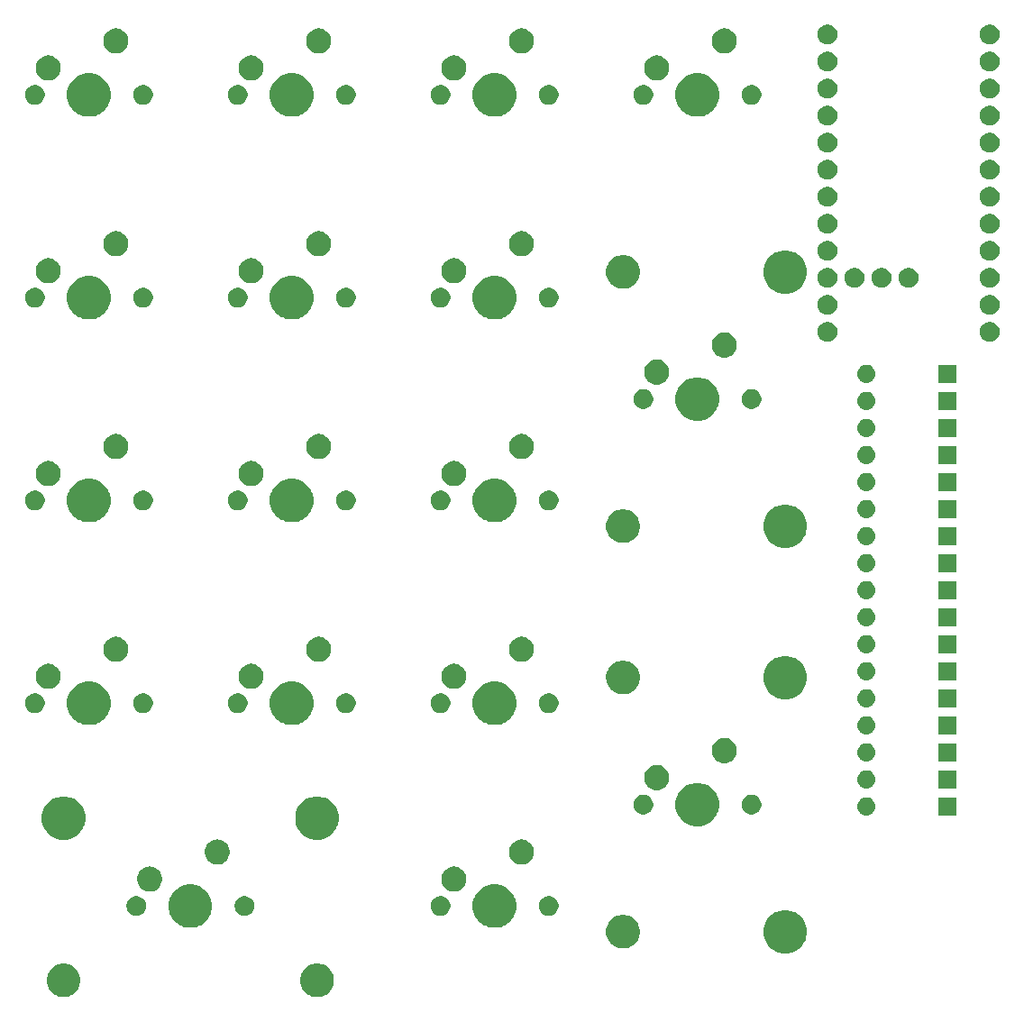
<source format=gbs>
G04 #@! TF.GenerationSoftware,KiCad,Pcbnew,(5.1.4)-1*
G04 #@! TF.CreationDate,2023-04-29T19:21:49-04:00*
G04 #@! TF.ProjectId,Rev 1,52657620-312e-46b6-9963-61645f706362,rev?*
G04 #@! TF.SameCoordinates,Original*
G04 #@! TF.FileFunction,Soldermask,Bot*
G04 #@! TF.FilePolarity,Negative*
%FSLAX46Y46*%
G04 Gerber Fmt 4.6, Leading zero omitted, Abs format (unit mm)*
G04 Created by KiCad (PCBNEW (5.1.4)-1) date 2023-04-29 19:21:49*
%MOMM*%
%LPD*%
G04 APERTURE LIST*
%ADD10C,0.100000*%
G04 APERTURE END LIST*
D10*
G36*
X63165661Y-122151776D02*
G01*
X63284387Y-122200954D01*
X63452291Y-122270502D01*
X63452292Y-122270503D01*
X63710254Y-122442867D01*
X63929633Y-122662246D01*
X64044803Y-122834611D01*
X64101998Y-122920209D01*
X64220724Y-123206840D01*
X64281250Y-123511125D01*
X64281250Y-123821375D01*
X64220724Y-124125660D01*
X64101998Y-124412291D01*
X64101997Y-124412292D01*
X63929633Y-124670254D01*
X63710254Y-124889633D01*
X63537889Y-125004803D01*
X63452291Y-125061998D01*
X63284387Y-125131546D01*
X63165661Y-125180724D01*
X63013517Y-125210987D01*
X62861375Y-125241250D01*
X62551125Y-125241250D01*
X62398983Y-125210987D01*
X62246839Y-125180724D01*
X62128113Y-125131546D01*
X61960209Y-125061998D01*
X61874611Y-125004803D01*
X61702246Y-124889633D01*
X61482867Y-124670254D01*
X61310503Y-124412292D01*
X61310502Y-124412291D01*
X61191776Y-124125660D01*
X61131250Y-123821375D01*
X61131250Y-123511125D01*
X61191776Y-123206840D01*
X61310502Y-122920209D01*
X61367697Y-122834611D01*
X61482867Y-122662246D01*
X61702246Y-122442867D01*
X61960208Y-122270503D01*
X61960209Y-122270502D01*
X62128113Y-122200954D01*
X62246839Y-122151776D01*
X62551125Y-122091250D01*
X62861375Y-122091250D01*
X63165661Y-122151776D01*
X63165661Y-122151776D01*
G37*
G36*
X39353161Y-122151776D02*
G01*
X39471887Y-122200954D01*
X39639791Y-122270502D01*
X39639792Y-122270503D01*
X39897754Y-122442867D01*
X40117133Y-122662246D01*
X40232303Y-122834611D01*
X40289498Y-122920209D01*
X40408224Y-123206840D01*
X40468750Y-123511125D01*
X40468750Y-123821375D01*
X40408224Y-124125660D01*
X40289498Y-124412291D01*
X40289497Y-124412292D01*
X40117133Y-124670254D01*
X39897754Y-124889633D01*
X39725389Y-125004803D01*
X39639791Y-125061998D01*
X39471887Y-125131546D01*
X39353161Y-125180724D01*
X39201017Y-125210987D01*
X39048875Y-125241250D01*
X38738625Y-125241250D01*
X38586483Y-125210987D01*
X38434339Y-125180724D01*
X38315613Y-125131546D01*
X38147709Y-125061998D01*
X38062111Y-125004803D01*
X37889746Y-124889633D01*
X37670367Y-124670254D01*
X37498003Y-124412292D01*
X37498002Y-124412291D01*
X37379276Y-124125660D01*
X37318750Y-123821375D01*
X37318750Y-123511125D01*
X37379276Y-123206840D01*
X37498002Y-122920209D01*
X37555197Y-122834611D01*
X37670367Y-122662246D01*
X37889746Y-122442867D01*
X38147708Y-122270503D01*
X38147709Y-122270502D01*
X38315613Y-122200954D01*
X38434339Y-122151776D01*
X38738625Y-122091250D01*
X39048875Y-122091250D01*
X39353161Y-122151776D01*
X39353161Y-122151776D01*
G37*
G36*
X107276474Y-117127934D02*
G01*
X107494474Y-117218233D01*
X107648623Y-117282083D01*
X107983548Y-117505873D01*
X108268377Y-117790702D01*
X108492167Y-118125627D01*
X108492167Y-118125628D01*
X108646316Y-118497776D01*
X108724900Y-118892844D01*
X108724900Y-119295656D01*
X108646316Y-119690724D01*
X108584363Y-119840291D01*
X108492167Y-120062873D01*
X108268377Y-120397798D01*
X107983548Y-120682627D01*
X107648623Y-120906417D01*
X107494474Y-120970267D01*
X107276474Y-121060566D01*
X106881406Y-121139150D01*
X106478594Y-121139150D01*
X106083526Y-121060566D01*
X105865526Y-120970267D01*
X105711377Y-120906417D01*
X105376452Y-120682627D01*
X105091623Y-120397798D01*
X104867833Y-120062873D01*
X104775637Y-119840291D01*
X104713684Y-119690724D01*
X104635100Y-119295656D01*
X104635100Y-118892844D01*
X104713684Y-118497776D01*
X104867833Y-118125628D01*
X104867833Y-118125627D01*
X105091623Y-117790702D01*
X105376452Y-117505873D01*
X105711377Y-117282083D01*
X105865526Y-117218233D01*
X106083526Y-117127934D01*
X106478594Y-117049350D01*
X106881406Y-117049350D01*
X107276474Y-117127934D01*
X107276474Y-117127934D01*
G37*
G36*
X91747267Y-117549513D02*
G01*
X91899411Y-117579776D01*
X92018137Y-117628954D01*
X92186041Y-117698502D01*
X92186042Y-117698503D01*
X92444004Y-117870867D01*
X92663383Y-118090246D01*
X92687024Y-118125628D01*
X92835748Y-118348209D01*
X92895895Y-118493417D01*
X92954474Y-118634839D01*
X92972637Y-118726150D01*
X93015000Y-118939125D01*
X93015000Y-119249375D01*
X92954474Y-119553660D01*
X92835748Y-119840291D01*
X92835747Y-119840292D01*
X92663383Y-120098254D01*
X92444004Y-120317633D01*
X92324028Y-120397798D01*
X92186041Y-120489998D01*
X92018137Y-120559546D01*
X91899411Y-120608724D01*
X91747267Y-120638987D01*
X91595125Y-120669250D01*
X91284875Y-120669250D01*
X91132733Y-120638987D01*
X90980589Y-120608724D01*
X90861863Y-120559546D01*
X90693959Y-120489998D01*
X90555972Y-120397798D01*
X90435996Y-120317633D01*
X90216617Y-120098254D01*
X90044253Y-119840292D01*
X90044252Y-119840291D01*
X89925526Y-119553660D01*
X89865000Y-119249375D01*
X89865000Y-118939125D01*
X89907363Y-118726150D01*
X89925526Y-118634839D01*
X89984105Y-118493417D01*
X90044252Y-118348209D01*
X90192976Y-118125628D01*
X90216617Y-118090246D01*
X90435996Y-117870867D01*
X90693958Y-117698503D01*
X90693959Y-117698502D01*
X90861863Y-117628954D01*
X90980589Y-117579776D01*
X91132733Y-117549513D01*
X91284875Y-117519250D01*
X91595125Y-117519250D01*
X91747267Y-117549513D01*
X91747267Y-117549513D01*
G37*
G36*
X79971474Y-114714934D02*
G01*
X80189474Y-114805233D01*
X80343623Y-114869083D01*
X80678548Y-115092873D01*
X80963377Y-115377702D01*
X81187167Y-115712627D01*
X81219562Y-115790836D01*
X81341316Y-116084776D01*
X81419900Y-116479844D01*
X81419900Y-116882656D01*
X81341316Y-117277724D01*
X81290451Y-117400522D01*
X81187167Y-117649873D01*
X80963377Y-117984798D01*
X80678548Y-118269627D01*
X80343623Y-118493417D01*
X80189474Y-118557267D01*
X79971474Y-118647566D01*
X79576406Y-118726150D01*
X79173594Y-118726150D01*
X78778526Y-118647566D01*
X78560526Y-118557267D01*
X78406377Y-118493417D01*
X78071452Y-118269627D01*
X77786623Y-117984798D01*
X77562833Y-117649873D01*
X77459549Y-117400522D01*
X77408684Y-117277724D01*
X77330100Y-116882656D01*
X77330100Y-116479844D01*
X77408684Y-116084776D01*
X77530438Y-115790836D01*
X77562833Y-115712627D01*
X77786623Y-115377702D01*
X78071452Y-115092873D01*
X78406377Y-114869083D01*
X78560526Y-114805233D01*
X78778526Y-114714934D01*
X79173594Y-114636350D01*
X79576406Y-114636350D01*
X79971474Y-114714934D01*
X79971474Y-114714934D01*
G37*
G36*
X51396474Y-114714934D02*
G01*
X51614474Y-114805233D01*
X51768623Y-114869083D01*
X52103548Y-115092873D01*
X52388377Y-115377702D01*
X52612167Y-115712627D01*
X52644562Y-115790836D01*
X52766316Y-116084776D01*
X52844900Y-116479844D01*
X52844900Y-116882656D01*
X52766316Y-117277724D01*
X52715451Y-117400522D01*
X52612167Y-117649873D01*
X52388377Y-117984798D01*
X52103548Y-118269627D01*
X51768623Y-118493417D01*
X51614474Y-118557267D01*
X51396474Y-118647566D01*
X51001406Y-118726150D01*
X50598594Y-118726150D01*
X50203526Y-118647566D01*
X49985526Y-118557267D01*
X49831377Y-118493417D01*
X49496452Y-118269627D01*
X49211623Y-117984798D01*
X48987833Y-117649873D01*
X48884549Y-117400522D01*
X48833684Y-117277724D01*
X48755100Y-116882656D01*
X48755100Y-116479844D01*
X48833684Y-116084776D01*
X48955438Y-115790836D01*
X48987833Y-115712627D01*
X49211623Y-115377702D01*
X49496452Y-115092873D01*
X49831377Y-114869083D01*
X49985526Y-114805233D01*
X50203526Y-114714934D01*
X50598594Y-114636350D01*
X51001406Y-114636350D01*
X51396474Y-114714934D01*
X51396474Y-114714934D01*
G37*
G36*
X74565104Y-115790835D02*
G01*
X74733626Y-115860639D01*
X74885291Y-115961978D01*
X75014272Y-116090959D01*
X75115611Y-116242624D01*
X75185415Y-116411146D01*
X75221000Y-116590047D01*
X75221000Y-116772453D01*
X75185415Y-116951354D01*
X75115611Y-117119876D01*
X75014272Y-117271541D01*
X74885291Y-117400522D01*
X74733626Y-117501861D01*
X74565104Y-117571665D01*
X74386203Y-117607250D01*
X74203797Y-117607250D01*
X74024896Y-117571665D01*
X73856374Y-117501861D01*
X73704709Y-117400522D01*
X73575728Y-117271541D01*
X73474389Y-117119876D01*
X73404585Y-116951354D01*
X73369000Y-116772453D01*
X73369000Y-116590047D01*
X73404585Y-116411146D01*
X73474389Y-116242624D01*
X73575728Y-116090959D01*
X73704709Y-115961978D01*
X73856374Y-115860639D01*
X74024896Y-115790835D01*
X74203797Y-115755250D01*
X74386203Y-115755250D01*
X74565104Y-115790835D01*
X74565104Y-115790835D01*
G37*
G36*
X84725104Y-115790835D02*
G01*
X84893626Y-115860639D01*
X85045291Y-115961978D01*
X85174272Y-116090959D01*
X85275611Y-116242624D01*
X85345415Y-116411146D01*
X85381000Y-116590047D01*
X85381000Y-116772453D01*
X85345415Y-116951354D01*
X85275611Y-117119876D01*
X85174272Y-117271541D01*
X85045291Y-117400522D01*
X84893626Y-117501861D01*
X84725104Y-117571665D01*
X84546203Y-117607250D01*
X84363797Y-117607250D01*
X84184896Y-117571665D01*
X84016374Y-117501861D01*
X83864709Y-117400522D01*
X83735728Y-117271541D01*
X83634389Y-117119876D01*
X83564585Y-116951354D01*
X83529000Y-116772453D01*
X83529000Y-116590047D01*
X83564585Y-116411146D01*
X83634389Y-116242624D01*
X83735728Y-116090959D01*
X83864709Y-115961978D01*
X84016374Y-115860639D01*
X84184896Y-115790835D01*
X84363797Y-115755250D01*
X84546203Y-115755250D01*
X84725104Y-115790835D01*
X84725104Y-115790835D01*
G37*
G36*
X45990104Y-115790835D02*
G01*
X46158626Y-115860639D01*
X46310291Y-115961978D01*
X46439272Y-116090959D01*
X46540611Y-116242624D01*
X46610415Y-116411146D01*
X46646000Y-116590047D01*
X46646000Y-116772453D01*
X46610415Y-116951354D01*
X46540611Y-117119876D01*
X46439272Y-117271541D01*
X46310291Y-117400522D01*
X46158626Y-117501861D01*
X45990104Y-117571665D01*
X45811203Y-117607250D01*
X45628797Y-117607250D01*
X45449896Y-117571665D01*
X45281374Y-117501861D01*
X45129709Y-117400522D01*
X45000728Y-117271541D01*
X44899389Y-117119876D01*
X44829585Y-116951354D01*
X44794000Y-116772453D01*
X44794000Y-116590047D01*
X44829585Y-116411146D01*
X44899389Y-116242624D01*
X45000728Y-116090959D01*
X45129709Y-115961978D01*
X45281374Y-115860639D01*
X45449896Y-115790835D01*
X45628797Y-115755250D01*
X45811203Y-115755250D01*
X45990104Y-115790835D01*
X45990104Y-115790835D01*
G37*
G36*
X56150104Y-115790835D02*
G01*
X56318626Y-115860639D01*
X56470291Y-115961978D01*
X56599272Y-116090959D01*
X56700611Y-116242624D01*
X56770415Y-116411146D01*
X56806000Y-116590047D01*
X56806000Y-116772453D01*
X56770415Y-116951354D01*
X56700611Y-117119876D01*
X56599272Y-117271541D01*
X56470291Y-117400522D01*
X56318626Y-117501861D01*
X56150104Y-117571665D01*
X55971203Y-117607250D01*
X55788797Y-117607250D01*
X55609896Y-117571665D01*
X55441374Y-117501861D01*
X55289709Y-117400522D01*
X55160728Y-117271541D01*
X55059389Y-117119876D01*
X54989585Y-116951354D01*
X54954000Y-116772453D01*
X54954000Y-116590047D01*
X54989585Y-116411146D01*
X55059389Y-116242624D01*
X55160728Y-116090959D01*
X55289709Y-115961978D01*
X55441374Y-115860639D01*
X55609896Y-115790835D01*
X55788797Y-115755250D01*
X55971203Y-115755250D01*
X56150104Y-115790835D01*
X56150104Y-115790835D01*
G37*
G36*
X75756560Y-112980314D02*
G01*
X75908027Y-113010443D01*
X76122045Y-113099092D01*
X76122046Y-113099093D01*
X76314654Y-113227789D01*
X76478461Y-113391596D01*
X76564258Y-113520001D01*
X76607158Y-113584205D01*
X76695807Y-113798223D01*
X76741000Y-114025424D01*
X76741000Y-114257076D01*
X76695807Y-114484277D01*
X76607158Y-114698295D01*
X76607157Y-114698296D01*
X76478461Y-114890904D01*
X76314654Y-115054711D01*
X76257540Y-115092873D01*
X76122045Y-115183408D01*
X75908027Y-115272057D01*
X75756560Y-115302186D01*
X75680827Y-115317250D01*
X75449173Y-115317250D01*
X75373440Y-115302186D01*
X75221973Y-115272057D01*
X75007955Y-115183408D01*
X74872460Y-115092873D01*
X74815346Y-115054711D01*
X74651539Y-114890904D01*
X74522843Y-114698296D01*
X74522842Y-114698295D01*
X74434193Y-114484277D01*
X74389000Y-114257076D01*
X74389000Y-114025424D01*
X74434193Y-113798223D01*
X74522842Y-113584205D01*
X74565742Y-113520001D01*
X74651539Y-113391596D01*
X74815346Y-113227789D01*
X75007954Y-113099093D01*
X75007955Y-113099092D01*
X75221973Y-113010443D01*
X75373440Y-112980314D01*
X75449173Y-112965250D01*
X75680827Y-112965250D01*
X75756560Y-112980314D01*
X75756560Y-112980314D01*
G37*
G36*
X47181560Y-112980314D02*
G01*
X47333027Y-113010443D01*
X47547045Y-113099092D01*
X47547046Y-113099093D01*
X47739654Y-113227789D01*
X47903461Y-113391596D01*
X47989258Y-113520001D01*
X48032158Y-113584205D01*
X48120807Y-113798223D01*
X48166000Y-114025424D01*
X48166000Y-114257076D01*
X48120807Y-114484277D01*
X48032158Y-114698295D01*
X48032157Y-114698296D01*
X47903461Y-114890904D01*
X47739654Y-115054711D01*
X47682540Y-115092873D01*
X47547045Y-115183408D01*
X47333027Y-115272057D01*
X47181560Y-115302186D01*
X47105827Y-115317250D01*
X46874173Y-115317250D01*
X46798440Y-115302186D01*
X46646973Y-115272057D01*
X46432955Y-115183408D01*
X46297460Y-115092873D01*
X46240346Y-115054711D01*
X46076539Y-114890904D01*
X45947843Y-114698296D01*
X45947842Y-114698295D01*
X45859193Y-114484277D01*
X45814000Y-114257076D01*
X45814000Y-114025424D01*
X45859193Y-113798223D01*
X45947842Y-113584205D01*
X45990742Y-113520001D01*
X46076539Y-113391596D01*
X46240346Y-113227789D01*
X46432954Y-113099093D01*
X46432955Y-113099092D01*
X46646973Y-113010443D01*
X46798440Y-112980314D01*
X46874173Y-112965250D01*
X47105827Y-112965250D01*
X47181560Y-112980314D01*
X47181560Y-112980314D01*
G37*
G36*
X82106560Y-110440314D02*
G01*
X82258027Y-110470443D01*
X82472045Y-110559092D01*
X82472046Y-110559093D01*
X82664654Y-110687789D01*
X82828461Y-110851596D01*
X82914258Y-110980001D01*
X82957158Y-111044205D01*
X83045807Y-111258223D01*
X83091000Y-111485424D01*
X83091000Y-111717076D01*
X83045807Y-111944277D01*
X82957158Y-112158295D01*
X82957157Y-112158296D01*
X82828461Y-112350904D01*
X82664654Y-112514711D01*
X82536249Y-112600508D01*
X82472045Y-112643408D01*
X82258027Y-112732057D01*
X82106560Y-112762186D01*
X82030827Y-112777250D01*
X81799173Y-112777250D01*
X81723440Y-112762186D01*
X81571973Y-112732057D01*
X81357955Y-112643408D01*
X81293751Y-112600508D01*
X81165346Y-112514711D01*
X81001539Y-112350904D01*
X80872843Y-112158296D01*
X80872842Y-112158295D01*
X80784193Y-111944277D01*
X80739000Y-111717076D01*
X80739000Y-111485424D01*
X80784193Y-111258223D01*
X80872842Y-111044205D01*
X80915742Y-110980001D01*
X81001539Y-110851596D01*
X81165346Y-110687789D01*
X81357954Y-110559093D01*
X81357955Y-110559092D01*
X81571973Y-110470443D01*
X81723440Y-110440314D01*
X81799173Y-110425250D01*
X82030827Y-110425250D01*
X82106560Y-110440314D01*
X82106560Y-110440314D01*
G37*
G36*
X53531560Y-110440314D02*
G01*
X53683027Y-110470443D01*
X53897045Y-110559092D01*
X53897046Y-110559093D01*
X54089654Y-110687789D01*
X54253461Y-110851596D01*
X54339258Y-110980001D01*
X54382158Y-111044205D01*
X54470807Y-111258223D01*
X54516000Y-111485424D01*
X54516000Y-111717076D01*
X54470807Y-111944277D01*
X54382158Y-112158295D01*
X54382157Y-112158296D01*
X54253461Y-112350904D01*
X54089654Y-112514711D01*
X53961249Y-112600508D01*
X53897045Y-112643408D01*
X53683027Y-112732057D01*
X53531560Y-112762186D01*
X53455827Y-112777250D01*
X53224173Y-112777250D01*
X53148440Y-112762186D01*
X52996973Y-112732057D01*
X52782955Y-112643408D01*
X52718751Y-112600508D01*
X52590346Y-112514711D01*
X52426539Y-112350904D01*
X52297843Y-112158296D01*
X52297842Y-112158295D01*
X52209193Y-111944277D01*
X52164000Y-111717076D01*
X52164000Y-111485424D01*
X52209193Y-111258223D01*
X52297842Y-111044205D01*
X52340742Y-110980001D01*
X52426539Y-110851596D01*
X52590346Y-110687789D01*
X52782954Y-110559093D01*
X52782955Y-110559092D01*
X52996973Y-110470443D01*
X53148440Y-110440314D01*
X53224173Y-110425250D01*
X53455827Y-110425250D01*
X53531560Y-110440314D01*
X53531560Y-110440314D01*
G37*
G36*
X39490224Y-106459934D02*
G01*
X39647249Y-106524976D01*
X39862373Y-106614083D01*
X40197298Y-106837873D01*
X40482127Y-107122702D01*
X40705917Y-107457627D01*
X40705917Y-107457628D01*
X40860066Y-107829776D01*
X40938650Y-108224844D01*
X40938650Y-108627656D01*
X40860066Y-109022724D01*
X40818710Y-109122565D01*
X40705917Y-109394873D01*
X40482127Y-109729798D01*
X40197298Y-110014627D01*
X39862373Y-110238417D01*
X39708224Y-110302267D01*
X39490224Y-110392566D01*
X39095156Y-110471150D01*
X38692344Y-110471150D01*
X38297276Y-110392566D01*
X38079276Y-110302267D01*
X37925127Y-110238417D01*
X37590202Y-110014627D01*
X37305373Y-109729798D01*
X37081583Y-109394873D01*
X36968790Y-109122565D01*
X36927434Y-109022724D01*
X36848850Y-108627656D01*
X36848850Y-108224844D01*
X36927434Y-107829776D01*
X37081583Y-107457628D01*
X37081583Y-107457627D01*
X37305373Y-107122702D01*
X37590202Y-106837873D01*
X37925127Y-106614083D01*
X38140251Y-106524976D01*
X38297276Y-106459934D01*
X38692344Y-106381350D01*
X39095156Y-106381350D01*
X39490224Y-106459934D01*
X39490224Y-106459934D01*
G37*
G36*
X63302724Y-106459934D02*
G01*
X63459749Y-106524976D01*
X63674873Y-106614083D01*
X64009798Y-106837873D01*
X64294627Y-107122702D01*
X64518417Y-107457627D01*
X64518417Y-107457628D01*
X64672566Y-107829776D01*
X64751150Y-108224844D01*
X64751150Y-108627656D01*
X64672566Y-109022724D01*
X64631210Y-109122565D01*
X64518417Y-109394873D01*
X64294627Y-109729798D01*
X64009798Y-110014627D01*
X63674873Y-110238417D01*
X63520724Y-110302267D01*
X63302724Y-110392566D01*
X62907656Y-110471150D01*
X62504844Y-110471150D01*
X62109776Y-110392566D01*
X61891776Y-110302267D01*
X61737627Y-110238417D01*
X61402702Y-110014627D01*
X61117873Y-109729798D01*
X60894083Y-109394873D01*
X60781290Y-109122565D01*
X60739934Y-109022724D01*
X60661350Y-108627656D01*
X60661350Y-108224844D01*
X60739934Y-107829776D01*
X60894083Y-107457628D01*
X60894083Y-107457627D01*
X61117873Y-107122702D01*
X61402702Y-106837873D01*
X61737627Y-106614083D01*
X61952751Y-106524976D01*
X62109776Y-106459934D01*
X62504844Y-106381350D01*
X62907656Y-106381350D01*
X63302724Y-106459934D01*
X63302724Y-106459934D01*
G37*
G36*
X99021474Y-105189934D02*
G01*
X99166669Y-105250076D01*
X99393623Y-105344083D01*
X99728548Y-105567873D01*
X100013377Y-105852702D01*
X100237167Y-106187627D01*
X100269562Y-106265836D01*
X100391316Y-106559776D01*
X100469900Y-106954844D01*
X100469900Y-107357656D01*
X100391316Y-107752724D01*
X100340451Y-107875522D01*
X100237167Y-108124873D01*
X100013377Y-108459798D01*
X99728548Y-108744627D01*
X99393623Y-108968417D01*
X99262514Y-109022724D01*
X99021474Y-109122566D01*
X98626406Y-109201150D01*
X98223594Y-109201150D01*
X97828526Y-109122566D01*
X97587486Y-109022724D01*
X97456377Y-108968417D01*
X97121452Y-108744627D01*
X96836623Y-108459798D01*
X96612833Y-108124873D01*
X96509549Y-107875522D01*
X96458684Y-107752724D01*
X96380100Y-107357656D01*
X96380100Y-106954844D01*
X96458684Y-106559776D01*
X96580438Y-106265836D01*
X96612833Y-106187627D01*
X96836623Y-105852702D01*
X97121452Y-105567873D01*
X97456377Y-105344083D01*
X97683331Y-105250076D01*
X97828526Y-105189934D01*
X98223594Y-105111350D01*
X98626406Y-105111350D01*
X99021474Y-105189934D01*
X99021474Y-105189934D01*
G37*
G36*
X122771000Y-108166000D02*
G01*
X121069000Y-108166000D01*
X121069000Y-106464000D01*
X122771000Y-106464000D01*
X122771000Y-108166000D01*
X122771000Y-108166000D01*
G37*
G36*
X114466823Y-106476313D02*
G01*
X114627242Y-106524976D01*
X114759906Y-106595886D01*
X114775078Y-106603996D01*
X114904659Y-106710341D01*
X115011004Y-106839922D01*
X115011005Y-106839924D01*
X115090024Y-106987758D01*
X115138687Y-107148177D01*
X115155117Y-107315000D01*
X115138687Y-107481823D01*
X115090024Y-107642242D01*
X115019114Y-107774906D01*
X115011004Y-107790078D01*
X114904659Y-107919659D01*
X114775078Y-108026004D01*
X114775076Y-108026005D01*
X114627242Y-108105024D01*
X114466823Y-108153687D01*
X114341804Y-108166000D01*
X114258196Y-108166000D01*
X114133177Y-108153687D01*
X113972758Y-108105024D01*
X113824924Y-108026005D01*
X113824922Y-108026004D01*
X113695341Y-107919659D01*
X113588996Y-107790078D01*
X113580886Y-107774906D01*
X113509976Y-107642242D01*
X113461313Y-107481823D01*
X113444883Y-107315000D01*
X113461313Y-107148177D01*
X113509976Y-106987758D01*
X113588995Y-106839924D01*
X113588996Y-106839922D01*
X113695341Y-106710341D01*
X113824922Y-106603996D01*
X113840094Y-106595886D01*
X113972758Y-106524976D01*
X114133177Y-106476313D01*
X114258196Y-106464000D01*
X114341804Y-106464000D01*
X114466823Y-106476313D01*
X114466823Y-106476313D01*
G37*
G36*
X103775104Y-106265835D02*
G01*
X103943626Y-106335639D01*
X104095291Y-106436978D01*
X104224272Y-106565959D01*
X104325611Y-106717624D01*
X104395415Y-106886146D01*
X104431000Y-107065047D01*
X104431000Y-107247453D01*
X104395415Y-107426354D01*
X104325611Y-107594876D01*
X104224272Y-107746541D01*
X104095291Y-107875522D01*
X103943626Y-107976861D01*
X103775104Y-108046665D01*
X103596203Y-108082250D01*
X103413797Y-108082250D01*
X103234896Y-108046665D01*
X103066374Y-107976861D01*
X102914709Y-107875522D01*
X102785728Y-107746541D01*
X102684389Y-107594876D01*
X102614585Y-107426354D01*
X102579000Y-107247453D01*
X102579000Y-107065047D01*
X102614585Y-106886146D01*
X102684389Y-106717624D01*
X102785728Y-106565959D01*
X102914709Y-106436978D01*
X103066374Y-106335639D01*
X103234896Y-106265835D01*
X103413797Y-106230250D01*
X103596203Y-106230250D01*
X103775104Y-106265835D01*
X103775104Y-106265835D01*
G37*
G36*
X93615104Y-106265835D02*
G01*
X93783626Y-106335639D01*
X93935291Y-106436978D01*
X94064272Y-106565959D01*
X94165611Y-106717624D01*
X94235415Y-106886146D01*
X94271000Y-107065047D01*
X94271000Y-107247453D01*
X94235415Y-107426354D01*
X94165611Y-107594876D01*
X94064272Y-107746541D01*
X93935291Y-107875522D01*
X93783626Y-107976861D01*
X93615104Y-108046665D01*
X93436203Y-108082250D01*
X93253797Y-108082250D01*
X93074896Y-108046665D01*
X92906374Y-107976861D01*
X92754709Y-107875522D01*
X92625728Y-107746541D01*
X92524389Y-107594876D01*
X92454585Y-107426354D01*
X92419000Y-107247453D01*
X92419000Y-107065047D01*
X92454585Y-106886146D01*
X92524389Y-106717624D01*
X92625728Y-106565959D01*
X92754709Y-106436978D01*
X92906374Y-106335639D01*
X93074896Y-106265835D01*
X93253797Y-106230250D01*
X93436203Y-106230250D01*
X93615104Y-106265835D01*
X93615104Y-106265835D01*
G37*
G36*
X94806560Y-103455314D02*
G01*
X94958027Y-103485443D01*
X95172045Y-103574092D01*
X95172046Y-103574093D01*
X95364654Y-103702789D01*
X95528461Y-103866596D01*
X95566817Y-103924000D01*
X95657158Y-104059205D01*
X95745807Y-104273223D01*
X95791000Y-104500424D01*
X95791000Y-104732076D01*
X95745807Y-104959277D01*
X95657158Y-105173295D01*
X95657157Y-105173296D01*
X95528461Y-105365904D01*
X95364654Y-105529711D01*
X95307540Y-105567873D01*
X95172045Y-105658408D01*
X94958027Y-105747057D01*
X94806560Y-105777186D01*
X94730827Y-105792250D01*
X94499173Y-105792250D01*
X94423440Y-105777186D01*
X94271973Y-105747057D01*
X94057955Y-105658408D01*
X93922460Y-105567873D01*
X93865346Y-105529711D01*
X93701539Y-105365904D01*
X93572843Y-105173296D01*
X93572842Y-105173295D01*
X93484193Y-104959277D01*
X93439000Y-104732076D01*
X93439000Y-104500424D01*
X93484193Y-104273223D01*
X93572842Y-104059205D01*
X93663183Y-103924000D01*
X93701539Y-103866596D01*
X93865346Y-103702789D01*
X94057954Y-103574093D01*
X94057955Y-103574092D01*
X94271973Y-103485443D01*
X94423440Y-103455314D01*
X94499173Y-103440250D01*
X94730827Y-103440250D01*
X94806560Y-103455314D01*
X94806560Y-103455314D01*
G37*
G36*
X114466823Y-103936313D02*
G01*
X114627242Y-103984976D01*
X114759906Y-104055886D01*
X114775078Y-104063996D01*
X114904659Y-104170341D01*
X115011004Y-104299922D01*
X115011005Y-104299924D01*
X115090024Y-104447758D01*
X115138687Y-104608177D01*
X115155117Y-104775000D01*
X115138687Y-104941823D01*
X115090024Y-105102242D01*
X115043151Y-105189935D01*
X115011004Y-105250078D01*
X114904659Y-105379659D01*
X114775078Y-105486004D01*
X114775076Y-105486005D01*
X114627242Y-105565024D01*
X114466823Y-105613687D01*
X114341804Y-105626000D01*
X114258196Y-105626000D01*
X114133177Y-105613687D01*
X113972758Y-105565024D01*
X113824924Y-105486005D01*
X113824922Y-105486004D01*
X113695341Y-105379659D01*
X113588996Y-105250078D01*
X113556849Y-105189935D01*
X113509976Y-105102242D01*
X113461313Y-104941823D01*
X113444883Y-104775000D01*
X113461313Y-104608177D01*
X113509976Y-104447758D01*
X113588995Y-104299924D01*
X113588996Y-104299922D01*
X113695341Y-104170341D01*
X113824922Y-104063996D01*
X113840094Y-104055886D01*
X113972758Y-103984976D01*
X114133177Y-103936313D01*
X114258196Y-103924000D01*
X114341804Y-103924000D01*
X114466823Y-103936313D01*
X114466823Y-103936313D01*
G37*
G36*
X122771000Y-105626000D02*
G01*
X121069000Y-105626000D01*
X121069000Y-103924000D01*
X122771000Y-103924000D01*
X122771000Y-105626000D01*
X122771000Y-105626000D01*
G37*
G36*
X101156560Y-100915314D02*
G01*
X101308027Y-100945443D01*
X101522045Y-101034092D01*
X101522046Y-101034093D01*
X101714654Y-101162789D01*
X101878461Y-101326596D01*
X101916817Y-101384000D01*
X102007158Y-101519205D01*
X102095807Y-101733223D01*
X102141000Y-101960424D01*
X102141000Y-102192076D01*
X102095807Y-102419277D01*
X102007158Y-102633295D01*
X102007157Y-102633296D01*
X101878461Y-102825904D01*
X101714654Y-102989711D01*
X101588976Y-103073686D01*
X101522045Y-103118408D01*
X101308027Y-103207057D01*
X101156560Y-103237186D01*
X101080827Y-103252250D01*
X100849173Y-103252250D01*
X100773440Y-103237186D01*
X100621973Y-103207057D01*
X100407955Y-103118408D01*
X100341024Y-103073686D01*
X100215346Y-102989711D01*
X100051539Y-102825904D01*
X99922843Y-102633296D01*
X99922842Y-102633295D01*
X99834193Y-102419277D01*
X99789000Y-102192076D01*
X99789000Y-101960424D01*
X99834193Y-101733223D01*
X99922842Y-101519205D01*
X100013183Y-101384000D01*
X100051539Y-101326596D01*
X100215346Y-101162789D01*
X100407954Y-101034093D01*
X100407955Y-101034092D01*
X100621973Y-100945443D01*
X100773440Y-100915314D01*
X100849173Y-100900250D01*
X101080827Y-100900250D01*
X101156560Y-100915314D01*
X101156560Y-100915314D01*
G37*
G36*
X114466823Y-101396313D02*
G01*
X114627242Y-101444976D01*
X114759906Y-101515886D01*
X114775078Y-101523996D01*
X114904659Y-101630341D01*
X115011004Y-101759922D01*
X115011005Y-101759924D01*
X115090024Y-101907758D01*
X115138687Y-102068177D01*
X115155117Y-102235000D01*
X115138687Y-102401823D01*
X115090024Y-102562242D01*
X115052045Y-102633295D01*
X115011004Y-102710078D01*
X114904659Y-102839659D01*
X114775078Y-102946004D01*
X114775076Y-102946005D01*
X114627242Y-103025024D01*
X114466823Y-103073687D01*
X114341804Y-103086000D01*
X114258196Y-103086000D01*
X114133177Y-103073687D01*
X113972758Y-103025024D01*
X113824924Y-102946005D01*
X113824922Y-102946004D01*
X113695341Y-102839659D01*
X113588996Y-102710078D01*
X113547955Y-102633295D01*
X113509976Y-102562242D01*
X113461313Y-102401823D01*
X113444883Y-102235000D01*
X113461313Y-102068177D01*
X113509976Y-101907758D01*
X113588995Y-101759924D01*
X113588996Y-101759922D01*
X113695341Y-101630341D01*
X113824922Y-101523996D01*
X113840094Y-101515886D01*
X113972758Y-101444976D01*
X114133177Y-101396313D01*
X114258196Y-101384000D01*
X114341804Y-101384000D01*
X114466823Y-101396313D01*
X114466823Y-101396313D01*
G37*
G36*
X122771000Y-103086000D02*
G01*
X121069000Y-103086000D01*
X121069000Y-101384000D01*
X122771000Y-101384000D01*
X122771000Y-103086000D01*
X122771000Y-103086000D01*
G37*
G36*
X122771000Y-100546000D02*
G01*
X121069000Y-100546000D01*
X121069000Y-98844000D01*
X122771000Y-98844000D01*
X122771000Y-100546000D01*
X122771000Y-100546000D01*
G37*
G36*
X114466823Y-98856313D02*
G01*
X114627242Y-98904976D01*
X114759906Y-98975886D01*
X114775078Y-98983996D01*
X114904659Y-99090341D01*
X115011004Y-99219922D01*
X115011005Y-99219924D01*
X115090024Y-99367758D01*
X115138687Y-99528177D01*
X115155117Y-99695000D01*
X115138687Y-99861823D01*
X115090024Y-100022242D01*
X115019114Y-100154906D01*
X115011004Y-100170078D01*
X114904659Y-100299659D01*
X114775078Y-100406004D01*
X114775076Y-100406005D01*
X114627242Y-100485024D01*
X114466823Y-100533687D01*
X114341804Y-100546000D01*
X114258196Y-100546000D01*
X114133177Y-100533687D01*
X113972758Y-100485024D01*
X113824924Y-100406005D01*
X113824922Y-100406004D01*
X113695341Y-100299659D01*
X113588996Y-100170078D01*
X113580886Y-100154906D01*
X113509976Y-100022242D01*
X113461313Y-99861823D01*
X113444883Y-99695000D01*
X113461313Y-99528177D01*
X113509976Y-99367758D01*
X113588995Y-99219924D01*
X113588996Y-99219922D01*
X113695341Y-99090341D01*
X113824922Y-98983996D01*
X113840094Y-98975886D01*
X113972758Y-98904976D01*
X114133177Y-98856313D01*
X114258196Y-98844000D01*
X114341804Y-98844000D01*
X114466823Y-98856313D01*
X114466823Y-98856313D01*
G37*
G36*
X60921474Y-95664934D02*
G01*
X61139474Y-95755233D01*
X61293623Y-95819083D01*
X61628548Y-96042873D01*
X61913377Y-96327702D01*
X62137167Y-96662627D01*
X62196813Y-96806627D01*
X62291316Y-97034776D01*
X62369900Y-97429844D01*
X62369900Y-97832656D01*
X62291316Y-98227724D01*
X62240451Y-98350522D01*
X62137167Y-98599873D01*
X61913377Y-98934798D01*
X61628548Y-99219627D01*
X61293623Y-99443417D01*
X61139474Y-99507267D01*
X60921474Y-99597566D01*
X60526406Y-99676150D01*
X60123594Y-99676150D01*
X59728526Y-99597566D01*
X59510526Y-99507267D01*
X59356377Y-99443417D01*
X59021452Y-99219627D01*
X58736623Y-98934798D01*
X58512833Y-98599873D01*
X58409549Y-98350522D01*
X58358684Y-98227724D01*
X58280100Y-97832656D01*
X58280100Y-97429844D01*
X58358684Y-97034776D01*
X58453187Y-96806627D01*
X58512833Y-96662627D01*
X58736623Y-96327702D01*
X59021452Y-96042873D01*
X59356377Y-95819083D01*
X59510526Y-95755233D01*
X59728526Y-95664934D01*
X60123594Y-95586350D01*
X60526406Y-95586350D01*
X60921474Y-95664934D01*
X60921474Y-95664934D01*
G37*
G36*
X41871474Y-95664934D02*
G01*
X42089474Y-95755233D01*
X42243623Y-95819083D01*
X42578548Y-96042873D01*
X42863377Y-96327702D01*
X43087167Y-96662627D01*
X43146813Y-96806627D01*
X43241316Y-97034776D01*
X43319900Y-97429844D01*
X43319900Y-97832656D01*
X43241316Y-98227724D01*
X43190451Y-98350522D01*
X43087167Y-98599873D01*
X42863377Y-98934798D01*
X42578548Y-99219627D01*
X42243623Y-99443417D01*
X42089474Y-99507267D01*
X41871474Y-99597566D01*
X41476406Y-99676150D01*
X41073594Y-99676150D01*
X40678526Y-99597566D01*
X40460526Y-99507267D01*
X40306377Y-99443417D01*
X39971452Y-99219627D01*
X39686623Y-98934798D01*
X39462833Y-98599873D01*
X39359549Y-98350522D01*
X39308684Y-98227724D01*
X39230100Y-97832656D01*
X39230100Y-97429844D01*
X39308684Y-97034776D01*
X39403187Y-96806627D01*
X39462833Y-96662627D01*
X39686623Y-96327702D01*
X39971452Y-96042873D01*
X40306377Y-95819083D01*
X40460526Y-95755233D01*
X40678526Y-95664934D01*
X41073594Y-95586350D01*
X41476406Y-95586350D01*
X41871474Y-95664934D01*
X41871474Y-95664934D01*
G37*
G36*
X79971474Y-95664934D02*
G01*
X80189474Y-95755233D01*
X80343623Y-95819083D01*
X80678548Y-96042873D01*
X80963377Y-96327702D01*
X81187167Y-96662627D01*
X81246813Y-96806627D01*
X81341316Y-97034776D01*
X81419900Y-97429844D01*
X81419900Y-97832656D01*
X81341316Y-98227724D01*
X81290451Y-98350522D01*
X81187167Y-98599873D01*
X80963377Y-98934798D01*
X80678548Y-99219627D01*
X80343623Y-99443417D01*
X80189474Y-99507267D01*
X79971474Y-99597566D01*
X79576406Y-99676150D01*
X79173594Y-99676150D01*
X78778526Y-99597566D01*
X78560526Y-99507267D01*
X78406377Y-99443417D01*
X78071452Y-99219627D01*
X77786623Y-98934798D01*
X77562833Y-98599873D01*
X77459549Y-98350522D01*
X77408684Y-98227724D01*
X77330100Y-97832656D01*
X77330100Y-97429844D01*
X77408684Y-97034776D01*
X77503187Y-96806627D01*
X77562833Y-96662627D01*
X77786623Y-96327702D01*
X78071452Y-96042873D01*
X78406377Y-95819083D01*
X78560526Y-95755233D01*
X78778526Y-95664934D01*
X79173594Y-95586350D01*
X79576406Y-95586350D01*
X79971474Y-95664934D01*
X79971474Y-95664934D01*
G37*
G36*
X36465104Y-96740835D02*
G01*
X36633626Y-96810639D01*
X36785291Y-96911978D01*
X36914272Y-97040959D01*
X37015611Y-97192624D01*
X37085415Y-97361146D01*
X37121000Y-97540047D01*
X37121000Y-97722453D01*
X37085415Y-97901354D01*
X37015611Y-98069876D01*
X36914272Y-98221541D01*
X36785291Y-98350522D01*
X36633626Y-98451861D01*
X36465104Y-98521665D01*
X36286203Y-98557250D01*
X36103797Y-98557250D01*
X35924896Y-98521665D01*
X35756374Y-98451861D01*
X35604709Y-98350522D01*
X35475728Y-98221541D01*
X35374389Y-98069876D01*
X35304585Y-97901354D01*
X35269000Y-97722453D01*
X35269000Y-97540047D01*
X35304585Y-97361146D01*
X35374389Y-97192624D01*
X35475728Y-97040959D01*
X35604709Y-96911978D01*
X35756374Y-96810639D01*
X35924896Y-96740835D01*
X36103797Y-96705250D01*
X36286203Y-96705250D01*
X36465104Y-96740835D01*
X36465104Y-96740835D01*
G37*
G36*
X46625104Y-96740835D02*
G01*
X46793626Y-96810639D01*
X46945291Y-96911978D01*
X47074272Y-97040959D01*
X47175611Y-97192624D01*
X47245415Y-97361146D01*
X47281000Y-97540047D01*
X47281000Y-97722453D01*
X47245415Y-97901354D01*
X47175611Y-98069876D01*
X47074272Y-98221541D01*
X46945291Y-98350522D01*
X46793626Y-98451861D01*
X46625104Y-98521665D01*
X46446203Y-98557250D01*
X46263797Y-98557250D01*
X46084896Y-98521665D01*
X45916374Y-98451861D01*
X45764709Y-98350522D01*
X45635728Y-98221541D01*
X45534389Y-98069876D01*
X45464585Y-97901354D01*
X45429000Y-97722453D01*
X45429000Y-97540047D01*
X45464585Y-97361146D01*
X45534389Y-97192624D01*
X45635728Y-97040959D01*
X45764709Y-96911978D01*
X45916374Y-96810639D01*
X46084896Y-96740835D01*
X46263797Y-96705250D01*
X46446203Y-96705250D01*
X46625104Y-96740835D01*
X46625104Y-96740835D01*
G37*
G36*
X65675104Y-96740835D02*
G01*
X65843626Y-96810639D01*
X65995291Y-96911978D01*
X66124272Y-97040959D01*
X66225611Y-97192624D01*
X66295415Y-97361146D01*
X66331000Y-97540047D01*
X66331000Y-97722453D01*
X66295415Y-97901354D01*
X66225611Y-98069876D01*
X66124272Y-98221541D01*
X65995291Y-98350522D01*
X65843626Y-98451861D01*
X65675104Y-98521665D01*
X65496203Y-98557250D01*
X65313797Y-98557250D01*
X65134896Y-98521665D01*
X64966374Y-98451861D01*
X64814709Y-98350522D01*
X64685728Y-98221541D01*
X64584389Y-98069876D01*
X64514585Y-97901354D01*
X64479000Y-97722453D01*
X64479000Y-97540047D01*
X64514585Y-97361146D01*
X64584389Y-97192624D01*
X64685728Y-97040959D01*
X64814709Y-96911978D01*
X64966374Y-96810639D01*
X65134896Y-96740835D01*
X65313797Y-96705250D01*
X65496203Y-96705250D01*
X65675104Y-96740835D01*
X65675104Y-96740835D01*
G37*
G36*
X55515104Y-96740835D02*
G01*
X55683626Y-96810639D01*
X55835291Y-96911978D01*
X55964272Y-97040959D01*
X56065611Y-97192624D01*
X56135415Y-97361146D01*
X56171000Y-97540047D01*
X56171000Y-97722453D01*
X56135415Y-97901354D01*
X56065611Y-98069876D01*
X55964272Y-98221541D01*
X55835291Y-98350522D01*
X55683626Y-98451861D01*
X55515104Y-98521665D01*
X55336203Y-98557250D01*
X55153797Y-98557250D01*
X54974896Y-98521665D01*
X54806374Y-98451861D01*
X54654709Y-98350522D01*
X54525728Y-98221541D01*
X54424389Y-98069876D01*
X54354585Y-97901354D01*
X54319000Y-97722453D01*
X54319000Y-97540047D01*
X54354585Y-97361146D01*
X54424389Y-97192624D01*
X54525728Y-97040959D01*
X54654709Y-96911978D01*
X54806374Y-96810639D01*
X54974896Y-96740835D01*
X55153797Y-96705250D01*
X55336203Y-96705250D01*
X55515104Y-96740835D01*
X55515104Y-96740835D01*
G37*
G36*
X74565104Y-96740835D02*
G01*
X74733626Y-96810639D01*
X74885291Y-96911978D01*
X75014272Y-97040959D01*
X75115611Y-97192624D01*
X75185415Y-97361146D01*
X75221000Y-97540047D01*
X75221000Y-97722453D01*
X75185415Y-97901354D01*
X75115611Y-98069876D01*
X75014272Y-98221541D01*
X74885291Y-98350522D01*
X74733626Y-98451861D01*
X74565104Y-98521665D01*
X74386203Y-98557250D01*
X74203797Y-98557250D01*
X74024896Y-98521665D01*
X73856374Y-98451861D01*
X73704709Y-98350522D01*
X73575728Y-98221541D01*
X73474389Y-98069876D01*
X73404585Y-97901354D01*
X73369000Y-97722453D01*
X73369000Y-97540047D01*
X73404585Y-97361146D01*
X73474389Y-97192624D01*
X73575728Y-97040959D01*
X73704709Y-96911978D01*
X73856374Y-96810639D01*
X74024896Y-96740835D01*
X74203797Y-96705250D01*
X74386203Y-96705250D01*
X74565104Y-96740835D01*
X74565104Y-96740835D01*
G37*
G36*
X84725104Y-96740835D02*
G01*
X84893626Y-96810639D01*
X85045291Y-96911978D01*
X85174272Y-97040959D01*
X85275611Y-97192624D01*
X85345415Y-97361146D01*
X85381000Y-97540047D01*
X85381000Y-97722453D01*
X85345415Y-97901354D01*
X85275611Y-98069876D01*
X85174272Y-98221541D01*
X85045291Y-98350522D01*
X84893626Y-98451861D01*
X84725104Y-98521665D01*
X84546203Y-98557250D01*
X84363797Y-98557250D01*
X84184896Y-98521665D01*
X84016374Y-98451861D01*
X83864709Y-98350522D01*
X83735728Y-98221541D01*
X83634389Y-98069876D01*
X83564585Y-97901354D01*
X83529000Y-97722453D01*
X83529000Y-97540047D01*
X83564585Y-97361146D01*
X83634389Y-97192624D01*
X83735728Y-97040959D01*
X83864709Y-96911978D01*
X84016374Y-96810639D01*
X84184896Y-96740835D01*
X84363797Y-96705250D01*
X84546203Y-96705250D01*
X84725104Y-96740835D01*
X84725104Y-96740835D01*
G37*
G36*
X122771000Y-98006000D02*
G01*
X121069000Y-98006000D01*
X121069000Y-96304000D01*
X122771000Y-96304000D01*
X122771000Y-98006000D01*
X122771000Y-98006000D01*
G37*
G36*
X114466823Y-96316313D02*
G01*
X114627242Y-96364976D01*
X114759906Y-96435886D01*
X114775078Y-96443996D01*
X114904659Y-96550341D01*
X115011004Y-96679922D01*
X115011005Y-96679924D01*
X115090024Y-96827758D01*
X115138687Y-96988177D01*
X115155117Y-97155000D01*
X115138687Y-97321823D01*
X115090024Y-97482242D01*
X115019114Y-97614906D01*
X115011004Y-97630078D01*
X114904659Y-97759659D01*
X114775078Y-97866004D01*
X114775076Y-97866005D01*
X114627242Y-97945024D01*
X114466823Y-97993687D01*
X114341804Y-98006000D01*
X114258196Y-98006000D01*
X114133177Y-97993687D01*
X113972758Y-97945024D01*
X113824924Y-97866005D01*
X113824922Y-97866004D01*
X113695341Y-97759659D01*
X113588996Y-97630078D01*
X113580886Y-97614906D01*
X113509976Y-97482242D01*
X113461313Y-97321823D01*
X113444883Y-97155000D01*
X113461313Y-96988177D01*
X113509976Y-96827758D01*
X113588995Y-96679924D01*
X113588996Y-96679922D01*
X113695341Y-96550341D01*
X113824922Y-96443996D01*
X113840094Y-96435886D01*
X113972758Y-96364976D01*
X114133177Y-96316313D01*
X114258196Y-96304000D01*
X114341804Y-96304000D01*
X114466823Y-96316313D01*
X114466823Y-96316313D01*
G37*
G36*
X107276474Y-93251934D02*
G01*
X107494474Y-93342233D01*
X107648623Y-93406083D01*
X107983548Y-93629873D01*
X108268377Y-93914702D01*
X108492167Y-94249627D01*
X108556017Y-94403776D01*
X108646316Y-94621776D01*
X108724900Y-95016844D01*
X108724900Y-95419656D01*
X108646316Y-95814724D01*
X108567621Y-96004711D01*
X108492167Y-96186873D01*
X108268377Y-96521798D01*
X107983548Y-96806627D01*
X107648623Y-97030417D01*
X107494474Y-97094267D01*
X107276474Y-97184566D01*
X106881406Y-97263150D01*
X106478594Y-97263150D01*
X106083526Y-97184566D01*
X105865526Y-97094267D01*
X105711377Y-97030417D01*
X105376452Y-96806627D01*
X105091623Y-96521798D01*
X104867833Y-96186873D01*
X104792379Y-96004711D01*
X104713684Y-95814724D01*
X104635100Y-95419656D01*
X104635100Y-95016844D01*
X104713684Y-94621776D01*
X104803983Y-94403776D01*
X104867833Y-94249627D01*
X105091623Y-93914702D01*
X105376452Y-93629873D01*
X105711377Y-93406083D01*
X105865526Y-93342233D01*
X106083526Y-93251934D01*
X106478594Y-93173350D01*
X106881406Y-93173350D01*
X107276474Y-93251934D01*
X107276474Y-93251934D01*
G37*
G36*
X91747267Y-93673513D02*
G01*
X91899411Y-93703776D01*
X92018137Y-93752954D01*
X92186041Y-93822502D01*
X92271639Y-93879697D01*
X92444004Y-93994867D01*
X92663383Y-94214246D01*
X92687024Y-94249628D01*
X92835748Y-94472209D01*
X92861427Y-94534204D01*
X92950078Y-94748225D01*
X92954474Y-94758840D01*
X93015000Y-95063125D01*
X93015000Y-95373375D01*
X93008704Y-95405025D01*
X92957006Y-95664934D01*
X92954474Y-95677660D01*
X92835748Y-95964291D01*
X92808740Y-96004711D01*
X92663383Y-96222254D01*
X92444004Y-96441633D01*
X92324028Y-96521798D01*
X92186041Y-96613998D01*
X92068637Y-96662628D01*
X91899411Y-96732724D01*
X91595125Y-96793250D01*
X91284875Y-96793250D01*
X90980589Y-96732724D01*
X90811363Y-96662628D01*
X90693959Y-96613998D01*
X90555972Y-96521798D01*
X90435996Y-96441633D01*
X90216617Y-96222254D01*
X90071260Y-96004711D01*
X90044252Y-95964291D01*
X89925526Y-95677660D01*
X89922995Y-95664934D01*
X89871296Y-95405025D01*
X89865000Y-95373375D01*
X89865000Y-95063125D01*
X89925526Y-94758840D01*
X89929923Y-94748225D01*
X90018573Y-94534204D01*
X90044252Y-94472209D01*
X90192976Y-94249628D01*
X90216617Y-94214246D01*
X90435996Y-93994867D01*
X90608361Y-93879697D01*
X90693959Y-93822502D01*
X90861863Y-93752954D01*
X90980589Y-93703776D01*
X91284875Y-93643250D01*
X91595125Y-93643250D01*
X91747267Y-93673513D01*
X91747267Y-93673513D01*
G37*
G36*
X37656560Y-93930314D02*
G01*
X37808027Y-93960443D01*
X38022045Y-94049092D01*
X38022046Y-94049093D01*
X38214654Y-94177789D01*
X38378461Y-94341596D01*
X38449676Y-94448177D01*
X38507158Y-94534205D01*
X38595807Y-94748223D01*
X38641000Y-94975424D01*
X38641000Y-95207076D01*
X38595807Y-95434277D01*
X38507158Y-95648295D01*
X38507157Y-95648296D01*
X38378461Y-95840904D01*
X38214654Y-96004711D01*
X38157540Y-96042873D01*
X38022045Y-96133408D01*
X37808027Y-96222057D01*
X37656560Y-96252186D01*
X37580827Y-96267250D01*
X37349173Y-96267250D01*
X37273440Y-96252186D01*
X37121973Y-96222057D01*
X36907955Y-96133408D01*
X36772460Y-96042873D01*
X36715346Y-96004711D01*
X36551539Y-95840904D01*
X36422843Y-95648296D01*
X36422842Y-95648295D01*
X36334193Y-95434277D01*
X36289000Y-95207076D01*
X36289000Y-94975424D01*
X36334193Y-94748223D01*
X36422842Y-94534205D01*
X36480324Y-94448177D01*
X36551539Y-94341596D01*
X36715346Y-94177789D01*
X36907954Y-94049093D01*
X36907955Y-94049092D01*
X37121973Y-93960443D01*
X37273440Y-93930314D01*
X37349173Y-93915250D01*
X37580827Y-93915250D01*
X37656560Y-93930314D01*
X37656560Y-93930314D01*
G37*
G36*
X75756560Y-93930314D02*
G01*
X75908027Y-93960443D01*
X76122045Y-94049092D01*
X76122046Y-94049093D01*
X76314654Y-94177789D01*
X76478461Y-94341596D01*
X76549676Y-94448177D01*
X76607158Y-94534205D01*
X76695807Y-94748223D01*
X76741000Y-94975424D01*
X76741000Y-95207076D01*
X76695807Y-95434277D01*
X76607158Y-95648295D01*
X76607157Y-95648296D01*
X76478461Y-95840904D01*
X76314654Y-96004711D01*
X76257540Y-96042873D01*
X76122045Y-96133408D01*
X75908027Y-96222057D01*
X75756560Y-96252186D01*
X75680827Y-96267250D01*
X75449173Y-96267250D01*
X75373440Y-96252186D01*
X75221973Y-96222057D01*
X75007955Y-96133408D01*
X74872460Y-96042873D01*
X74815346Y-96004711D01*
X74651539Y-95840904D01*
X74522843Y-95648296D01*
X74522842Y-95648295D01*
X74434193Y-95434277D01*
X74389000Y-95207076D01*
X74389000Y-94975424D01*
X74434193Y-94748223D01*
X74522842Y-94534205D01*
X74580324Y-94448177D01*
X74651539Y-94341596D01*
X74815346Y-94177789D01*
X75007954Y-94049093D01*
X75007955Y-94049092D01*
X75221973Y-93960443D01*
X75373440Y-93930314D01*
X75449173Y-93915250D01*
X75680827Y-93915250D01*
X75756560Y-93930314D01*
X75756560Y-93930314D01*
G37*
G36*
X56706560Y-93930314D02*
G01*
X56858027Y-93960443D01*
X57072045Y-94049092D01*
X57072046Y-94049093D01*
X57264654Y-94177789D01*
X57428461Y-94341596D01*
X57499676Y-94448177D01*
X57557158Y-94534205D01*
X57645807Y-94748223D01*
X57691000Y-94975424D01*
X57691000Y-95207076D01*
X57645807Y-95434277D01*
X57557158Y-95648295D01*
X57557157Y-95648296D01*
X57428461Y-95840904D01*
X57264654Y-96004711D01*
X57207540Y-96042873D01*
X57072045Y-96133408D01*
X56858027Y-96222057D01*
X56706560Y-96252186D01*
X56630827Y-96267250D01*
X56399173Y-96267250D01*
X56323440Y-96252186D01*
X56171973Y-96222057D01*
X55957955Y-96133408D01*
X55822460Y-96042873D01*
X55765346Y-96004711D01*
X55601539Y-95840904D01*
X55472843Y-95648296D01*
X55472842Y-95648295D01*
X55384193Y-95434277D01*
X55339000Y-95207076D01*
X55339000Y-94975424D01*
X55384193Y-94748223D01*
X55472842Y-94534205D01*
X55530324Y-94448177D01*
X55601539Y-94341596D01*
X55765346Y-94177789D01*
X55957954Y-94049093D01*
X55957955Y-94049092D01*
X56171973Y-93960443D01*
X56323440Y-93930314D01*
X56399173Y-93915250D01*
X56630827Y-93915250D01*
X56706560Y-93930314D01*
X56706560Y-93930314D01*
G37*
G36*
X114466823Y-93776313D02*
G01*
X114597380Y-93815917D01*
X114619087Y-93822502D01*
X114627242Y-93824976D01*
X114759906Y-93895886D01*
X114775078Y-93903996D01*
X114904659Y-94010341D01*
X115011004Y-94139922D01*
X115011005Y-94139924D01*
X115090024Y-94287758D01*
X115138687Y-94448177D01*
X115155117Y-94615000D01*
X115138687Y-94781823D01*
X115090024Y-94942242D01*
X115050148Y-95016844D01*
X115011004Y-95090078D01*
X114904659Y-95219659D01*
X114775078Y-95326004D01*
X114775076Y-95326005D01*
X114627242Y-95405024D01*
X114466823Y-95453687D01*
X114341804Y-95466000D01*
X114258196Y-95466000D01*
X114133177Y-95453687D01*
X113972758Y-95405024D01*
X113824924Y-95326005D01*
X113824922Y-95326004D01*
X113695341Y-95219659D01*
X113588996Y-95090078D01*
X113549852Y-95016844D01*
X113509976Y-94942242D01*
X113461313Y-94781823D01*
X113444883Y-94615000D01*
X113461313Y-94448177D01*
X113509976Y-94287758D01*
X113588995Y-94139924D01*
X113588996Y-94139922D01*
X113695341Y-94010341D01*
X113824922Y-93903996D01*
X113840094Y-93895886D01*
X113972758Y-93824976D01*
X113980914Y-93822502D01*
X114002620Y-93815917D01*
X114133177Y-93776313D01*
X114258196Y-93764000D01*
X114341804Y-93764000D01*
X114466823Y-93776313D01*
X114466823Y-93776313D01*
G37*
G36*
X122771000Y-95466000D02*
G01*
X121069000Y-95466000D01*
X121069000Y-93764000D01*
X122771000Y-93764000D01*
X122771000Y-95466000D01*
X122771000Y-95466000D01*
G37*
G36*
X44006560Y-91390314D02*
G01*
X44158027Y-91420443D01*
X44372045Y-91509092D01*
X44372046Y-91509093D01*
X44564654Y-91637789D01*
X44728461Y-91801596D01*
X44799676Y-91908177D01*
X44857158Y-91994205D01*
X44945807Y-92208223D01*
X44991000Y-92435424D01*
X44991000Y-92667076D01*
X44945807Y-92894277D01*
X44857158Y-93108295D01*
X44857157Y-93108296D01*
X44728461Y-93300904D01*
X44564654Y-93464711D01*
X44436249Y-93550508D01*
X44372045Y-93593408D01*
X44158027Y-93682057D01*
X44006560Y-93712186D01*
X43930827Y-93727250D01*
X43699173Y-93727250D01*
X43623440Y-93712186D01*
X43471973Y-93682057D01*
X43257955Y-93593408D01*
X43193751Y-93550508D01*
X43065346Y-93464711D01*
X42901539Y-93300904D01*
X42772843Y-93108296D01*
X42772842Y-93108295D01*
X42684193Y-92894277D01*
X42639000Y-92667076D01*
X42639000Y-92435424D01*
X42684193Y-92208223D01*
X42772842Y-91994205D01*
X42830324Y-91908177D01*
X42901539Y-91801596D01*
X43065346Y-91637789D01*
X43257954Y-91509093D01*
X43257955Y-91509092D01*
X43471973Y-91420443D01*
X43623440Y-91390314D01*
X43699173Y-91375250D01*
X43930827Y-91375250D01*
X44006560Y-91390314D01*
X44006560Y-91390314D01*
G37*
G36*
X63056560Y-91390314D02*
G01*
X63208027Y-91420443D01*
X63422045Y-91509092D01*
X63422046Y-91509093D01*
X63614654Y-91637789D01*
X63778461Y-91801596D01*
X63849676Y-91908177D01*
X63907158Y-91994205D01*
X63995807Y-92208223D01*
X64041000Y-92435424D01*
X64041000Y-92667076D01*
X63995807Y-92894277D01*
X63907158Y-93108295D01*
X63907157Y-93108296D01*
X63778461Y-93300904D01*
X63614654Y-93464711D01*
X63486249Y-93550508D01*
X63422045Y-93593408D01*
X63208027Y-93682057D01*
X63056560Y-93712186D01*
X62980827Y-93727250D01*
X62749173Y-93727250D01*
X62673440Y-93712186D01*
X62521973Y-93682057D01*
X62307955Y-93593408D01*
X62243751Y-93550508D01*
X62115346Y-93464711D01*
X61951539Y-93300904D01*
X61822843Y-93108296D01*
X61822842Y-93108295D01*
X61734193Y-92894277D01*
X61689000Y-92667076D01*
X61689000Y-92435424D01*
X61734193Y-92208223D01*
X61822842Y-91994205D01*
X61880324Y-91908177D01*
X61951539Y-91801596D01*
X62115346Y-91637789D01*
X62307954Y-91509093D01*
X62307955Y-91509092D01*
X62521973Y-91420443D01*
X62673440Y-91390314D01*
X62749173Y-91375250D01*
X62980827Y-91375250D01*
X63056560Y-91390314D01*
X63056560Y-91390314D01*
G37*
G36*
X82106560Y-91390314D02*
G01*
X82258027Y-91420443D01*
X82472045Y-91509092D01*
X82472046Y-91509093D01*
X82664654Y-91637789D01*
X82828461Y-91801596D01*
X82899676Y-91908177D01*
X82957158Y-91994205D01*
X83045807Y-92208223D01*
X83091000Y-92435424D01*
X83091000Y-92667076D01*
X83045807Y-92894277D01*
X82957158Y-93108295D01*
X82957157Y-93108296D01*
X82828461Y-93300904D01*
X82664654Y-93464711D01*
X82536249Y-93550508D01*
X82472045Y-93593408D01*
X82258027Y-93682057D01*
X82106560Y-93712186D01*
X82030827Y-93727250D01*
X81799173Y-93727250D01*
X81723440Y-93712186D01*
X81571973Y-93682057D01*
X81357955Y-93593408D01*
X81293751Y-93550508D01*
X81165346Y-93464711D01*
X81001539Y-93300904D01*
X80872843Y-93108296D01*
X80872842Y-93108295D01*
X80784193Y-92894277D01*
X80739000Y-92667076D01*
X80739000Y-92435424D01*
X80784193Y-92208223D01*
X80872842Y-91994205D01*
X80930324Y-91908177D01*
X81001539Y-91801596D01*
X81165346Y-91637789D01*
X81357954Y-91509093D01*
X81357955Y-91509092D01*
X81571973Y-91420443D01*
X81723440Y-91390314D01*
X81799173Y-91375250D01*
X82030827Y-91375250D01*
X82106560Y-91390314D01*
X82106560Y-91390314D01*
G37*
G36*
X114466823Y-91236313D02*
G01*
X114627242Y-91284976D01*
X114759906Y-91355886D01*
X114775078Y-91363996D01*
X114904659Y-91470341D01*
X115011004Y-91599922D01*
X115011005Y-91599924D01*
X115090024Y-91747758D01*
X115138687Y-91908177D01*
X115155117Y-92075000D01*
X115138687Y-92241823D01*
X115090024Y-92402242D01*
X115019114Y-92534906D01*
X115011004Y-92550078D01*
X114904659Y-92679659D01*
X114775078Y-92786004D01*
X114775076Y-92786005D01*
X114627242Y-92865024D01*
X114466823Y-92913687D01*
X114341804Y-92926000D01*
X114258196Y-92926000D01*
X114133177Y-92913687D01*
X113972758Y-92865024D01*
X113824924Y-92786005D01*
X113824922Y-92786004D01*
X113695341Y-92679659D01*
X113588996Y-92550078D01*
X113580886Y-92534906D01*
X113509976Y-92402242D01*
X113461313Y-92241823D01*
X113444883Y-92075000D01*
X113461313Y-91908177D01*
X113509976Y-91747758D01*
X113588995Y-91599924D01*
X113588996Y-91599922D01*
X113695341Y-91470341D01*
X113824922Y-91363996D01*
X113840094Y-91355886D01*
X113972758Y-91284976D01*
X114133177Y-91236313D01*
X114258196Y-91224000D01*
X114341804Y-91224000D01*
X114466823Y-91236313D01*
X114466823Y-91236313D01*
G37*
G36*
X122771000Y-92926000D02*
G01*
X121069000Y-92926000D01*
X121069000Y-91224000D01*
X122771000Y-91224000D01*
X122771000Y-92926000D01*
X122771000Y-92926000D01*
G37*
G36*
X122771000Y-90386000D02*
G01*
X121069000Y-90386000D01*
X121069000Y-88684000D01*
X122771000Y-88684000D01*
X122771000Y-90386000D01*
X122771000Y-90386000D01*
G37*
G36*
X114466823Y-88696313D02*
G01*
X114627242Y-88744976D01*
X114759906Y-88815886D01*
X114775078Y-88823996D01*
X114904659Y-88930341D01*
X115011004Y-89059922D01*
X115011005Y-89059924D01*
X115090024Y-89207758D01*
X115138687Y-89368177D01*
X115155117Y-89535000D01*
X115138687Y-89701823D01*
X115090024Y-89862242D01*
X115019114Y-89994906D01*
X115011004Y-90010078D01*
X114904659Y-90139659D01*
X114775078Y-90246004D01*
X114775076Y-90246005D01*
X114627242Y-90325024D01*
X114466823Y-90373687D01*
X114341804Y-90386000D01*
X114258196Y-90386000D01*
X114133177Y-90373687D01*
X113972758Y-90325024D01*
X113824924Y-90246005D01*
X113824922Y-90246004D01*
X113695341Y-90139659D01*
X113588996Y-90010078D01*
X113580886Y-89994906D01*
X113509976Y-89862242D01*
X113461313Y-89701823D01*
X113444883Y-89535000D01*
X113461313Y-89368177D01*
X113509976Y-89207758D01*
X113588995Y-89059924D01*
X113588996Y-89059922D01*
X113695341Y-88930341D01*
X113824922Y-88823996D01*
X113840094Y-88815886D01*
X113972758Y-88744976D01*
X114133177Y-88696313D01*
X114258196Y-88684000D01*
X114341804Y-88684000D01*
X114466823Y-88696313D01*
X114466823Y-88696313D01*
G37*
G36*
X122771000Y-87846000D02*
G01*
X121069000Y-87846000D01*
X121069000Y-86144000D01*
X122771000Y-86144000D01*
X122771000Y-87846000D01*
X122771000Y-87846000D01*
G37*
G36*
X114466823Y-86156313D02*
G01*
X114627242Y-86204976D01*
X114759906Y-86275886D01*
X114775078Y-86283996D01*
X114904659Y-86390341D01*
X115011004Y-86519922D01*
X115011005Y-86519924D01*
X115090024Y-86667758D01*
X115138687Y-86828177D01*
X115155117Y-86995000D01*
X115138687Y-87161823D01*
X115090024Y-87322242D01*
X115019114Y-87454906D01*
X115011004Y-87470078D01*
X114904659Y-87599659D01*
X114775078Y-87706004D01*
X114775076Y-87706005D01*
X114627242Y-87785024D01*
X114466823Y-87833687D01*
X114341804Y-87846000D01*
X114258196Y-87846000D01*
X114133177Y-87833687D01*
X113972758Y-87785024D01*
X113824924Y-87706005D01*
X113824922Y-87706004D01*
X113695341Y-87599659D01*
X113588996Y-87470078D01*
X113580886Y-87454906D01*
X113509976Y-87322242D01*
X113461313Y-87161823D01*
X113444883Y-86995000D01*
X113461313Y-86828177D01*
X113509976Y-86667758D01*
X113588995Y-86519924D01*
X113588996Y-86519922D01*
X113695341Y-86390341D01*
X113824922Y-86283996D01*
X113840094Y-86275886D01*
X113972758Y-86204976D01*
X114133177Y-86156313D01*
X114258196Y-86144000D01*
X114341804Y-86144000D01*
X114466823Y-86156313D01*
X114466823Y-86156313D01*
G37*
G36*
X114466823Y-83616313D02*
G01*
X114627242Y-83664976D01*
X114759906Y-83735886D01*
X114775078Y-83743996D01*
X114904659Y-83850341D01*
X115011004Y-83979922D01*
X115011005Y-83979924D01*
X115090024Y-84127758D01*
X115138687Y-84288177D01*
X115155117Y-84455000D01*
X115138687Y-84621823D01*
X115090024Y-84782242D01*
X115019114Y-84914906D01*
X115011004Y-84930078D01*
X114904659Y-85059659D01*
X114775078Y-85166004D01*
X114775076Y-85166005D01*
X114627242Y-85245024D01*
X114466823Y-85293687D01*
X114341804Y-85306000D01*
X114258196Y-85306000D01*
X114133177Y-85293687D01*
X113972758Y-85245024D01*
X113824924Y-85166005D01*
X113824922Y-85166004D01*
X113695341Y-85059659D01*
X113588996Y-84930078D01*
X113580886Y-84914906D01*
X113509976Y-84782242D01*
X113461313Y-84621823D01*
X113444883Y-84455000D01*
X113461313Y-84288177D01*
X113509976Y-84127758D01*
X113588995Y-83979924D01*
X113588996Y-83979922D01*
X113695341Y-83850341D01*
X113824922Y-83743996D01*
X113840094Y-83735886D01*
X113972758Y-83664976D01*
X114133177Y-83616313D01*
X114258196Y-83604000D01*
X114341804Y-83604000D01*
X114466823Y-83616313D01*
X114466823Y-83616313D01*
G37*
G36*
X122771000Y-85306000D02*
G01*
X121069000Y-85306000D01*
X121069000Y-83604000D01*
X122771000Y-83604000D01*
X122771000Y-85306000D01*
X122771000Y-85306000D01*
G37*
G36*
X107276474Y-79027934D02*
G01*
X107494474Y-79118233D01*
X107648623Y-79182083D01*
X107983548Y-79405873D01*
X108268377Y-79690702D01*
X108492167Y-80025627D01*
X108492167Y-80025628D01*
X108646316Y-80397776D01*
X108724900Y-80792844D01*
X108724900Y-81195656D01*
X108646316Y-81590724D01*
X108581097Y-81748177D01*
X108492167Y-81962873D01*
X108268377Y-82297798D01*
X107983548Y-82582627D01*
X107648623Y-82806417D01*
X107494474Y-82870267D01*
X107276474Y-82960566D01*
X106881406Y-83039150D01*
X106478594Y-83039150D01*
X106083526Y-82960566D01*
X105865526Y-82870267D01*
X105711377Y-82806417D01*
X105376452Y-82582627D01*
X105091623Y-82297798D01*
X104867833Y-81962873D01*
X104778903Y-81748177D01*
X104713684Y-81590724D01*
X104635100Y-81195656D01*
X104635100Y-80792844D01*
X104713684Y-80397776D01*
X104867833Y-80025628D01*
X104867833Y-80025627D01*
X105091623Y-79690702D01*
X105376452Y-79405873D01*
X105711377Y-79182083D01*
X105865526Y-79118233D01*
X106083526Y-79027934D01*
X106478594Y-78949350D01*
X106881406Y-78949350D01*
X107276474Y-79027934D01*
X107276474Y-79027934D01*
G37*
G36*
X114466823Y-81076313D02*
G01*
X114627242Y-81124976D01*
X114672887Y-81149374D01*
X114775078Y-81203996D01*
X114904659Y-81310341D01*
X115011004Y-81439922D01*
X115011005Y-81439924D01*
X115090024Y-81587758D01*
X115138687Y-81748177D01*
X115155117Y-81915000D01*
X115138687Y-82081823D01*
X115090024Y-82242242D01*
X115019114Y-82374906D01*
X115011004Y-82390078D01*
X114904659Y-82519659D01*
X114775078Y-82626004D01*
X114775076Y-82626005D01*
X114627242Y-82705024D01*
X114466823Y-82753687D01*
X114341804Y-82766000D01*
X114258196Y-82766000D01*
X114133177Y-82753687D01*
X113972758Y-82705024D01*
X113824924Y-82626005D01*
X113824922Y-82626004D01*
X113695341Y-82519659D01*
X113588996Y-82390078D01*
X113580886Y-82374906D01*
X113509976Y-82242242D01*
X113461313Y-82081823D01*
X113444883Y-81915000D01*
X113461313Y-81748177D01*
X113509976Y-81587758D01*
X113588995Y-81439924D01*
X113588996Y-81439922D01*
X113695341Y-81310341D01*
X113824922Y-81203996D01*
X113927113Y-81149374D01*
X113972758Y-81124976D01*
X114133177Y-81076313D01*
X114258196Y-81064000D01*
X114341804Y-81064000D01*
X114466823Y-81076313D01*
X114466823Y-81076313D01*
G37*
G36*
X122771000Y-82766000D02*
G01*
X121069000Y-82766000D01*
X121069000Y-81064000D01*
X122771000Y-81064000D01*
X122771000Y-82766000D01*
X122771000Y-82766000D01*
G37*
G36*
X91747267Y-79449513D02*
G01*
X91899411Y-79479776D01*
X92018137Y-79528954D01*
X92186041Y-79598502D01*
X92186042Y-79598503D01*
X92444004Y-79770867D01*
X92663383Y-79990246D01*
X92687024Y-80025628D01*
X92835748Y-80248209D01*
X92895895Y-80393417D01*
X92954474Y-80534839D01*
X92972637Y-80626150D01*
X93015000Y-80839125D01*
X93015000Y-81149375D01*
X92954474Y-81453660D01*
X92835748Y-81740291D01*
X92778553Y-81825889D01*
X92663383Y-81998254D01*
X92444004Y-82217633D01*
X92324028Y-82297798D01*
X92186041Y-82389998D01*
X92018137Y-82459546D01*
X91899411Y-82508724D01*
X91747267Y-82538987D01*
X91595125Y-82569250D01*
X91284875Y-82569250D01*
X91132733Y-82538987D01*
X90980589Y-82508724D01*
X90861863Y-82459546D01*
X90693959Y-82389998D01*
X90555972Y-82297798D01*
X90435996Y-82217633D01*
X90216617Y-81998254D01*
X90101447Y-81825889D01*
X90044252Y-81740291D01*
X89925526Y-81453660D01*
X89865000Y-81149375D01*
X89865000Y-80839125D01*
X89907363Y-80626150D01*
X89925526Y-80534839D01*
X89984105Y-80393417D01*
X90044252Y-80248209D01*
X90192976Y-80025628D01*
X90216617Y-79990246D01*
X90435996Y-79770867D01*
X90693958Y-79598503D01*
X90693959Y-79598502D01*
X90861863Y-79528954D01*
X90980589Y-79479776D01*
X91132733Y-79449513D01*
X91284875Y-79419250D01*
X91595125Y-79419250D01*
X91747267Y-79449513D01*
X91747267Y-79449513D01*
G37*
G36*
X79971474Y-76614934D02*
G01*
X80189474Y-76705233D01*
X80343623Y-76769083D01*
X80678548Y-76992873D01*
X80963377Y-77277702D01*
X81187167Y-77612627D01*
X81219562Y-77690836D01*
X81341316Y-77984776D01*
X81419900Y-78379844D01*
X81419900Y-78782656D01*
X81341316Y-79177724D01*
X81290451Y-79300522D01*
X81187167Y-79549873D01*
X80963377Y-79884798D01*
X80678548Y-80169627D01*
X80343623Y-80393417D01*
X80189474Y-80457267D01*
X79971474Y-80547566D01*
X79576406Y-80626150D01*
X79173594Y-80626150D01*
X78778526Y-80547566D01*
X78560526Y-80457267D01*
X78406377Y-80393417D01*
X78071452Y-80169627D01*
X77786623Y-79884798D01*
X77562833Y-79549873D01*
X77459549Y-79300522D01*
X77408684Y-79177724D01*
X77330100Y-78782656D01*
X77330100Y-78379844D01*
X77408684Y-77984776D01*
X77530438Y-77690836D01*
X77562833Y-77612627D01*
X77786623Y-77277702D01*
X78071452Y-76992873D01*
X78406377Y-76769083D01*
X78560526Y-76705233D01*
X78778526Y-76614934D01*
X79173594Y-76536350D01*
X79576406Y-76536350D01*
X79971474Y-76614934D01*
X79971474Y-76614934D01*
G37*
G36*
X60921474Y-76614934D02*
G01*
X61139474Y-76705233D01*
X61293623Y-76769083D01*
X61628548Y-76992873D01*
X61913377Y-77277702D01*
X62137167Y-77612627D01*
X62169562Y-77690836D01*
X62291316Y-77984776D01*
X62369900Y-78379844D01*
X62369900Y-78782656D01*
X62291316Y-79177724D01*
X62240451Y-79300522D01*
X62137167Y-79549873D01*
X61913377Y-79884798D01*
X61628548Y-80169627D01*
X61293623Y-80393417D01*
X61139474Y-80457267D01*
X60921474Y-80547566D01*
X60526406Y-80626150D01*
X60123594Y-80626150D01*
X59728526Y-80547566D01*
X59510526Y-80457267D01*
X59356377Y-80393417D01*
X59021452Y-80169627D01*
X58736623Y-79884798D01*
X58512833Y-79549873D01*
X58409549Y-79300522D01*
X58358684Y-79177724D01*
X58280100Y-78782656D01*
X58280100Y-78379844D01*
X58358684Y-77984776D01*
X58480438Y-77690836D01*
X58512833Y-77612627D01*
X58736623Y-77277702D01*
X59021452Y-76992873D01*
X59356377Y-76769083D01*
X59510526Y-76705233D01*
X59728526Y-76614934D01*
X60123594Y-76536350D01*
X60526406Y-76536350D01*
X60921474Y-76614934D01*
X60921474Y-76614934D01*
G37*
G36*
X41871474Y-76614934D02*
G01*
X42089474Y-76705233D01*
X42243623Y-76769083D01*
X42578548Y-76992873D01*
X42863377Y-77277702D01*
X43087167Y-77612627D01*
X43119562Y-77690836D01*
X43241316Y-77984776D01*
X43319900Y-78379844D01*
X43319900Y-78782656D01*
X43241316Y-79177724D01*
X43190451Y-79300522D01*
X43087167Y-79549873D01*
X42863377Y-79884798D01*
X42578548Y-80169627D01*
X42243623Y-80393417D01*
X42089474Y-80457267D01*
X41871474Y-80547566D01*
X41476406Y-80626150D01*
X41073594Y-80626150D01*
X40678526Y-80547566D01*
X40460526Y-80457267D01*
X40306377Y-80393417D01*
X39971452Y-80169627D01*
X39686623Y-79884798D01*
X39462833Y-79549873D01*
X39359549Y-79300522D01*
X39308684Y-79177724D01*
X39230100Y-78782656D01*
X39230100Y-78379844D01*
X39308684Y-77984776D01*
X39430438Y-77690836D01*
X39462833Y-77612627D01*
X39686623Y-77277702D01*
X39971452Y-76992873D01*
X40306377Y-76769083D01*
X40460526Y-76705233D01*
X40678526Y-76614934D01*
X41073594Y-76536350D01*
X41476406Y-76536350D01*
X41871474Y-76614934D01*
X41871474Y-76614934D01*
G37*
G36*
X122771000Y-80226000D02*
G01*
X121069000Y-80226000D01*
X121069000Y-78524000D01*
X122771000Y-78524000D01*
X122771000Y-80226000D01*
X122771000Y-80226000D01*
G37*
G36*
X114466823Y-78536313D02*
G01*
X114627242Y-78584976D01*
X114759906Y-78655886D01*
X114775078Y-78663996D01*
X114904659Y-78770341D01*
X115011004Y-78899922D01*
X115011005Y-78899924D01*
X115090024Y-79047758D01*
X115138687Y-79208177D01*
X115155117Y-79375000D01*
X115138687Y-79541823D01*
X115090024Y-79702242D01*
X115053343Y-79770867D01*
X115011004Y-79850078D01*
X114904659Y-79979659D01*
X114775078Y-80086004D01*
X114775076Y-80086005D01*
X114627242Y-80165024D01*
X114466823Y-80213687D01*
X114341804Y-80226000D01*
X114258196Y-80226000D01*
X114133177Y-80213687D01*
X113972758Y-80165024D01*
X113824924Y-80086005D01*
X113824922Y-80086004D01*
X113695341Y-79979659D01*
X113588996Y-79850078D01*
X113546657Y-79770867D01*
X113509976Y-79702242D01*
X113461313Y-79541823D01*
X113444883Y-79375000D01*
X113461313Y-79208177D01*
X113509976Y-79047758D01*
X113588995Y-78899924D01*
X113588996Y-78899922D01*
X113695341Y-78770341D01*
X113824922Y-78663996D01*
X113840094Y-78655886D01*
X113972758Y-78584976D01*
X114133177Y-78536313D01*
X114258196Y-78524000D01*
X114341804Y-78524000D01*
X114466823Y-78536313D01*
X114466823Y-78536313D01*
G37*
G36*
X65675104Y-77690835D02*
G01*
X65843626Y-77760639D01*
X65995291Y-77861978D01*
X66124272Y-77990959D01*
X66225611Y-78142624D01*
X66295415Y-78311146D01*
X66331000Y-78490047D01*
X66331000Y-78672453D01*
X66295415Y-78851354D01*
X66225611Y-79019876D01*
X66124272Y-79171541D01*
X65995291Y-79300522D01*
X65843626Y-79401861D01*
X65675104Y-79471665D01*
X65496203Y-79507250D01*
X65313797Y-79507250D01*
X65134896Y-79471665D01*
X64966374Y-79401861D01*
X64814709Y-79300522D01*
X64685728Y-79171541D01*
X64584389Y-79019876D01*
X64514585Y-78851354D01*
X64479000Y-78672453D01*
X64479000Y-78490047D01*
X64514585Y-78311146D01*
X64584389Y-78142624D01*
X64685728Y-77990959D01*
X64814709Y-77861978D01*
X64966374Y-77760639D01*
X65134896Y-77690835D01*
X65313797Y-77655250D01*
X65496203Y-77655250D01*
X65675104Y-77690835D01*
X65675104Y-77690835D01*
G37*
G36*
X36465104Y-77690835D02*
G01*
X36633626Y-77760639D01*
X36785291Y-77861978D01*
X36914272Y-77990959D01*
X37015611Y-78142624D01*
X37085415Y-78311146D01*
X37121000Y-78490047D01*
X37121000Y-78672453D01*
X37085415Y-78851354D01*
X37015611Y-79019876D01*
X36914272Y-79171541D01*
X36785291Y-79300522D01*
X36633626Y-79401861D01*
X36465104Y-79471665D01*
X36286203Y-79507250D01*
X36103797Y-79507250D01*
X35924896Y-79471665D01*
X35756374Y-79401861D01*
X35604709Y-79300522D01*
X35475728Y-79171541D01*
X35374389Y-79019876D01*
X35304585Y-78851354D01*
X35269000Y-78672453D01*
X35269000Y-78490047D01*
X35304585Y-78311146D01*
X35374389Y-78142624D01*
X35475728Y-77990959D01*
X35604709Y-77861978D01*
X35756374Y-77760639D01*
X35924896Y-77690835D01*
X36103797Y-77655250D01*
X36286203Y-77655250D01*
X36465104Y-77690835D01*
X36465104Y-77690835D01*
G37*
G36*
X46625104Y-77690835D02*
G01*
X46793626Y-77760639D01*
X46945291Y-77861978D01*
X47074272Y-77990959D01*
X47175611Y-78142624D01*
X47245415Y-78311146D01*
X47281000Y-78490047D01*
X47281000Y-78672453D01*
X47245415Y-78851354D01*
X47175611Y-79019876D01*
X47074272Y-79171541D01*
X46945291Y-79300522D01*
X46793626Y-79401861D01*
X46625104Y-79471665D01*
X46446203Y-79507250D01*
X46263797Y-79507250D01*
X46084896Y-79471665D01*
X45916374Y-79401861D01*
X45764709Y-79300522D01*
X45635728Y-79171541D01*
X45534389Y-79019876D01*
X45464585Y-78851354D01*
X45429000Y-78672453D01*
X45429000Y-78490047D01*
X45464585Y-78311146D01*
X45534389Y-78142624D01*
X45635728Y-77990959D01*
X45764709Y-77861978D01*
X45916374Y-77760639D01*
X46084896Y-77690835D01*
X46263797Y-77655250D01*
X46446203Y-77655250D01*
X46625104Y-77690835D01*
X46625104Y-77690835D01*
G37*
G36*
X55515104Y-77690835D02*
G01*
X55683626Y-77760639D01*
X55835291Y-77861978D01*
X55964272Y-77990959D01*
X56065611Y-78142624D01*
X56135415Y-78311146D01*
X56171000Y-78490047D01*
X56171000Y-78672453D01*
X56135415Y-78851354D01*
X56065611Y-79019876D01*
X55964272Y-79171541D01*
X55835291Y-79300522D01*
X55683626Y-79401861D01*
X55515104Y-79471665D01*
X55336203Y-79507250D01*
X55153797Y-79507250D01*
X54974896Y-79471665D01*
X54806374Y-79401861D01*
X54654709Y-79300522D01*
X54525728Y-79171541D01*
X54424389Y-79019876D01*
X54354585Y-78851354D01*
X54319000Y-78672453D01*
X54319000Y-78490047D01*
X54354585Y-78311146D01*
X54424389Y-78142624D01*
X54525728Y-77990959D01*
X54654709Y-77861978D01*
X54806374Y-77760639D01*
X54974896Y-77690835D01*
X55153797Y-77655250D01*
X55336203Y-77655250D01*
X55515104Y-77690835D01*
X55515104Y-77690835D01*
G37*
G36*
X84725104Y-77690835D02*
G01*
X84893626Y-77760639D01*
X85045291Y-77861978D01*
X85174272Y-77990959D01*
X85275611Y-78142624D01*
X85345415Y-78311146D01*
X85381000Y-78490047D01*
X85381000Y-78672453D01*
X85345415Y-78851354D01*
X85275611Y-79019876D01*
X85174272Y-79171541D01*
X85045291Y-79300522D01*
X84893626Y-79401861D01*
X84725104Y-79471665D01*
X84546203Y-79507250D01*
X84363797Y-79507250D01*
X84184896Y-79471665D01*
X84016374Y-79401861D01*
X83864709Y-79300522D01*
X83735728Y-79171541D01*
X83634389Y-79019876D01*
X83564585Y-78851354D01*
X83529000Y-78672453D01*
X83529000Y-78490047D01*
X83564585Y-78311146D01*
X83634389Y-78142624D01*
X83735728Y-77990959D01*
X83864709Y-77861978D01*
X84016374Y-77760639D01*
X84184896Y-77690835D01*
X84363797Y-77655250D01*
X84546203Y-77655250D01*
X84725104Y-77690835D01*
X84725104Y-77690835D01*
G37*
G36*
X74565104Y-77690835D02*
G01*
X74733626Y-77760639D01*
X74885291Y-77861978D01*
X75014272Y-77990959D01*
X75115611Y-78142624D01*
X75185415Y-78311146D01*
X75221000Y-78490047D01*
X75221000Y-78672453D01*
X75185415Y-78851354D01*
X75115611Y-79019876D01*
X75014272Y-79171541D01*
X74885291Y-79300522D01*
X74733626Y-79401861D01*
X74565104Y-79471665D01*
X74386203Y-79507250D01*
X74203797Y-79507250D01*
X74024896Y-79471665D01*
X73856374Y-79401861D01*
X73704709Y-79300522D01*
X73575728Y-79171541D01*
X73474389Y-79019876D01*
X73404585Y-78851354D01*
X73369000Y-78672453D01*
X73369000Y-78490047D01*
X73404585Y-78311146D01*
X73474389Y-78142624D01*
X73575728Y-77990959D01*
X73704709Y-77861978D01*
X73856374Y-77760639D01*
X74024896Y-77690835D01*
X74203797Y-77655250D01*
X74386203Y-77655250D01*
X74565104Y-77690835D01*
X74565104Y-77690835D01*
G37*
G36*
X114466823Y-75996313D02*
G01*
X114627242Y-76044976D01*
X114759906Y-76115886D01*
X114775078Y-76123996D01*
X114904659Y-76230341D01*
X115011004Y-76359922D01*
X115011005Y-76359924D01*
X115090024Y-76507758D01*
X115138687Y-76668177D01*
X115155117Y-76835000D01*
X115138687Y-77001823D01*
X115090024Y-77162242D01*
X115028309Y-77277702D01*
X115011004Y-77310078D01*
X114904659Y-77439659D01*
X114775078Y-77546004D01*
X114775076Y-77546005D01*
X114627242Y-77625024D01*
X114466823Y-77673687D01*
X114341804Y-77686000D01*
X114258196Y-77686000D01*
X114133177Y-77673687D01*
X113972758Y-77625024D01*
X113824924Y-77546005D01*
X113824922Y-77546004D01*
X113695341Y-77439659D01*
X113588996Y-77310078D01*
X113571691Y-77277702D01*
X113509976Y-77162242D01*
X113461313Y-77001823D01*
X113444883Y-76835000D01*
X113461313Y-76668177D01*
X113509976Y-76507758D01*
X113588995Y-76359924D01*
X113588996Y-76359922D01*
X113695341Y-76230341D01*
X113824922Y-76123996D01*
X113840094Y-76115886D01*
X113972758Y-76044976D01*
X114133177Y-75996313D01*
X114258196Y-75984000D01*
X114341804Y-75984000D01*
X114466823Y-75996313D01*
X114466823Y-75996313D01*
G37*
G36*
X122771000Y-77686000D02*
G01*
X121069000Y-77686000D01*
X121069000Y-75984000D01*
X122771000Y-75984000D01*
X122771000Y-77686000D01*
X122771000Y-77686000D01*
G37*
G36*
X75756560Y-74880314D02*
G01*
X75908027Y-74910443D01*
X76122045Y-74999092D01*
X76132391Y-75006005D01*
X76314654Y-75127789D01*
X76478461Y-75291596D01*
X76564258Y-75420001D01*
X76607158Y-75484205D01*
X76695807Y-75698223D01*
X76741000Y-75925424D01*
X76741000Y-76157076D01*
X76695807Y-76384277D01*
X76607158Y-76598295D01*
X76607157Y-76598296D01*
X76478461Y-76790904D01*
X76314654Y-76954711D01*
X76186249Y-77040508D01*
X76122045Y-77083408D01*
X75908027Y-77172057D01*
X75756560Y-77202186D01*
X75680827Y-77217250D01*
X75449173Y-77217250D01*
X75373440Y-77202186D01*
X75221973Y-77172057D01*
X75007955Y-77083408D01*
X74943751Y-77040508D01*
X74815346Y-76954711D01*
X74651539Y-76790904D01*
X74522843Y-76598296D01*
X74522842Y-76598295D01*
X74434193Y-76384277D01*
X74389000Y-76157076D01*
X74389000Y-75925424D01*
X74434193Y-75698223D01*
X74522842Y-75484205D01*
X74565742Y-75420001D01*
X74651539Y-75291596D01*
X74815346Y-75127789D01*
X74997609Y-75006005D01*
X75007955Y-74999092D01*
X75221973Y-74910443D01*
X75373440Y-74880314D01*
X75449173Y-74865250D01*
X75680827Y-74865250D01*
X75756560Y-74880314D01*
X75756560Y-74880314D01*
G37*
G36*
X56706560Y-74880314D02*
G01*
X56858027Y-74910443D01*
X57072045Y-74999092D01*
X57082391Y-75006005D01*
X57264654Y-75127789D01*
X57428461Y-75291596D01*
X57514258Y-75420001D01*
X57557158Y-75484205D01*
X57645807Y-75698223D01*
X57691000Y-75925424D01*
X57691000Y-76157076D01*
X57645807Y-76384277D01*
X57557158Y-76598295D01*
X57557157Y-76598296D01*
X57428461Y-76790904D01*
X57264654Y-76954711D01*
X57136249Y-77040508D01*
X57072045Y-77083408D01*
X56858027Y-77172057D01*
X56706560Y-77202186D01*
X56630827Y-77217250D01*
X56399173Y-77217250D01*
X56323440Y-77202186D01*
X56171973Y-77172057D01*
X55957955Y-77083408D01*
X55893751Y-77040508D01*
X55765346Y-76954711D01*
X55601539Y-76790904D01*
X55472843Y-76598296D01*
X55472842Y-76598295D01*
X55384193Y-76384277D01*
X55339000Y-76157076D01*
X55339000Y-75925424D01*
X55384193Y-75698223D01*
X55472842Y-75484205D01*
X55515742Y-75420001D01*
X55601539Y-75291596D01*
X55765346Y-75127789D01*
X55947609Y-75006005D01*
X55957955Y-74999092D01*
X56171973Y-74910443D01*
X56323440Y-74880314D01*
X56399173Y-74865250D01*
X56630827Y-74865250D01*
X56706560Y-74880314D01*
X56706560Y-74880314D01*
G37*
G36*
X37656560Y-74880314D02*
G01*
X37808027Y-74910443D01*
X38022045Y-74999092D01*
X38032391Y-75006005D01*
X38214654Y-75127789D01*
X38378461Y-75291596D01*
X38464258Y-75420001D01*
X38507158Y-75484205D01*
X38595807Y-75698223D01*
X38641000Y-75925424D01*
X38641000Y-76157076D01*
X38595807Y-76384277D01*
X38507158Y-76598295D01*
X38507157Y-76598296D01*
X38378461Y-76790904D01*
X38214654Y-76954711D01*
X38086249Y-77040508D01*
X38022045Y-77083408D01*
X37808027Y-77172057D01*
X37656560Y-77202186D01*
X37580827Y-77217250D01*
X37349173Y-77217250D01*
X37273440Y-77202186D01*
X37121973Y-77172057D01*
X36907955Y-77083408D01*
X36843751Y-77040508D01*
X36715346Y-76954711D01*
X36551539Y-76790904D01*
X36422843Y-76598296D01*
X36422842Y-76598295D01*
X36334193Y-76384277D01*
X36289000Y-76157076D01*
X36289000Y-75925424D01*
X36334193Y-75698223D01*
X36422842Y-75484205D01*
X36465742Y-75420001D01*
X36551539Y-75291596D01*
X36715346Y-75127789D01*
X36897609Y-75006005D01*
X36907955Y-74999092D01*
X37121973Y-74910443D01*
X37273440Y-74880314D01*
X37349173Y-74865250D01*
X37580827Y-74865250D01*
X37656560Y-74880314D01*
X37656560Y-74880314D01*
G37*
G36*
X114466823Y-73456313D02*
G01*
X114627242Y-73504976D01*
X114759906Y-73575886D01*
X114775078Y-73583996D01*
X114904659Y-73690341D01*
X115011004Y-73819922D01*
X115011005Y-73819924D01*
X115090024Y-73967758D01*
X115138687Y-74128177D01*
X115155117Y-74295000D01*
X115138687Y-74461823D01*
X115090024Y-74622242D01*
X115019114Y-74754906D01*
X115011004Y-74770078D01*
X114904659Y-74899659D01*
X114775078Y-75006004D01*
X114775076Y-75006005D01*
X114627242Y-75085024D01*
X114466823Y-75133687D01*
X114341804Y-75146000D01*
X114258196Y-75146000D01*
X114133177Y-75133687D01*
X113972758Y-75085024D01*
X113824924Y-75006005D01*
X113824922Y-75006004D01*
X113695341Y-74899659D01*
X113588996Y-74770078D01*
X113580886Y-74754906D01*
X113509976Y-74622242D01*
X113461313Y-74461823D01*
X113444883Y-74295000D01*
X113461313Y-74128177D01*
X113509976Y-73967758D01*
X113588995Y-73819924D01*
X113588996Y-73819922D01*
X113695341Y-73690341D01*
X113824922Y-73583996D01*
X113840094Y-73575886D01*
X113972758Y-73504976D01*
X114133177Y-73456313D01*
X114258196Y-73444000D01*
X114341804Y-73444000D01*
X114466823Y-73456313D01*
X114466823Y-73456313D01*
G37*
G36*
X122771000Y-75146000D02*
G01*
X121069000Y-75146000D01*
X121069000Y-73444000D01*
X122771000Y-73444000D01*
X122771000Y-75146000D01*
X122771000Y-75146000D01*
G37*
G36*
X82106560Y-72340314D02*
G01*
X82258027Y-72370443D01*
X82472045Y-72459092D01*
X82482391Y-72466005D01*
X82664654Y-72587789D01*
X82828461Y-72751596D01*
X82914258Y-72880001D01*
X82957158Y-72944205D01*
X83045807Y-73158223D01*
X83091000Y-73385424D01*
X83091000Y-73617076D01*
X83045807Y-73844277D01*
X82957158Y-74058295D01*
X82957157Y-74058296D01*
X82828461Y-74250904D01*
X82664654Y-74414711D01*
X82536249Y-74500508D01*
X82472045Y-74543408D01*
X82258027Y-74632057D01*
X82106560Y-74662186D01*
X82030827Y-74677250D01*
X81799173Y-74677250D01*
X81723440Y-74662186D01*
X81571973Y-74632057D01*
X81357955Y-74543408D01*
X81293751Y-74500508D01*
X81165346Y-74414711D01*
X81001539Y-74250904D01*
X80872843Y-74058296D01*
X80872842Y-74058295D01*
X80784193Y-73844277D01*
X80739000Y-73617076D01*
X80739000Y-73385424D01*
X80784193Y-73158223D01*
X80872842Y-72944205D01*
X80915742Y-72880001D01*
X81001539Y-72751596D01*
X81165346Y-72587789D01*
X81347609Y-72466005D01*
X81357955Y-72459092D01*
X81571973Y-72370443D01*
X81723440Y-72340314D01*
X81799173Y-72325250D01*
X82030827Y-72325250D01*
X82106560Y-72340314D01*
X82106560Y-72340314D01*
G37*
G36*
X44006560Y-72340314D02*
G01*
X44158027Y-72370443D01*
X44372045Y-72459092D01*
X44382391Y-72466005D01*
X44564654Y-72587789D01*
X44728461Y-72751596D01*
X44814258Y-72880001D01*
X44857158Y-72944205D01*
X44945807Y-73158223D01*
X44991000Y-73385424D01*
X44991000Y-73617076D01*
X44945807Y-73844277D01*
X44857158Y-74058295D01*
X44857157Y-74058296D01*
X44728461Y-74250904D01*
X44564654Y-74414711D01*
X44436249Y-74500508D01*
X44372045Y-74543408D01*
X44158027Y-74632057D01*
X44006560Y-74662186D01*
X43930827Y-74677250D01*
X43699173Y-74677250D01*
X43623440Y-74662186D01*
X43471973Y-74632057D01*
X43257955Y-74543408D01*
X43193751Y-74500508D01*
X43065346Y-74414711D01*
X42901539Y-74250904D01*
X42772843Y-74058296D01*
X42772842Y-74058295D01*
X42684193Y-73844277D01*
X42639000Y-73617076D01*
X42639000Y-73385424D01*
X42684193Y-73158223D01*
X42772842Y-72944205D01*
X42815742Y-72880001D01*
X42901539Y-72751596D01*
X43065346Y-72587789D01*
X43247609Y-72466005D01*
X43257955Y-72459092D01*
X43471973Y-72370443D01*
X43623440Y-72340314D01*
X43699173Y-72325250D01*
X43930827Y-72325250D01*
X44006560Y-72340314D01*
X44006560Y-72340314D01*
G37*
G36*
X63056560Y-72340314D02*
G01*
X63208027Y-72370443D01*
X63422045Y-72459092D01*
X63432391Y-72466005D01*
X63614654Y-72587789D01*
X63778461Y-72751596D01*
X63864258Y-72880001D01*
X63907158Y-72944205D01*
X63995807Y-73158223D01*
X64041000Y-73385424D01*
X64041000Y-73617076D01*
X63995807Y-73844277D01*
X63907158Y-74058295D01*
X63907157Y-74058296D01*
X63778461Y-74250904D01*
X63614654Y-74414711D01*
X63486249Y-74500508D01*
X63422045Y-74543408D01*
X63208027Y-74632057D01*
X63056560Y-74662186D01*
X62980827Y-74677250D01*
X62749173Y-74677250D01*
X62673440Y-74662186D01*
X62521973Y-74632057D01*
X62307955Y-74543408D01*
X62243751Y-74500508D01*
X62115346Y-74414711D01*
X61951539Y-74250904D01*
X61822843Y-74058296D01*
X61822842Y-74058295D01*
X61734193Y-73844277D01*
X61689000Y-73617076D01*
X61689000Y-73385424D01*
X61734193Y-73158223D01*
X61822842Y-72944205D01*
X61865742Y-72880001D01*
X61951539Y-72751596D01*
X62115346Y-72587789D01*
X62297609Y-72466005D01*
X62307955Y-72459092D01*
X62521973Y-72370443D01*
X62673440Y-72340314D01*
X62749173Y-72325250D01*
X62980827Y-72325250D01*
X63056560Y-72340314D01*
X63056560Y-72340314D01*
G37*
G36*
X114466823Y-70916313D02*
G01*
X114627242Y-70964976D01*
X114734983Y-71022565D01*
X114775078Y-71043996D01*
X114904659Y-71150341D01*
X115011004Y-71279922D01*
X115011005Y-71279924D01*
X115090024Y-71427758D01*
X115138687Y-71588177D01*
X115155117Y-71755000D01*
X115138687Y-71921823D01*
X115090024Y-72082242D01*
X115019114Y-72214906D01*
X115011004Y-72230078D01*
X114904659Y-72359659D01*
X114775078Y-72466004D01*
X114775076Y-72466005D01*
X114627242Y-72545024D01*
X114466823Y-72593687D01*
X114341804Y-72606000D01*
X114258196Y-72606000D01*
X114133177Y-72593687D01*
X113972758Y-72545024D01*
X113824924Y-72466005D01*
X113824922Y-72466004D01*
X113695341Y-72359659D01*
X113588996Y-72230078D01*
X113580886Y-72214906D01*
X113509976Y-72082242D01*
X113461313Y-71921823D01*
X113444883Y-71755000D01*
X113461313Y-71588177D01*
X113509976Y-71427758D01*
X113588995Y-71279924D01*
X113588996Y-71279922D01*
X113695341Y-71150341D01*
X113824922Y-71043996D01*
X113865017Y-71022565D01*
X113972758Y-70964976D01*
X114133177Y-70916313D01*
X114258196Y-70904000D01*
X114341804Y-70904000D01*
X114466823Y-70916313D01*
X114466823Y-70916313D01*
G37*
G36*
X122771000Y-72606000D02*
G01*
X121069000Y-72606000D01*
X121069000Y-70904000D01*
X122771000Y-70904000D01*
X122771000Y-72606000D01*
X122771000Y-72606000D01*
G37*
G36*
X99021474Y-67089934D02*
G01*
X99166669Y-67150076D01*
X99393623Y-67244083D01*
X99728548Y-67467873D01*
X100013377Y-67752702D01*
X100237167Y-68087627D01*
X100269562Y-68165836D01*
X100391316Y-68459776D01*
X100469900Y-68854844D01*
X100469900Y-69257656D01*
X100391316Y-69652724D01*
X100340451Y-69775522D01*
X100237167Y-70024873D01*
X100013377Y-70359798D01*
X99728548Y-70644627D01*
X99393623Y-70868417D01*
X99277991Y-70916313D01*
X99021474Y-71022566D01*
X98626406Y-71101150D01*
X98223594Y-71101150D01*
X97828526Y-71022566D01*
X97572009Y-70916313D01*
X97456377Y-70868417D01*
X97121452Y-70644627D01*
X96836623Y-70359798D01*
X96612833Y-70024873D01*
X96509549Y-69775522D01*
X96458684Y-69652724D01*
X96380100Y-69257656D01*
X96380100Y-68854844D01*
X96458684Y-68459776D01*
X96580438Y-68165836D01*
X96612833Y-68087627D01*
X96836623Y-67752702D01*
X97121452Y-67467873D01*
X97456377Y-67244083D01*
X97683331Y-67150076D01*
X97828526Y-67089934D01*
X98223594Y-67011350D01*
X98626406Y-67011350D01*
X99021474Y-67089934D01*
X99021474Y-67089934D01*
G37*
G36*
X114466823Y-68376313D02*
G01*
X114627242Y-68424976D01*
X114759906Y-68495886D01*
X114775078Y-68503996D01*
X114904659Y-68610341D01*
X115011004Y-68739922D01*
X115011005Y-68739924D01*
X115090024Y-68887758D01*
X115138687Y-69048177D01*
X115155117Y-69215000D01*
X115138687Y-69381823D01*
X115090024Y-69542242D01*
X115019114Y-69674906D01*
X115011004Y-69690078D01*
X114904659Y-69819659D01*
X114775078Y-69926004D01*
X114775076Y-69926005D01*
X114627242Y-70005024D01*
X114466823Y-70053687D01*
X114341804Y-70066000D01*
X114258196Y-70066000D01*
X114133177Y-70053687D01*
X113972758Y-70005024D01*
X113824924Y-69926005D01*
X113824922Y-69926004D01*
X113695341Y-69819659D01*
X113588996Y-69690078D01*
X113580886Y-69674906D01*
X113509976Y-69542242D01*
X113461313Y-69381823D01*
X113444883Y-69215000D01*
X113461313Y-69048177D01*
X113509976Y-68887758D01*
X113588995Y-68739924D01*
X113588996Y-68739922D01*
X113695341Y-68610341D01*
X113824922Y-68503996D01*
X113840094Y-68495886D01*
X113972758Y-68424976D01*
X114133177Y-68376313D01*
X114258196Y-68364000D01*
X114341804Y-68364000D01*
X114466823Y-68376313D01*
X114466823Y-68376313D01*
G37*
G36*
X122771000Y-70066000D02*
G01*
X121069000Y-70066000D01*
X121069000Y-68364000D01*
X122771000Y-68364000D01*
X122771000Y-70066000D01*
X122771000Y-70066000D01*
G37*
G36*
X93615104Y-68165835D02*
G01*
X93783626Y-68235639D01*
X93935291Y-68336978D01*
X94064272Y-68465959D01*
X94165611Y-68617624D01*
X94235415Y-68786146D01*
X94271000Y-68965047D01*
X94271000Y-69147453D01*
X94235415Y-69326354D01*
X94165611Y-69494876D01*
X94064272Y-69646541D01*
X93935291Y-69775522D01*
X93783626Y-69876861D01*
X93615104Y-69946665D01*
X93436203Y-69982250D01*
X93253797Y-69982250D01*
X93074896Y-69946665D01*
X92906374Y-69876861D01*
X92754709Y-69775522D01*
X92625728Y-69646541D01*
X92524389Y-69494876D01*
X92454585Y-69326354D01*
X92419000Y-69147453D01*
X92419000Y-68965047D01*
X92454585Y-68786146D01*
X92524389Y-68617624D01*
X92625728Y-68465959D01*
X92754709Y-68336978D01*
X92906374Y-68235639D01*
X93074896Y-68165835D01*
X93253797Y-68130250D01*
X93436203Y-68130250D01*
X93615104Y-68165835D01*
X93615104Y-68165835D01*
G37*
G36*
X103775104Y-68165835D02*
G01*
X103943626Y-68235639D01*
X104095291Y-68336978D01*
X104224272Y-68465959D01*
X104325611Y-68617624D01*
X104395415Y-68786146D01*
X104431000Y-68965047D01*
X104431000Y-69147453D01*
X104395415Y-69326354D01*
X104325611Y-69494876D01*
X104224272Y-69646541D01*
X104095291Y-69775522D01*
X103943626Y-69876861D01*
X103775104Y-69946665D01*
X103596203Y-69982250D01*
X103413797Y-69982250D01*
X103234896Y-69946665D01*
X103066374Y-69876861D01*
X102914709Y-69775522D01*
X102785728Y-69646541D01*
X102684389Y-69494876D01*
X102614585Y-69326354D01*
X102579000Y-69147453D01*
X102579000Y-68965047D01*
X102614585Y-68786146D01*
X102684389Y-68617624D01*
X102785728Y-68465959D01*
X102914709Y-68336978D01*
X103066374Y-68235639D01*
X103234896Y-68165835D01*
X103413797Y-68130250D01*
X103596203Y-68130250D01*
X103775104Y-68165835D01*
X103775104Y-68165835D01*
G37*
G36*
X94806560Y-65355314D02*
G01*
X94958027Y-65385443D01*
X95172045Y-65474092D01*
X95172046Y-65474093D01*
X95364654Y-65602789D01*
X95528461Y-65766596D01*
X95566817Y-65824000D01*
X95657158Y-65959205D01*
X95745807Y-66173223D01*
X95791000Y-66400424D01*
X95791000Y-66632076D01*
X95745807Y-66859277D01*
X95657158Y-67073295D01*
X95657157Y-67073296D01*
X95528461Y-67265904D01*
X95364654Y-67429711D01*
X95307540Y-67467873D01*
X95172045Y-67558408D01*
X94958027Y-67647057D01*
X94806560Y-67677186D01*
X94730827Y-67692250D01*
X94499173Y-67692250D01*
X94423440Y-67677186D01*
X94271973Y-67647057D01*
X94057955Y-67558408D01*
X93922460Y-67467873D01*
X93865346Y-67429711D01*
X93701539Y-67265904D01*
X93572843Y-67073296D01*
X93572842Y-67073295D01*
X93484193Y-66859277D01*
X93439000Y-66632076D01*
X93439000Y-66400424D01*
X93484193Y-66173223D01*
X93572842Y-65959205D01*
X93663183Y-65824000D01*
X93701539Y-65766596D01*
X93865346Y-65602789D01*
X94057954Y-65474093D01*
X94057955Y-65474092D01*
X94271973Y-65385443D01*
X94423440Y-65355314D01*
X94499173Y-65340250D01*
X94730827Y-65340250D01*
X94806560Y-65355314D01*
X94806560Y-65355314D01*
G37*
G36*
X122771000Y-67526000D02*
G01*
X121069000Y-67526000D01*
X121069000Y-65824000D01*
X122771000Y-65824000D01*
X122771000Y-67526000D01*
X122771000Y-67526000D01*
G37*
G36*
X114466823Y-65836313D02*
G01*
X114627242Y-65884976D01*
X114759906Y-65955886D01*
X114775078Y-65963996D01*
X114904659Y-66070341D01*
X115011004Y-66199922D01*
X115011005Y-66199924D01*
X115090024Y-66347758D01*
X115138687Y-66508177D01*
X115155117Y-66675000D01*
X115138687Y-66841823D01*
X115090024Y-67002242D01*
X115043151Y-67089935D01*
X115011004Y-67150078D01*
X114904659Y-67279659D01*
X114775078Y-67386004D01*
X114775076Y-67386005D01*
X114627242Y-67465024D01*
X114466823Y-67513687D01*
X114341804Y-67526000D01*
X114258196Y-67526000D01*
X114133177Y-67513687D01*
X113972758Y-67465024D01*
X113824924Y-67386005D01*
X113824922Y-67386004D01*
X113695341Y-67279659D01*
X113588996Y-67150078D01*
X113556849Y-67089935D01*
X113509976Y-67002242D01*
X113461313Y-66841823D01*
X113444883Y-66675000D01*
X113461313Y-66508177D01*
X113509976Y-66347758D01*
X113588995Y-66199924D01*
X113588996Y-66199922D01*
X113695341Y-66070341D01*
X113824922Y-65963996D01*
X113840094Y-65955886D01*
X113972758Y-65884976D01*
X114133177Y-65836313D01*
X114258196Y-65824000D01*
X114341804Y-65824000D01*
X114466823Y-65836313D01*
X114466823Y-65836313D01*
G37*
G36*
X101156560Y-62815314D02*
G01*
X101308027Y-62845443D01*
X101522045Y-62934092D01*
X101522046Y-62934093D01*
X101714654Y-63062789D01*
X101878461Y-63226596D01*
X101946964Y-63329118D01*
X102007158Y-63419205D01*
X102095807Y-63633223D01*
X102141000Y-63860424D01*
X102141000Y-64092076D01*
X102095807Y-64319277D01*
X102007158Y-64533295D01*
X102007157Y-64533296D01*
X101878461Y-64725904D01*
X101714654Y-64889711D01*
X101586249Y-64975508D01*
X101522045Y-65018408D01*
X101308027Y-65107057D01*
X101156560Y-65137186D01*
X101080827Y-65152250D01*
X100849173Y-65152250D01*
X100773440Y-65137186D01*
X100621973Y-65107057D01*
X100407955Y-65018408D01*
X100343751Y-64975508D01*
X100215346Y-64889711D01*
X100051539Y-64725904D01*
X99922843Y-64533296D01*
X99922842Y-64533295D01*
X99834193Y-64319277D01*
X99789000Y-64092076D01*
X99789000Y-63860424D01*
X99834193Y-63633223D01*
X99922842Y-63419205D01*
X99983036Y-63329118D01*
X100051539Y-63226596D01*
X100215346Y-63062789D01*
X100407954Y-62934093D01*
X100407955Y-62934092D01*
X100621973Y-62845443D01*
X100773440Y-62815314D01*
X100849173Y-62800250D01*
X101080827Y-62800250D01*
X101156560Y-62815314D01*
X101156560Y-62815314D01*
G37*
G36*
X126159233Y-61846335D02*
G01*
X126327990Y-61916236D01*
X126479868Y-62017718D01*
X126609032Y-62146882D01*
X126710514Y-62298760D01*
X126780415Y-62467517D01*
X126816050Y-62646668D01*
X126816050Y-62829332D01*
X126780415Y-63008483D01*
X126710514Y-63177240D01*
X126609032Y-63329118D01*
X126479868Y-63458282D01*
X126327990Y-63559764D01*
X126159233Y-63629665D01*
X125980082Y-63665300D01*
X125797418Y-63665300D01*
X125618267Y-63629665D01*
X125449510Y-63559764D01*
X125297632Y-63458282D01*
X125168468Y-63329118D01*
X125066986Y-63177240D01*
X124997085Y-63008483D01*
X124961450Y-62829332D01*
X124961450Y-62646668D01*
X124997085Y-62467517D01*
X125066986Y-62298760D01*
X125168468Y-62146882D01*
X125297632Y-62017718D01*
X125449510Y-61916236D01*
X125618267Y-61846335D01*
X125797418Y-61810700D01*
X125980082Y-61810700D01*
X126159233Y-61846335D01*
X126159233Y-61846335D01*
G37*
G36*
X110919233Y-61846335D02*
G01*
X111087990Y-61916236D01*
X111239868Y-62017718D01*
X111369032Y-62146882D01*
X111470514Y-62298760D01*
X111540415Y-62467517D01*
X111576050Y-62646668D01*
X111576050Y-62829332D01*
X111540415Y-63008483D01*
X111470514Y-63177240D01*
X111369032Y-63329118D01*
X111239868Y-63458282D01*
X111087990Y-63559764D01*
X110919233Y-63629665D01*
X110740082Y-63665300D01*
X110557418Y-63665300D01*
X110378267Y-63629665D01*
X110209510Y-63559764D01*
X110057632Y-63458282D01*
X109928468Y-63329118D01*
X109826986Y-63177240D01*
X109757085Y-63008483D01*
X109721450Y-62829332D01*
X109721450Y-62646668D01*
X109757085Y-62467517D01*
X109826986Y-62298760D01*
X109928468Y-62146882D01*
X110057632Y-62017718D01*
X110209510Y-61916236D01*
X110378267Y-61846335D01*
X110557418Y-61810700D01*
X110740082Y-61810700D01*
X110919233Y-61846335D01*
X110919233Y-61846335D01*
G37*
G36*
X60921474Y-57564934D02*
G01*
X61139474Y-57655233D01*
X61293623Y-57719083D01*
X61628548Y-57942873D01*
X61913377Y-58227702D01*
X62137167Y-58562627D01*
X62196813Y-58706627D01*
X62291316Y-58934776D01*
X62369900Y-59329844D01*
X62369900Y-59732656D01*
X62291316Y-60127724D01*
X62240451Y-60250522D01*
X62137167Y-60499873D01*
X61913377Y-60834798D01*
X61628548Y-61119627D01*
X61293623Y-61343417D01*
X61139474Y-61407267D01*
X60921474Y-61497566D01*
X60526406Y-61576150D01*
X60123594Y-61576150D01*
X59728526Y-61497566D01*
X59510526Y-61407267D01*
X59356377Y-61343417D01*
X59021452Y-61119627D01*
X58736623Y-60834798D01*
X58512833Y-60499873D01*
X58409549Y-60250522D01*
X58358684Y-60127724D01*
X58280100Y-59732656D01*
X58280100Y-59329844D01*
X58358684Y-58934776D01*
X58453187Y-58706627D01*
X58512833Y-58562627D01*
X58736623Y-58227702D01*
X59021452Y-57942873D01*
X59356377Y-57719083D01*
X59510526Y-57655233D01*
X59728526Y-57564934D01*
X60123594Y-57486350D01*
X60526406Y-57486350D01*
X60921474Y-57564934D01*
X60921474Y-57564934D01*
G37*
G36*
X41871474Y-57564934D02*
G01*
X42089474Y-57655233D01*
X42243623Y-57719083D01*
X42578548Y-57942873D01*
X42863377Y-58227702D01*
X43087167Y-58562627D01*
X43146813Y-58706627D01*
X43241316Y-58934776D01*
X43319900Y-59329844D01*
X43319900Y-59732656D01*
X43241316Y-60127724D01*
X43190451Y-60250522D01*
X43087167Y-60499873D01*
X42863377Y-60834798D01*
X42578548Y-61119627D01*
X42243623Y-61343417D01*
X42089474Y-61407267D01*
X41871474Y-61497566D01*
X41476406Y-61576150D01*
X41073594Y-61576150D01*
X40678526Y-61497566D01*
X40460526Y-61407267D01*
X40306377Y-61343417D01*
X39971452Y-61119627D01*
X39686623Y-60834798D01*
X39462833Y-60499873D01*
X39359549Y-60250522D01*
X39308684Y-60127724D01*
X39230100Y-59732656D01*
X39230100Y-59329844D01*
X39308684Y-58934776D01*
X39403187Y-58706627D01*
X39462833Y-58562627D01*
X39686623Y-58227702D01*
X39971452Y-57942873D01*
X40306377Y-57719083D01*
X40460526Y-57655233D01*
X40678526Y-57564934D01*
X41073594Y-57486350D01*
X41476406Y-57486350D01*
X41871474Y-57564934D01*
X41871474Y-57564934D01*
G37*
G36*
X79971474Y-57564934D02*
G01*
X80189474Y-57655233D01*
X80343623Y-57719083D01*
X80678548Y-57942873D01*
X80963377Y-58227702D01*
X81187167Y-58562627D01*
X81246813Y-58706627D01*
X81341316Y-58934776D01*
X81419900Y-59329844D01*
X81419900Y-59732656D01*
X81341316Y-60127724D01*
X81290451Y-60250522D01*
X81187167Y-60499873D01*
X80963377Y-60834798D01*
X80678548Y-61119627D01*
X80343623Y-61343417D01*
X80189474Y-61407267D01*
X79971474Y-61497566D01*
X79576406Y-61576150D01*
X79173594Y-61576150D01*
X78778526Y-61497566D01*
X78560526Y-61407267D01*
X78406377Y-61343417D01*
X78071452Y-61119627D01*
X77786623Y-60834798D01*
X77562833Y-60499873D01*
X77459549Y-60250522D01*
X77408684Y-60127724D01*
X77330100Y-59732656D01*
X77330100Y-59329844D01*
X77408684Y-58934776D01*
X77503187Y-58706627D01*
X77562833Y-58562627D01*
X77786623Y-58227702D01*
X78071452Y-57942873D01*
X78406377Y-57719083D01*
X78560526Y-57655233D01*
X78778526Y-57564934D01*
X79173594Y-57486350D01*
X79576406Y-57486350D01*
X79971474Y-57564934D01*
X79971474Y-57564934D01*
G37*
G36*
X126159233Y-59306335D02*
G01*
X126327990Y-59376236D01*
X126479868Y-59477718D01*
X126609032Y-59606882D01*
X126710514Y-59758760D01*
X126780415Y-59927517D01*
X126816050Y-60106668D01*
X126816050Y-60289332D01*
X126780415Y-60468483D01*
X126710514Y-60637240D01*
X126609032Y-60789118D01*
X126479868Y-60918282D01*
X126327990Y-61019764D01*
X126159233Y-61089665D01*
X125980082Y-61125300D01*
X125797418Y-61125300D01*
X125618267Y-61089665D01*
X125449510Y-61019764D01*
X125297632Y-60918282D01*
X125168468Y-60789118D01*
X125066986Y-60637240D01*
X124997085Y-60468483D01*
X124961450Y-60289332D01*
X124961450Y-60106668D01*
X124997085Y-59927517D01*
X125066986Y-59758760D01*
X125168468Y-59606882D01*
X125297632Y-59477718D01*
X125449510Y-59376236D01*
X125618267Y-59306335D01*
X125797418Y-59270700D01*
X125980082Y-59270700D01*
X126159233Y-59306335D01*
X126159233Y-59306335D01*
G37*
G36*
X110919233Y-59306335D02*
G01*
X111087990Y-59376236D01*
X111239868Y-59477718D01*
X111369032Y-59606882D01*
X111470514Y-59758760D01*
X111540415Y-59927517D01*
X111576050Y-60106668D01*
X111576050Y-60289332D01*
X111540415Y-60468483D01*
X111470514Y-60637240D01*
X111369032Y-60789118D01*
X111239868Y-60918282D01*
X111087990Y-61019764D01*
X110919233Y-61089665D01*
X110740082Y-61125300D01*
X110557418Y-61125300D01*
X110378267Y-61089665D01*
X110209510Y-61019764D01*
X110057632Y-60918282D01*
X109928468Y-60789118D01*
X109826986Y-60637240D01*
X109757085Y-60468483D01*
X109721450Y-60289332D01*
X109721450Y-60106668D01*
X109757085Y-59927517D01*
X109826986Y-59758760D01*
X109928468Y-59606882D01*
X110057632Y-59477718D01*
X110209510Y-59376236D01*
X110378267Y-59306335D01*
X110557418Y-59270700D01*
X110740082Y-59270700D01*
X110919233Y-59306335D01*
X110919233Y-59306335D01*
G37*
G36*
X65675104Y-58640835D02*
G01*
X65843626Y-58710639D01*
X65995291Y-58811978D01*
X66124272Y-58940959D01*
X66225611Y-59092624D01*
X66295415Y-59261146D01*
X66331000Y-59440047D01*
X66331000Y-59622453D01*
X66295415Y-59801354D01*
X66225611Y-59969876D01*
X66124272Y-60121541D01*
X65995291Y-60250522D01*
X65843626Y-60351861D01*
X65675104Y-60421665D01*
X65496203Y-60457250D01*
X65313797Y-60457250D01*
X65134896Y-60421665D01*
X64966374Y-60351861D01*
X64814709Y-60250522D01*
X64685728Y-60121541D01*
X64584389Y-59969876D01*
X64514585Y-59801354D01*
X64479000Y-59622453D01*
X64479000Y-59440047D01*
X64514585Y-59261146D01*
X64584389Y-59092624D01*
X64685728Y-58940959D01*
X64814709Y-58811978D01*
X64966374Y-58710639D01*
X65134896Y-58640835D01*
X65313797Y-58605250D01*
X65496203Y-58605250D01*
X65675104Y-58640835D01*
X65675104Y-58640835D01*
G37*
G36*
X84725104Y-58640835D02*
G01*
X84893626Y-58710639D01*
X85045291Y-58811978D01*
X85174272Y-58940959D01*
X85275611Y-59092624D01*
X85345415Y-59261146D01*
X85381000Y-59440047D01*
X85381000Y-59622453D01*
X85345415Y-59801354D01*
X85275611Y-59969876D01*
X85174272Y-60121541D01*
X85045291Y-60250522D01*
X84893626Y-60351861D01*
X84725104Y-60421665D01*
X84546203Y-60457250D01*
X84363797Y-60457250D01*
X84184896Y-60421665D01*
X84016374Y-60351861D01*
X83864709Y-60250522D01*
X83735728Y-60121541D01*
X83634389Y-59969876D01*
X83564585Y-59801354D01*
X83529000Y-59622453D01*
X83529000Y-59440047D01*
X83564585Y-59261146D01*
X83634389Y-59092624D01*
X83735728Y-58940959D01*
X83864709Y-58811978D01*
X84016374Y-58710639D01*
X84184896Y-58640835D01*
X84363797Y-58605250D01*
X84546203Y-58605250D01*
X84725104Y-58640835D01*
X84725104Y-58640835D01*
G37*
G36*
X74565104Y-58640835D02*
G01*
X74733626Y-58710639D01*
X74885291Y-58811978D01*
X75014272Y-58940959D01*
X75115611Y-59092624D01*
X75185415Y-59261146D01*
X75221000Y-59440047D01*
X75221000Y-59622453D01*
X75185415Y-59801354D01*
X75115611Y-59969876D01*
X75014272Y-60121541D01*
X74885291Y-60250522D01*
X74733626Y-60351861D01*
X74565104Y-60421665D01*
X74386203Y-60457250D01*
X74203797Y-60457250D01*
X74024896Y-60421665D01*
X73856374Y-60351861D01*
X73704709Y-60250522D01*
X73575728Y-60121541D01*
X73474389Y-59969876D01*
X73404585Y-59801354D01*
X73369000Y-59622453D01*
X73369000Y-59440047D01*
X73404585Y-59261146D01*
X73474389Y-59092624D01*
X73575728Y-58940959D01*
X73704709Y-58811978D01*
X73856374Y-58710639D01*
X74024896Y-58640835D01*
X74203797Y-58605250D01*
X74386203Y-58605250D01*
X74565104Y-58640835D01*
X74565104Y-58640835D01*
G37*
G36*
X55515104Y-58640835D02*
G01*
X55683626Y-58710639D01*
X55835291Y-58811978D01*
X55964272Y-58940959D01*
X56065611Y-59092624D01*
X56135415Y-59261146D01*
X56171000Y-59440047D01*
X56171000Y-59622453D01*
X56135415Y-59801354D01*
X56065611Y-59969876D01*
X55964272Y-60121541D01*
X55835291Y-60250522D01*
X55683626Y-60351861D01*
X55515104Y-60421665D01*
X55336203Y-60457250D01*
X55153797Y-60457250D01*
X54974896Y-60421665D01*
X54806374Y-60351861D01*
X54654709Y-60250522D01*
X54525728Y-60121541D01*
X54424389Y-59969876D01*
X54354585Y-59801354D01*
X54319000Y-59622453D01*
X54319000Y-59440047D01*
X54354585Y-59261146D01*
X54424389Y-59092624D01*
X54525728Y-58940959D01*
X54654709Y-58811978D01*
X54806374Y-58710639D01*
X54974896Y-58640835D01*
X55153797Y-58605250D01*
X55336203Y-58605250D01*
X55515104Y-58640835D01*
X55515104Y-58640835D01*
G37*
G36*
X46625104Y-58640835D02*
G01*
X46793626Y-58710639D01*
X46945291Y-58811978D01*
X47074272Y-58940959D01*
X47175611Y-59092624D01*
X47245415Y-59261146D01*
X47281000Y-59440047D01*
X47281000Y-59622453D01*
X47245415Y-59801354D01*
X47175611Y-59969876D01*
X47074272Y-60121541D01*
X46945291Y-60250522D01*
X46793626Y-60351861D01*
X46625104Y-60421665D01*
X46446203Y-60457250D01*
X46263797Y-60457250D01*
X46084896Y-60421665D01*
X45916374Y-60351861D01*
X45764709Y-60250522D01*
X45635728Y-60121541D01*
X45534389Y-59969876D01*
X45464585Y-59801354D01*
X45429000Y-59622453D01*
X45429000Y-59440047D01*
X45464585Y-59261146D01*
X45534389Y-59092624D01*
X45635728Y-58940959D01*
X45764709Y-58811978D01*
X45916374Y-58710639D01*
X46084896Y-58640835D01*
X46263797Y-58605250D01*
X46446203Y-58605250D01*
X46625104Y-58640835D01*
X46625104Y-58640835D01*
G37*
G36*
X36465104Y-58640835D02*
G01*
X36633626Y-58710639D01*
X36785291Y-58811978D01*
X36914272Y-58940959D01*
X37015611Y-59092624D01*
X37085415Y-59261146D01*
X37121000Y-59440047D01*
X37121000Y-59622453D01*
X37085415Y-59801354D01*
X37015611Y-59969876D01*
X36914272Y-60121541D01*
X36785291Y-60250522D01*
X36633626Y-60351861D01*
X36465104Y-60421665D01*
X36286203Y-60457250D01*
X36103797Y-60457250D01*
X35924896Y-60421665D01*
X35756374Y-60351861D01*
X35604709Y-60250522D01*
X35475728Y-60121541D01*
X35374389Y-59969876D01*
X35304585Y-59801354D01*
X35269000Y-59622453D01*
X35269000Y-59440047D01*
X35304585Y-59261146D01*
X35374389Y-59092624D01*
X35475728Y-58940959D01*
X35604709Y-58811978D01*
X35756374Y-58710639D01*
X35924896Y-58640835D01*
X36103797Y-58605250D01*
X36286203Y-58605250D01*
X36465104Y-58640835D01*
X36465104Y-58640835D01*
G37*
G36*
X107276474Y-55151934D02*
G01*
X107494474Y-55242233D01*
X107648623Y-55306083D01*
X107983548Y-55529873D01*
X108268377Y-55814702D01*
X108492167Y-56149627D01*
X108556017Y-56303776D01*
X108646316Y-56521776D01*
X108724900Y-56916844D01*
X108724900Y-57319656D01*
X108646316Y-57714724D01*
X108567621Y-57904711D01*
X108492167Y-58086873D01*
X108268377Y-58421798D01*
X107983548Y-58706627D01*
X107648623Y-58930417D01*
X107494474Y-58994267D01*
X107276474Y-59084566D01*
X106881406Y-59163150D01*
X106478594Y-59163150D01*
X106083526Y-59084566D01*
X105865526Y-58994267D01*
X105711377Y-58930417D01*
X105376452Y-58706627D01*
X105091623Y-58421798D01*
X104867833Y-58086873D01*
X104792379Y-57904711D01*
X104713684Y-57714724D01*
X104635100Y-57319656D01*
X104635100Y-56916844D01*
X104713684Y-56521776D01*
X104803983Y-56303776D01*
X104867833Y-56149627D01*
X105091623Y-55814702D01*
X105376452Y-55529873D01*
X105711377Y-55306083D01*
X105865526Y-55242233D01*
X106083526Y-55151934D01*
X106478594Y-55073350D01*
X106881406Y-55073350D01*
X107276474Y-55151934D01*
X107276474Y-55151934D01*
G37*
G36*
X91899411Y-55603776D02*
G01*
X92018137Y-55652954D01*
X92186041Y-55722502D01*
X92186042Y-55722503D01*
X92444004Y-55894867D01*
X92663383Y-56114246D01*
X92687024Y-56149628D01*
X92835748Y-56372209D01*
X92861427Y-56434204D01*
X92954474Y-56658839D01*
X93015000Y-56963126D01*
X93015000Y-57273374D01*
X92956661Y-57566668D01*
X92954474Y-57577660D01*
X92835748Y-57864291D01*
X92808740Y-57904711D01*
X92663383Y-58122254D01*
X92444004Y-58341633D01*
X92324028Y-58421798D01*
X92186041Y-58513998D01*
X92068637Y-58562628D01*
X91899411Y-58632724D01*
X91747267Y-58662987D01*
X91595125Y-58693250D01*
X91284875Y-58693250D01*
X91132733Y-58662987D01*
X90980589Y-58632724D01*
X90811363Y-58562628D01*
X90693959Y-58513998D01*
X90555972Y-58421798D01*
X90435996Y-58341633D01*
X90216617Y-58122254D01*
X90071260Y-57904711D01*
X90044252Y-57864291D01*
X89925526Y-57577660D01*
X89923340Y-57566668D01*
X89865000Y-57273374D01*
X89865000Y-56963126D01*
X89925526Y-56658839D01*
X90018573Y-56434204D01*
X90044252Y-56372209D01*
X90192976Y-56149628D01*
X90216617Y-56114246D01*
X90435996Y-55894867D01*
X90693958Y-55722503D01*
X90693959Y-55722502D01*
X90861863Y-55652954D01*
X90980589Y-55603776D01*
X91284875Y-55543250D01*
X91595125Y-55543250D01*
X91899411Y-55603776D01*
X91899411Y-55603776D01*
G37*
G36*
X113459233Y-56766335D02*
G01*
X113627990Y-56836236D01*
X113779868Y-56937718D01*
X113909032Y-57066882D01*
X114010514Y-57218760D01*
X114080415Y-57387517D01*
X114116050Y-57566668D01*
X114116050Y-57749332D01*
X114080415Y-57928483D01*
X114010514Y-58097240D01*
X113909032Y-58249118D01*
X113779868Y-58378282D01*
X113627990Y-58479764D01*
X113459233Y-58549665D01*
X113280082Y-58585300D01*
X113097418Y-58585300D01*
X112918267Y-58549665D01*
X112749510Y-58479764D01*
X112597632Y-58378282D01*
X112468468Y-58249118D01*
X112366986Y-58097240D01*
X112297085Y-57928483D01*
X112261450Y-57749332D01*
X112261450Y-57566668D01*
X112297085Y-57387517D01*
X112366986Y-57218760D01*
X112468468Y-57066882D01*
X112597632Y-56937718D01*
X112749510Y-56836236D01*
X112918267Y-56766335D01*
X113097418Y-56730700D01*
X113280082Y-56730700D01*
X113459233Y-56766335D01*
X113459233Y-56766335D01*
G37*
G36*
X110919233Y-56766335D02*
G01*
X111087990Y-56836236D01*
X111239868Y-56937718D01*
X111369032Y-57066882D01*
X111470514Y-57218760D01*
X111540415Y-57387517D01*
X111576050Y-57566668D01*
X111576050Y-57749332D01*
X111540415Y-57928483D01*
X111470514Y-58097240D01*
X111369032Y-58249118D01*
X111239868Y-58378282D01*
X111087990Y-58479764D01*
X110919233Y-58549665D01*
X110740082Y-58585300D01*
X110557418Y-58585300D01*
X110378267Y-58549665D01*
X110209510Y-58479764D01*
X110057632Y-58378282D01*
X109928468Y-58249118D01*
X109826986Y-58097240D01*
X109757085Y-57928483D01*
X109721450Y-57749332D01*
X109721450Y-57566668D01*
X109757085Y-57387517D01*
X109826986Y-57218760D01*
X109928468Y-57066882D01*
X110057632Y-56937718D01*
X110209510Y-56836236D01*
X110378267Y-56766335D01*
X110557418Y-56730700D01*
X110740082Y-56730700D01*
X110919233Y-56766335D01*
X110919233Y-56766335D01*
G37*
G36*
X118539233Y-56766335D02*
G01*
X118707990Y-56836236D01*
X118859868Y-56937718D01*
X118989032Y-57066882D01*
X119090514Y-57218760D01*
X119160415Y-57387517D01*
X119196050Y-57566668D01*
X119196050Y-57749332D01*
X119160415Y-57928483D01*
X119090514Y-58097240D01*
X118989032Y-58249118D01*
X118859868Y-58378282D01*
X118707990Y-58479764D01*
X118539233Y-58549665D01*
X118360082Y-58585300D01*
X118177418Y-58585300D01*
X117998267Y-58549665D01*
X117829510Y-58479764D01*
X117677632Y-58378282D01*
X117548468Y-58249118D01*
X117446986Y-58097240D01*
X117377085Y-57928483D01*
X117341450Y-57749332D01*
X117341450Y-57566668D01*
X117377085Y-57387517D01*
X117446986Y-57218760D01*
X117548468Y-57066882D01*
X117677632Y-56937718D01*
X117829510Y-56836236D01*
X117998267Y-56766335D01*
X118177418Y-56730700D01*
X118360082Y-56730700D01*
X118539233Y-56766335D01*
X118539233Y-56766335D01*
G37*
G36*
X126159233Y-56766335D02*
G01*
X126327990Y-56836236D01*
X126479868Y-56937718D01*
X126609032Y-57066882D01*
X126710514Y-57218760D01*
X126780415Y-57387517D01*
X126816050Y-57566668D01*
X126816050Y-57749332D01*
X126780415Y-57928483D01*
X126710514Y-58097240D01*
X126609032Y-58249118D01*
X126479868Y-58378282D01*
X126327990Y-58479764D01*
X126159233Y-58549665D01*
X125980082Y-58585300D01*
X125797418Y-58585300D01*
X125618267Y-58549665D01*
X125449510Y-58479764D01*
X125297632Y-58378282D01*
X125168468Y-58249118D01*
X125066986Y-58097240D01*
X124997085Y-57928483D01*
X124961450Y-57749332D01*
X124961450Y-57566668D01*
X124997085Y-57387517D01*
X125066986Y-57218760D01*
X125168468Y-57066882D01*
X125297632Y-56937718D01*
X125449510Y-56836236D01*
X125618267Y-56766335D01*
X125797418Y-56730700D01*
X125980082Y-56730700D01*
X126159233Y-56766335D01*
X126159233Y-56766335D01*
G37*
G36*
X115999233Y-56766335D02*
G01*
X116167990Y-56836236D01*
X116319868Y-56937718D01*
X116449032Y-57066882D01*
X116550514Y-57218760D01*
X116620415Y-57387517D01*
X116656050Y-57566668D01*
X116656050Y-57749332D01*
X116620415Y-57928483D01*
X116550514Y-58097240D01*
X116449032Y-58249118D01*
X116319868Y-58378282D01*
X116167990Y-58479764D01*
X115999233Y-58549665D01*
X115820082Y-58585300D01*
X115637418Y-58585300D01*
X115458267Y-58549665D01*
X115289510Y-58479764D01*
X115137632Y-58378282D01*
X115008468Y-58249118D01*
X114906986Y-58097240D01*
X114837085Y-57928483D01*
X114801450Y-57749332D01*
X114801450Y-57566668D01*
X114837085Y-57387517D01*
X114906986Y-57218760D01*
X115008468Y-57066882D01*
X115137632Y-56937718D01*
X115289510Y-56836236D01*
X115458267Y-56766335D01*
X115637418Y-56730700D01*
X115820082Y-56730700D01*
X115999233Y-56766335D01*
X115999233Y-56766335D01*
G37*
G36*
X75756560Y-55830314D02*
G01*
X75908027Y-55860443D01*
X76122045Y-55949092D01*
X76122046Y-55949093D01*
X76314654Y-56077789D01*
X76478461Y-56241596D01*
X76564258Y-56370001D01*
X76607158Y-56434205D01*
X76695807Y-56648223D01*
X76741000Y-56875424D01*
X76741000Y-57107076D01*
X76695807Y-57334277D01*
X76607158Y-57548295D01*
X76594881Y-57566669D01*
X76478461Y-57740904D01*
X76314654Y-57904711D01*
X76257540Y-57942873D01*
X76122045Y-58033408D01*
X75908027Y-58122057D01*
X75756560Y-58152186D01*
X75680827Y-58167250D01*
X75449173Y-58167250D01*
X75373440Y-58152186D01*
X75221973Y-58122057D01*
X75007955Y-58033408D01*
X74872460Y-57942873D01*
X74815346Y-57904711D01*
X74651539Y-57740904D01*
X74535119Y-57566669D01*
X74522842Y-57548295D01*
X74434193Y-57334277D01*
X74389000Y-57107076D01*
X74389000Y-56875424D01*
X74434193Y-56648223D01*
X74522842Y-56434205D01*
X74565742Y-56370001D01*
X74651539Y-56241596D01*
X74815346Y-56077789D01*
X75007954Y-55949093D01*
X75007955Y-55949092D01*
X75221973Y-55860443D01*
X75373440Y-55830314D01*
X75449173Y-55815250D01*
X75680827Y-55815250D01*
X75756560Y-55830314D01*
X75756560Y-55830314D01*
G37*
G36*
X56706560Y-55830314D02*
G01*
X56858027Y-55860443D01*
X57072045Y-55949092D01*
X57072046Y-55949093D01*
X57264654Y-56077789D01*
X57428461Y-56241596D01*
X57514258Y-56370001D01*
X57557158Y-56434205D01*
X57645807Y-56648223D01*
X57691000Y-56875424D01*
X57691000Y-57107076D01*
X57645807Y-57334277D01*
X57557158Y-57548295D01*
X57544881Y-57566669D01*
X57428461Y-57740904D01*
X57264654Y-57904711D01*
X57207540Y-57942873D01*
X57072045Y-58033408D01*
X56858027Y-58122057D01*
X56706560Y-58152186D01*
X56630827Y-58167250D01*
X56399173Y-58167250D01*
X56323440Y-58152186D01*
X56171973Y-58122057D01*
X55957955Y-58033408D01*
X55822460Y-57942873D01*
X55765346Y-57904711D01*
X55601539Y-57740904D01*
X55485119Y-57566669D01*
X55472842Y-57548295D01*
X55384193Y-57334277D01*
X55339000Y-57107076D01*
X55339000Y-56875424D01*
X55384193Y-56648223D01*
X55472842Y-56434205D01*
X55515742Y-56370001D01*
X55601539Y-56241596D01*
X55765346Y-56077789D01*
X55957954Y-55949093D01*
X55957955Y-55949092D01*
X56171973Y-55860443D01*
X56323440Y-55830314D01*
X56399173Y-55815250D01*
X56630827Y-55815250D01*
X56706560Y-55830314D01*
X56706560Y-55830314D01*
G37*
G36*
X37656560Y-55830314D02*
G01*
X37808027Y-55860443D01*
X38022045Y-55949092D01*
X38022046Y-55949093D01*
X38214654Y-56077789D01*
X38378461Y-56241596D01*
X38464258Y-56370001D01*
X38507158Y-56434205D01*
X38595807Y-56648223D01*
X38641000Y-56875424D01*
X38641000Y-57107076D01*
X38595807Y-57334277D01*
X38507158Y-57548295D01*
X38494881Y-57566669D01*
X38378461Y-57740904D01*
X38214654Y-57904711D01*
X38157540Y-57942873D01*
X38022045Y-58033408D01*
X37808027Y-58122057D01*
X37656560Y-58152186D01*
X37580827Y-58167250D01*
X37349173Y-58167250D01*
X37273440Y-58152186D01*
X37121973Y-58122057D01*
X36907955Y-58033408D01*
X36772460Y-57942873D01*
X36715346Y-57904711D01*
X36551539Y-57740904D01*
X36435119Y-57566669D01*
X36422842Y-57548295D01*
X36334193Y-57334277D01*
X36289000Y-57107076D01*
X36289000Y-56875424D01*
X36334193Y-56648223D01*
X36422842Y-56434205D01*
X36465742Y-56370001D01*
X36551539Y-56241596D01*
X36715346Y-56077789D01*
X36907954Y-55949093D01*
X36907955Y-55949092D01*
X37121973Y-55860443D01*
X37273440Y-55830314D01*
X37349173Y-55815250D01*
X37580827Y-55815250D01*
X37656560Y-55830314D01*
X37656560Y-55830314D01*
G37*
G36*
X126159233Y-54226335D02*
G01*
X126327990Y-54296236D01*
X126479868Y-54397718D01*
X126609032Y-54526882D01*
X126710514Y-54678760D01*
X126780415Y-54847517D01*
X126816050Y-55026668D01*
X126816050Y-55209332D01*
X126780415Y-55388483D01*
X126710514Y-55557240D01*
X126609032Y-55709118D01*
X126479868Y-55838282D01*
X126327990Y-55939764D01*
X126159233Y-56009665D01*
X125980082Y-56045300D01*
X125797418Y-56045300D01*
X125618267Y-56009665D01*
X125449510Y-55939764D01*
X125297632Y-55838282D01*
X125168468Y-55709118D01*
X125066986Y-55557240D01*
X124997085Y-55388483D01*
X124961450Y-55209332D01*
X124961450Y-55026668D01*
X124997085Y-54847517D01*
X125066986Y-54678760D01*
X125168468Y-54526882D01*
X125297632Y-54397718D01*
X125449510Y-54296236D01*
X125618267Y-54226335D01*
X125797418Y-54190700D01*
X125980082Y-54190700D01*
X126159233Y-54226335D01*
X126159233Y-54226335D01*
G37*
G36*
X110919233Y-54226335D02*
G01*
X111087990Y-54296236D01*
X111239868Y-54397718D01*
X111369032Y-54526882D01*
X111470514Y-54678760D01*
X111540415Y-54847517D01*
X111576050Y-55026668D01*
X111576050Y-55209332D01*
X111540415Y-55388483D01*
X111470514Y-55557240D01*
X111369032Y-55709118D01*
X111239868Y-55838282D01*
X111087990Y-55939764D01*
X110919233Y-56009665D01*
X110740082Y-56045300D01*
X110557418Y-56045300D01*
X110378267Y-56009665D01*
X110209510Y-55939764D01*
X110057632Y-55838282D01*
X109928468Y-55709118D01*
X109826986Y-55557240D01*
X109757085Y-55388483D01*
X109721450Y-55209332D01*
X109721450Y-55026668D01*
X109757085Y-54847517D01*
X109826986Y-54678760D01*
X109928468Y-54526882D01*
X110057632Y-54397718D01*
X110209510Y-54296236D01*
X110378267Y-54226335D01*
X110557418Y-54190700D01*
X110740082Y-54190700D01*
X110919233Y-54226335D01*
X110919233Y-54226335D01*
G37*
G36*
X82106560Y-53290314D02*
G01*
X82258027Y-53320443D01*
X82472045Y-53409092D01*
X82472046Y-53409093D01*
X82664654Y-53537789D01*
X82828461Y-53701596D01*
X82914258Y-53830001D01*
X82957158Y-53894205D01*
X83045807Y-54108223D01*
X83091000Y-54335424D01*
X83091000Y-54567076D01*
X83045807Y-54794277D01*
X82957158Y-55008295D01*
X82944881Y-55026669D01*
X82828461Y-55200904D01*
X82664654Y-55364711D01*
X82536249Y-55450508D01*
X82472045Y-55493408D01*
X82258027Y-55582057D01*
X82106560Y-55612186D01*
X82030827Y-55627250D01*
X81799173Y-55627250D01*
X81723440Y-55612186D01*
X81571973Y-55582057D01*
X81357955Y-55493408D01*
X81293751Y-55450508D01*
X81165346Y-55364711D01*
X81001539Y-55200904D01*
X80885119Y-55026669D01*
X80872842Y-55008295D01*
X80784193Y-54794277D01*
X80739000Y-54567076D01*
X80739000Y-54335424D01*
X80784193Y-54108223D01*
X80872842Y-53894205D01*
X80915742Y-53830001D01*
X81001539Y-53701596D01*
X81165346Y-53537789D01*
X81357954Y-53409093D01*
X81357955Y-53409092D01*
X81571973Y-53320443D01*
X81723440Y-53290314D01*
X81799173Y-53275250D01*
X82030827Y-53275250D01*
X82106560Y-53290314D01*
X82106560Y-53290314D01*
G37*
G36*
X63056560Y-53290314D02*
G01*
X63208027Y-53320443D01*
X63422045Y-53409092D01*
X63422046Y-53409093D01*
X63614654Y-53537789D01*
X63778461Y-53701596D01*
X63864258Y-53830001D01*
X63907158Y-53894205D01*
X63995807Y-54108223D01*
X64041000Y-54335424D01*
X64041000Y-54567076D01*
X63995807Y-54794277D01*
X63907158Y-55008295D01*
X63894881Y-55026669D01*
X63778461Y-55200904D01*
X63614654Y-55364711D01*
X63486249Y-55450508D01*
X63422045Y-55493408D01*
X63208027Y-55582057D01*
X63056560Y-55612186D01*
X62980827Y-55627250D01*
X62749173Y-55627250D01*
X62673440Y-55612186D01*
X62521973Y-55582057D01*
X62307955Y-55493408D01*
X62243751Y-55450508D01*
X62115346Y-55364711D01*
X61951539Y-55200904D01*
X61835119Y-55026669D01*
X61822842Y-55008295D01*
X61734193Y-54794277D01*
X61689000Y-54567076D01*
X61689000Y-54335424D01*
X61734193Y-54108223D01*
X61822842Y-53894205D01*
X61865742Y-53830001D01*
X61951539Y-53701596D01*
X62115346Y-53537789D01*
X62307954Y-53409093D01*
X62307955Y-53409092D01*
X62521973Y-53320443D01*
X62673440Y-53290314D01*
X62749173Y-53275250D01*
X62980827Y-53275250D01*
X63056560Y-53290314D01*
X63056560Y-53290314D01*
G37*
G36*
X44006560Y-53290314D02*
G01*
X44158027Y-53320443D01*
X44372045Y-53409092D01*
X44372046Y-53409093D01*
X44564654Y-53537789D01*
X44728461Y-53701596D01*
X44814258Y-53830001D01*
X44857158Y-53894205D01*
X44945807Y-54108223D01*
X44991000Y-54335424D01*
X44991000Y-54567076D01*
X44945807Y-54794277D01*
X44857158Y-55008295D01*
X44844881Y-55026669D01*
X44728461Y-55200904D01*
X44564654Y-55364711D01*
X44436249Y-55450508D01*
X44372045Y-55493408D01*
X44158027Y-55582057D01*
X44006560Y-55612186D01*
X43930827Y-55627250D01*
X43699173Y-55627250D01*
X43623440Y-55612186D01*
X43471973Y-55582057D01*
X43257955Y-55493408D01*
X43193751Y-55450508D01*
X43065346Y-55364711D01*
X42901539Y-55200904D01*
X42785119Y-55026669D01*
X42772842Y-55008295D01*
X42684193Y-54794277D01*
X42639000Y-54567076D01*
X42639000Y-54335424D01*
X42684193Y-54108223D01*
X42772842Y-53894205D01*
X42815742Y-53830001D01*
X42901539Y-53701596D01*
X43065346Y-53537789D01*
X43257954Y-53409093D01*
X43257955Y-53409092D01*
X43471973Y-53320443D01*
X43623440Y-53290314D01*
X43699173Y-53275250D01*
X43930827Y-53275250D01*
X44006560Y-53290314D01*
X44006560Y-53290314D01*
G37*
G36*
X126159233Y-51686335D02*
G01*
X126327990Y-51756236D01*
X126479868Y-51857718D01*
X126609032Y-51986882D01*
X126710514Y-52138760D01*
X126780415Y-52307517D01*
X126816050Y-52486668D01*
X126816050Y-52669332D01*
X126780415Y-52848483D01*
X126710514Y-53017240D01*
X126609032Y-53169118D01*
X126479868Y-53298282D01*
X126327990Y-53399764D01*
X126159233Y-53469665D01*
X125980082Y-53505300D01*
X125797418Y-53505300D01*
X125618267Y-53469665D01*
X125449510Y-53399764D01*
X125297632Y-53298282D01*
X125168468Y-53169118D01*
X125066986Y-53017240D01*
X124997085Y-52848483D01*
X124961450Y-52669332D01*
X124961450Y-52486668D01*
X124997085Y-52307517D01*
X125066986Y-52138760D01*
X125168468Y-51986882D01*
X125297632Y-51857718D01*
X125449510Y-51756236D01*
X125618267Y-51686335D01*
X125797418Y-51650700D01*
X125980082Y-51650700D01*
X126159233Y-51686335D01*
X126159233Y-51686335D01*
G37*
G36*
X110919233Y-51686335D02*
G01*
X111087990Y-51756236D01*
X111239868Y-51857718D01*
X111369032Y-51986882D01*
X111470514Y-52138760D01*
X111540415Y-52307517D01*
X111576050Y-52486668D01*
X111576050Y-52669332D01*
X111540415Y-52848483D01*
X111470514Y-53017240D01*
X111369032Y-53169118D01*
X111239868Y-53298282D01*
X111087990Y-53399764D01*
X110919233Y-53469665D01*
X110740082Y-53505300D01*
X110557418Y-53505300D01*
X110378267Y-53469665D01*
X110209510Y-53399764D01*
X110057632Y-53298282D01*
X109928468Y-53169118D01*
X109826986Y-53017240D01*
X109757085Y-52848483D01*
X109721450Y-52669332D01*
X109721450Y-52486668D01*
X109757085Y-52307517D01*
X109826986Y-52138760D01*
X109928468Y-51986882D01*
X110057632Y-51857718D01*
X110209510Y-51756236D01*
X110378267Y-51686335D01*
X110557418Y-51650700D01*
X110740082Y-51650700D01*
X110919233Y-51686335D01*
X110919233Y-51686335D01*
G37*
G36*
X126159233Y-49146335D02*
G01*
X126327990Y-49216236D01*
X126479868Y-49317718D01*
X126609032Y-49446882D01*
X126710514Y-49598760D01*
X126780415Y-49767517D01*
X126816050Y-49946668D01*
X126816050Y-50129332D01*
X126780415Y-50308483D01*
X126710514Y-50477240D01*
X126609032Y-50629118D01*
X126479868Y-50758282D01*
X126327990Y-50859764D01*
X126159233Y-50929665D01*
X125980082Y-50965300D01*
X125797418Y-50965300D01*
X125618267Y-50929665D01*
X125449510Y-50859764D01*
X125297632Y-50758282D01*
X125168468Y-50629118D01*
X125066986Y-50477240D01*
X124997085Y-50308483D01*
X124961450Y-50129332D01*
X124961450Y-49946668D01*
X124997085Y-49767517D01*
X125066986Y-49598760D01*
X125168468Y-49446882D01*
X125297632Y-49317718D01*
X125449510Y-49216236D01*
X125618267Y-49146335D01*
X125797418Y-49110700D01*
X125980082Y-49110700D01*
X126159233Y-49146335D01*
X126159233Y-49146335D01*
G37*
G36*
X110919233Y-49146335D02*
G01*
X111087990Y-49216236D01*
X111239868Y-49317718D01*
X111369032Y-49446882D01*
X111470514Y-49598760D01*
X111540415Y-49767517D01*
X111576050Y-49946668D01*
X111576050Y-50129332D01*
X111540415Y-50308483D01*
X111470514Y-50477240D01*
X111369032Y-50629118D01*
X111239868Y-50758282D01*
X111087990Y-50859764D01*
X110919233Y-50929665D01*
X110740082Y-50965300D01*
X110557418Y-50965300D01*
X110378267Y-50929665D01*
X110209510Y-50859764D01*
X110057632Y-50758282D01*
X109928468Y-50629118D01*
X109826986Y-50477240D01*
X109757085Y-50308483D01*
X109721450Y-50129332D01*
X109721450Y-49946668D01*
X109757085Y-49767517D01*
X109826986Y-49598760D01*
X109928468Y-49446882D01*
X110057632Y-49317718D01*
X110209510Y-49216236D01*
X110378267Y-49146335D01*
X110557418Y-49110700D01*
X110740082Y-49110700D01*
X110919233Y-49146335D01*
X110919233Y-49146335D01*
G37*
G36*
X126159233Y-46606335D02*
G01*
X126327990Y-46676236D01*
X126479868Y-46777718D01*
X126609032Y-46906882D01*
X126710514Y-47058760D01*
X126780415Y-47227517D01*
X126816050Y-47406668D01*
X126816050Y-47589332D01*
X126780415Y-47768483D01*
X126710514Y-47937240D01*
X126609032Y-48089118D01*
X126479868Y-48218282D01*
X126327990Y-48319764D01*
X126159233Y-48389665D01*
X125980082Y-48425300D01*
X125797418Y-48425300D01*
X125618267Y-48389665D01*
X125449510Y-48319764D01*
X125297632Y-48218282D01*
X125168468Y-48089118D01*
X125066986Y-47937240D01*
X124997085Y-47768483D01*
X124961450Y-47589332D01*
X124961450Y-47406668D01*
X124997085Y-47227517D01*
X125066986Y-47058760D01*
X125168468Y-46906882D01*
X125297632Y-46777718D01*
X125449510Y-46676236D01*
X125618267Y-46606335D01*
X125797418Y-46570700D01*
X125980082Y-46570700D01*
X126159233Y-46606335D01*
X126159233Y-46606335D01*
G37*
G36*
X110919233Y-46606335D02*
G01*
X111087990Y-46676236D01*
X111239868Y-46777718D01*
X111369032Y-46906882D01*
X111470514Y-47058760D01*
X111540415Y-47227517D01*
X111576050Y-47406668D01*
X111576050Y-47589332D01*
X111540415Y-47768483D01*
X111470514Y-47937240D01*
X111369032Y-48089118D01*
X111239868Y-48218282D01*
X111087990Y-48319764D01*
X110919233Y-48389665D01*
X110740082Y-48425300D01*
X110557418Y-48425300D01*
X110378267Y-48389665D01*
X110209510Y-48319764D01*
X110057632Y-48218282D01*
X109928468Y-48089118D01*
X109826986Y-47937240D01*
X109757085Y-47768483D01*
X109721450Y-47589332D01*
X109721450Y-47406668D01*
X109757085Y-47227517D01*
X109826986Y-47058760D01*
X109928468Y-46906882D01*
X110057632Y-46777718D01*
X110209510Y-46676236D01*
X110378267Y-46606335D01*
X110557418Y-46570700D01*
X110740082Y-46570700D01*
X110919233Y-46606335D01*
X110919233Y-46606335D01*
G37*
G36*
X110919233Y-44066335D02*
G01*
X111087990Y-44136236D01*
X111239868Y-44237718D01*
X111369032Y-44366882D01*
X111470514Y-44518760D01*
X111540415Y-44687517D01*
X111576050Y-44866668D01*
X111576050Y-45049332D01*
X111540415Y-45228483D01*
X111470514Y-45397240D01*
X111369032Y-45549118D01*
X111239868Y-45678282D01*
X111087990Y-45779764D01*
X110919233Y-45849665D01*
X110740082Y-45885300D01*
X110557418Y-45885300D01*
X110378267Y-45849665D01*
X110209510Y-45779764D01*
X110057632Y-45678282D01*
X109928468Y-45549118D01*
X109826986Y-45397240D01*
X109757085Y-45228483D01*
X109721450Y-45049332D01*
X109721450Y-44866668D01*
X109757085Y-44687517D01*
X109826986Y-44518760D01*
X109928468Y-44366882D01*
X110057632Y-44237718D01*
X110209510Y-44136236D01*
X110378267Y-44066335D01*
X110557418Y-44030700D01*
X110740082Y-44030700D01*
X110919233Y-44066335D01*
X110919233Y-44066335D01*
G37*
G36*
X126159233Y-44066335D02*
G01*
X126327990Y-44136236D01*
X126479868Y-44237718D01*
X126609032Y-44366882D01*
X126710514Y-44518760D01*
X126780415Y-44687517D01*
X126816050Y-44866668D01*
X126816050Y-45049332D01*
X126780415Y-45228483D01*
X126710514Y-45397240D01*
X126609032Y-45549118D01*
X126479868Y-45678282D01*
X126327990Y-45779764D01*
X126159233Y-45849665D01*
X125980082Y-45885300D01*
X125797418Y-45885300D01*
X125618267Y-45849665D01*
X125449510Y-45779764D01*
X125297632Y-45678282D01*
X125168468Y-45549118D01*
X125066986Y-45397240D01*
X124997085Y-45228483D01*
X124961450Y-45049332D01*
X124961450Y-44866668D01*
X124997085Y-44687517D01*
X125066986Y-44518760D01*
X125168468Y-44366882D01*
X125297632Y-44237718D01*
X125449510Y-44136236D01*
X125618267Y-44066335D01*
X125797418Y-44030700D01*
X125980082Y-44030700D01*
X126159233Y-44066335D01*
X126159233Y-44066335D01*
G37*
G36*
X126159233Y-41526335D02*
G01*
X126327990Y-41596236D01*
X126479868Y-41697718D01*
X126609032Y-41826882D01*
X126710514Y-41978760D01*
X126780415Y-42147517D01*
X126816050Y-42326668D01*
X126816050Y-42509332D01*
X126780415Y-42688483D01*
X126710514Y-42857240D01*
X126609032Y-43009118D01*
X126479868Y-43138282D01*
X126327990Y-43239764D01*
X126159233Y-43309665D01*
X125980082Y-43345300D01*
X125797418Y-43345300D01*
X125618267Y-43309665D01*
X125449510Y-43239764D01*
X125297632Y-43138282D01*
X125168468Y-43009118D01*
X125066986Y-42857240D01*
X124997085Y-42688483D01*
X124961450Y-42509332D01*
X124961450Y-42326668D01*
X124997085Y-42147517D01*
X125066986Y-41978760D01*
X125168468Y-41826882D01*
X125297632Y-41697718D01*
X125449510Y-41596236D01*
X125618267Y-41526335D01*
X125797418Y-41490700D01*
X125980082Y-41490700D01*
X126159233Y-41526335D01*
X126159233Y-41526335D01*
G37*
G36*
X110919233Y-41526335D02*
G01*
X111087990Y-41596236D01*
X111239868Y-41697718D01*
X111369032Y-41826882D01*
X111470514Y-41978760D01*
X111540415Y-42147517D01*
X111576050Y-42326668D01*
X111576050Y-42509332D01*
X111540415Y-42688483D01*
X111470514Y-42857240D01*
X111369032Y-43009118D01*
X111239868Y-43138282D01*
X111087990Y-43239764D01*
X110919233Y-43309665D01*
X110740082Y-43345300D01*
X110557418Y-43345300D01*
X110378267Y-43309665D01*
X110209510Y-43239764D01*
X110057632Y-43138282D01*
X109928468Y-43009118D01*
X109826986Y-42857240D01*
X109757085Y-42688483D01*
X109721450Y-42509332D01*
X109721450Y-42326668D01*
X109757085Y-42147517D01*
X109826986Y-41978760D01*
X109928468Y-41826882D01*
X110057632Y-41697718D01*
X110209510Y-41596236D01*
X110378267Y-41526335D01*
X110557418Y-41490700D01*
X110740082Y-41490700D01*
X110919233Y-41526335D01*
X110919233Y-41526335D01*
G37*
G36*
X99021474Y-38514934D02*
G01*
X99239474Y-38605233D01*
X99393623Y-38669083D01*
X99728548Y-38892873D01*
X100013377Y-39177702D01*
X100237167Y-39512627D01*
X100298475Y-39660639D01*
X100391316Y-39884776D01*
X100469900Y-40279844D01*
X100469900Y-40682656D01*
X100391316Y-41077724D01*
X100340451Y-41200522D01*
X100237167Y-41449873D01*
X100013377Y-41784798D01*
X99728548Y-42069627D01*
X99393623Y-42293417D01*
X99313345Y-42326669D01*
X99021474Y-42447566D01*
X98626406Y-42526150D01*
X98223594Y-42526150D01*
X97828526Y-42447566D01*
X97536655Y-42326669D01*
X97456377Y-42293417D01*
X97121452Y-42069627D01*
X96836623Y-41784798D01*
X96612833Y-41449873D01*
X96509549Y-41200522D01*
X96458684Y-41077724D01*
X96380100Y-40682656D01*
X96380100Y-40279844D01*
X96458684Y-39884776D01*
X96551525Y-39660639D01*
X96612833Y-39512627D01*
X96836623Y-39177702D01*
X97121452Y-38892873D01*
X97456377Y-38669083D01*
X97610526Y-38605233D01*
X97828526Y-38514934D01*
X98223594Y-38436350D01*
X98626406Y-38436350D01*
X99021474Y-38514934D01*
X99021474Y-38514934D01*
G37*
G36*
X41871474Y-38514934D02*
G01*
X42089474Y-38605233D01*
X42243623Y-38669083D01*
X42578548Y-38892873D01*
X42863377Y-39177702D01*
X43087167Y-39512627D01*
X43148475Y-39660639D01*
X43241316Y-39884776D01*
X43319900Y-40279844D01*
X43319900Y-40682656D01*
X43241316Y-41077724D01*
X43190451Y-41200522D01*
X43087167Y-41449873D01*
X42863377Y-41784798D01*
X42578548Y-42069627D01*
X42243623Y-42293417D01*
X42163345Y-42326669D01*
X41871474Y-42447566D01*
X41476406Y-42526150D01*
X41073594Y-42526150D01*
X40678526Y-42447566D01*
X40386655Y-42326669D01*
X40306377Y-42293417D01*
X39971452Y-42069627D01*
X39686623Y-41784798D01*
X39462833Y-41449873D01*
X39359549Y-41200522D01*
X39308684Y-41077724D01*
X39230100Y-40682656D01*
X39230100Y-40279844D01*
X39308684Y-39884776D01*
X39401525Y-39660639D01*
X39462833Y-39512627D01*
X39686623Y-39177702D01*
X39971452Y-38892873D01*
X40306377Y-38669083D01*
X40460526Y-38605233D01*
X40678526Y-38514934D01*
X41073594Y-38436350D01*
X41476406Y-38436350D01*
X41871474Y-38514934D01*
X41871474Y-38514934D01*
G37*
G36*
X60921474Y-38514934D02*
G01*
X61139474Y-38605233D01*
X61293623Y-38669083D01*
X61628548Y-38892873D01*
X61913377Y-39177702D01*
X62137167Y-39512627D01*
X62198475Y-39660639D01*
X62291316Y-39884776D01*
X62369900Y-40279844D01*
X62369900Y-40682656D01*
X62291316Y-41077724D01*
X62240451Y-41200522D01*
X62137167Y-41449873D01*
X61913377Y-41784798D01*
X61628548Y-42069627D01*
X61293623Y-42293417D01*
X61213345Y-42326669D01*
X60921474Y-42447566D01*
X60526406Y-42526150D01*
X60123594Y-42526150D01*
X59728526Y-42447566D01*
X59436655Y-42326669D01*
X59356377Y-42293417D01*
X59021452Y-42069627D01*
X58736623Y-41784798D01*
X58512833Y-41449873D01*
X58409549Y-41200522D01*
X58358684Y-41077724D01*
X58280100Y-40682656D01*
X58280100Y-40279844D01*
X58358684Y-39884776D01*
X58451525Y-39660639D01*
X58512833Y-39512627D01*
X58736623Y-39177702D01*
X59021452Y-38892873D01*
X59356377Y-38669083D01*
X59510526Y-38605233D01*
X59728526Y-38514934D01*
X60123594Y-38436350D01*
X60526406Y-38436350D01*
X60921474Y-38514934D01*
X60921474Y-38514934D01*
G37*
G36*
X79971474Y-38514934D02*
G01*
X80189474Y-38605233D01*
X80343623Y-38669083D01*
X80678548Y-38892873D01*
X80963377Y-39177702D01*
X81187167Y-39512627D01*
X81248475Y-39660639D01*
X81341316Y-39884776D01*
X81419900Y-40279844D01*
X81419900Y-40682656D01*
X81341316Y-41077724D01*
X81290451Y-41200522D01*
X81187167Y-41449873D01*
X80963377Y-41784798D01*
X80678548Y-42069627D01*
X80343623Y-42293417D01*
X80263345Y-42326669D01*
X79971474Y-42447566D01*
X79576406Y-42526150D01*
X79173594Y-42526150D01*
X78778526Y-42447566D01*
X78486655Y-42326669D01*
X78406377Y-42293417D01*
X78071452Y-42069627D01*
X77786623Y-41784798D01*
X77562833Y-41449873D01*
X77459549Y-41200522D01*
X77408684Y-41077724D01*
X77330100Y-40682656D01*
X77330100Y-40279844D01*
X77408684Y-39884776D01*
X77501525Y-39660639D01*
X77562833Y-39512627D01*
X77786623Y-39177702D01*
X78071452Y-38892873D01*
X78406377Y-38669083D01*
X78560526Y-38605233D01*
X78778526Y-38514934D01*
X79173594Y-38436350D01*
X79576406Y-38436350D01*
X79971474Y-38514934D01*
X79971474Y-38514934D01*
G37*
G36*
X74565104Y-39590835D02*
G01*
X74733626Y-39660639D01*
X74885291Y-39761978D01*
X75014272Y-39890959D01*
X75115611Y-40042624D01*
X75185415Y-40211146D01*
X75221000Y-40390047D01*
X75221000Y-40572453D01*
X75185415Y-40751354D01*
X75115611Y-40919876D01*
X75014272Y-41071541D01*
X74885291Y-41200522D01*
X74733626Y-41301861D01*
X74565104Y-41371665D01*
X74386203Y-41407250D01*
X74203797Y-41407250D01*
X74024896Y-41371665D01*
X73856374Y-41301861D01*
X73704709Y-41200522D01*
X73575728Y-41071541D01*
X73474389Y-40919876D01*
X73404585Y-40751354D01*
X73369000Y-40572453D01*
X73369000Y-40390047D01*
X73404585Y-40211146D01*
X73474389Y-40042624D01*
X73575728Y-39890959D01*
X73704709Y-39761978D01*
X73856374Y-39660639D01*
X74024896Y-39590835D01*
X74203797Y-39555250D01*
X74386203Y-39555250D01*
X74565104Y-39590835D01*
X74565104Y-39590835D01*
G37*
G36*
X36465104Y-39590835D02*
G01*
X36633626Y-39660639D01*
X36785291Y-39761978D01*
X36914272Y-39890959D01*
X37015611Y-40042624D01*
X37085415Y-40211146D01*
X37121000Y-40390047D01*
X37121000Y-40572453D01*
X37085415Y-40751354D01*
X37015611Y-40919876D01*
X36914272Y-41071541D01*
X36785291Y-41200522D01*
X36633626Y-41301861D01*
X36465104Y-41371665D01*
X36286203Y-41407250D01*
X36103797Y-41407250D01*
X35924896Y-41371665D01*
X35756374Y-41301861D01*
X35604709Y-41200522D01*
X35475728Y-41071541D01*
X35374389Y-40919876D01*
X35304585Y-40751354D01*
X35269000Y-40572453D01*
X35269000Y-40390047D01*
X35304585Y-40211146D01*
X35374389Y-40042624D01*
X35475728Y-39890959D01*
X35604709Y-39761978D01*
X35756374Y-39660639D01*
X35924896Y-39590835D01*
X36103797Y-39555250D01*
X36286203Y-39555250D01*
X36465104Y-39590835D01*
X36465104Y-39590835D01*
G37*
G36*
X46625104Y-39590835D02*
G01*
X46793626Y-39660639D01*
X46945291Y-39761978D01*
X47074272Y-39890959D01*
X47175611Y-40042624D01*
X47245415Y-40211146D01*
X47281000Y-40390047D01*
X47281000Y-40572453D01*
X47245415Y-40751354D01*
X47175611Y-40919876D01*
X47074272Y-41071541D01*
X46945291Y-41200522D01*
X46793626Y-41301861D01*
X46625104Y-41371665D01*
X46446203Y-41407250D01*
X46263797Y-41407250D01*
X46084896Y-41371665D01*
X45916374Y-41301861D01*
X45764709Y-41200522D01*
X45635728Y-41071541D01*
X45534389Y-40919876D01*
X45464585Y-40751354D01*
X45429000Y-40572453D01*
X45429000Y-40390047D01*
X45464585Y-40211146D01*
X45534389Y-40042624D01*
X45635728Y-39890959D01*
X45764709Y-39761978D01*
X45916374Y-39660639D01*
X46084896Y-39590835D01*
X46263797Y-39555250D01*
X46446203Y-39555250D01*
X46625104Y-39590835D01*
X46625104Y-39590835D01*
G37*
G36*
X103775104Y-39590835D02*
G01*
X103943626Y-39660639D01*
X104095291Y-39761978D01*
X104224272Y-39890959D01*
X104325611Y-40042624D01*
X104395415Y-40211146D01*
X104431000Y-40390047D01*
X104431000Y-40572453D01*
X104395415Y-40751354D01*
X104325611Y-40919876D01*
X104224272Y-41071541D01*
X104095291Y-41200522D01*
X103943626Y-41301861D01*
X103775104Y-41371665D01*
X103596203Y-41407250D01*
X103413797Y-41407250D01*
X103234896Y-41371665D01*
X103066374Y-41301861D01*
X102914709Y-41200522D01*
X102785728Y-41071541D01*
X102684389Y-40919876D01*
X102614585Y-40751354D01*
X102579000Y-40572453D01*
X102579000Y-40390047D01*
X102614585Y-40211146D01*
X102684389Y-40042624D01*
X102785728Y-39890959D01*
X102914709Y-39761978D01*
X103066374Y-39660639D01*
X103234896Y-39590835D01*
X103413797Y-39555250D01*
X103596203Y-39555250D01*
X103775104Y-39590835D01*
X103775104Y-39590835D01*
G37*
G36*
X84725104Y-39590835D02*
G01*
X84893626Y-39660639D01*
X85045291Y-39761978D01*
X85174272Y-39890959D01*
X85275611Y-40042624D01*
X85345415Y-40211146D01*
X85381000Y-40390047D01*
X85381000Y-40572453D01*
X85345415Y-40751354D01*
X85275611Y-40919876D01*
X85174272Y-41071541D01*
X85045291Y-41200522D01*
X84893626Y-41301861D01*
X84725104Y-41371665D01*
X84546203Y-41407250D01*
X84363797Y-41407250D01*
X84184896Y-41371665D01*
X84016374Y-41301861D01*
X83864709Y-41200522D01*
X83735728Y-41071541D01*
X83634389Y-40919876D01*
X83564585Y-40751354D01*
X83529000Y-40572453D01*
X83529000Y-40390047D01*
X83564585Y-40211146D01*
X83634389Y-40042624D01*
X83735728Y-39890959D01*
X83864709Y-39761978D01*
X84016374Y-39660639D01*
X84184896Y-39590835D01*
X84363797Y-39555250D01*
X84546203Y-39555250D01*
X84725104Y-39590835D01*
X84725104Y-39590835D01*
G37*
G36*
X65675104Y-39590835D02*
G01*
X65843626Y-39660639D01*
X65995291Y-39761978D01*
X66124272Y-39890959D01*
X66225611Y-40042624D01*
X66295415Y-40211146D01*
X66331000Y-40390047D01*
X66331000Y-40572453D01*
X66295415Y-40751354D01*
X66225611Y-40919876D01*
X66124272Y-41071541D01*
X65995291Y-41200522D01*
X65843626Y-41301861D01*
X65675104Y-41371665D01*
X65496203Y-41407250D01*
X65313797Y-41407250D01*
X65134896Y-41371665D01*
X64966374Y-41301861D01*
X64814709Y-41200522D01*
X64685728Y-41071541D01*
X64584389Y-40919876D01*
X64514585Y-40751354D01*
X64479000Y-40572453D01*
X64479000Y-40390047D01*
X64514585Y-40211146D01*
X64584389Y-40042624D01*
X64685728Y-39890959D01*
X64814709Y-39761978D01*
X64966374Y-39660639D01*
X65134896Y-39590835D01*
X65313797Y-39555250D01*
X65496203Y-39555250D01*
X65675104Y-39590835D01*
X65675104Y-39590835D01*
G37*
G36*
X55515104Y-39590835D02*
G01*
X55683626Y-39660639D01*
X55835291Y-39761978D01*
X55964272Y-39890959D01*
X56065611Y-40042624D01*
X56135415Y-40211146D01*
X56171000Y-40390047D01*
X56171000Y-40572453D01*
X56135415Y-40751354D01*
X56065611Y-40919876D01*
X55964272Y-41071541D01*
X55835291Y-41200522D01*
X55683626Y-41301861D01*
X55515104Y-41371665D01*
X55336203Y-41407250D01*
X55153797Y-41407250D01*
X54974896Y-41371665D01*
X54806374Y-41301861D01*
X54654709Y-41200522D01*
X54525728Y-41071541D01*
X54424389Y-40919876D01*
X54354585Y-40751354D01*
X54319000Y-40572453D01*
X54319000Y-40390047D01*
X54354585Y-40211146D01*
X54424389Y-40042624D01*
X54525728Y-39890959D01*
X54654709Y-39761978D01*
X54806374Y-39660639D01*
X54974896Y-39590835D01*
X55153797Y-39555250D01*
X55336203Y-39555250D01*
X55515104Y-39590835D01*
X55515104Y-39590835D01*
G37*
G36*
X93615104Y-39590835D02*
G01*
X93783626Y-39660639D01*
X93935291Y-39761978D01*
X94064272Y-39890959D01*
X94165611Y-40042624D01*
X94235415Y-40211146D01*
X94271000Y-40390047D01*
X94271000Y-40572453D01*
X94235415Y-40751354D01*
X94165611Y-40919876D01*
X94064272Y-41071541D01*
X93935291Y-41200522D01*
X93783626Y-41301861D01*
X93615104Y-41371665D01*
X93436203Y-41407250D01*
X93253797Y-41407250D01*
X93074896Y-41371665D01*
X92906374Y-41301861D01*
X92754709Y-41200522D01*
X92625728Y-41071541D01*
X92524389Y-40919876D01*
X92454585Y-40751354D01*
X92419000Y-40572453D01*
X92419000Y-40390047D01*
X92454585Y-40211146D01*
X92524389Y-40042624D01*
X92625728Y-39890959D01*
X92754709Y-39761978D01*
X92906374Y-39660639D01*
X93074896Y-39590835D01*
X93253797Y-39555250D01*
X93436203Y-39555250D01*
X93615104Y-39590835D01*
X93615104Y-39590835D01*
G37*
G36*
X126159233Y-38986335D02*
G01*
X126327990Y-39056236D01*
X126479868Y-39157718D01*
X126609032Y-39286882D01*
X126710514Y-39438760D01*
X126780415Y-39607517D01*
X126816050Y-39786668D01*
X126816050Y-39969332D01*
X126780415Y-40148483D01*
X126710514Y-40317240D01*
X126609032Y-40469118D01*
X126479868Y-40598282D01*
X126327990Y-40699764D01*
X126159233Y-40769665D01*
X125980082Y-40805300D01*
X125797418Y-40805300D01*
X125618267Y-40769665D01*
X125449510Y-40699764D01*
X125297632Y-40598282D01*
X125168468Y-40469118D01*
X125066986Y-40317240D01*
X124997085Y-40148483D01*
X124961450Y-39969332D01*
X124961450Y-39786668D01*
X124997085Y-39607517D01*
X125066986Y-39438760D01*
X125168468Y-39286882D01*
X125297632Y-39157718D01*
X125449510Y-39056236D01*
X125618267Y-38986335D01*
X125797418Y-38950700D01*
X125980082Y-38950700D01*
X126159233Y-38986335D01*
X126159233Y-38986335D01*
G37*
G36*
X110919233Y-38986335D02*
G01*
X111087990Y-39056236D01*
X111239868Y-39157718D01*
X111369032Y-39286882D01*
X111470514Y-39438760D01*
X111540415Y-39607517D01*
X111576050Y-39786668D01*
X111576050Y-39969332D01*
X111540415Y-40148483D01*
X111470514Y-40317240D01*
X111369032Y-40469118D01*
X111239868Y-40598282D01*
X111087990Y-40699764D01*
X110919233Y-40769665D01*
X110740082Y-40805300D01*
X110557418Y-40805300D01*
X110378267Y-40769665D01*
X110209510Y-40699764D01*
X110057632Y-40598282D01*
X109928468Y-40469118D01*
X109826986Y-40317240D01*
X109757085Y-40148483D01*
X109721450Y-39969332D01*
X109721450Y-39786668D01*
X109757085Y-39607517D01*
X109826986Y-39438760D01*
X109928468Y-39286882D01*
X110057632Y-39157718D01*
X110209510Y-39056236D01*
X110378267Y-38986335D01*
X110557418Y-38950700D01*
X110740082Y-38950700D01*
X110919233Y-38986335D01*
X110919233Y-38986335D01*
G37*
G36*
X94806560Y-36780314D02*
G01*
X94958027Y-36810443D01*
X95172045Y-36899092D01*
X95172046Y-36899093D01*
X95364654Y-37027789D01*
X95528461Y-37191596D01*
X95565259Y-37246669D01*
X95657158Y-37384205D01*
X95745807Y-37598223D01*
X95775936Y-37749690D01*
X95791000Y-37825423D01*
X95791000Y-38057077D01*
X95790760Y-38058282D01*
X95745807Y-38284277D01*
X95657158Y-38498295D01*
X95657157Y-38498296D01*
X95528461Y-38690904D01*
X95364654Y-38854711D01*
X95307540Y-38892873D01*
X95172045Y-38983408D01*
X94958027Y-39072057D01*
X94806560Y-39102186D01*
X94730827Y-39117250D01*
X94499173Y-39117250D01*
X94423440Y-39102186D01*
X94271973Y-39072057D01*
X94057955Y-38983408D01*
X93922460Y-38892873D01*
X93865346Y-38854711D01*
X93701539Y-38690904D01*
X93572843Y-38498296D01*
X93572842Y-38498295D01*
X93484193Y-38284277D01*
X93439240Y-38058282D01*
X93439000Y-38057077D01*
X93439000Y-37825423D01*
X93454064Y-37749690D01*
X93484193Y-37598223D01*
X93572842Y-37384205D01*
X93664741Y-37246669D01*
X93701539Y-37191596D01*
X93865346Y-37027789D01*
X94057954Y-36899093D01*
X94057955Y-36899092D01*
X94271973Y-36810443D01*
X94423440Y-36780314D01*
X94499173Y-36765250D01*
X94730827Y-36765250D01*
X94806560Y-36780314D01*
X94806560Y-36780314D01*
G37*
G36*
X37656560Y-36780314D02*
G01*
X37808027Y-36810443D01*
X38022045Y-36899092D01*
X38022046Y-36899093D01*
X38214654Y-37027789D01*
X38378461Y-37191596D01*
X38415259Y-37246669D01*
X38507158Y-37384205D01*
X38595807Y-37598223D01*
X38625936Y-37749690D01*
X38641000Y-37825423D01*
X38641000Y-38057077D01*
X38640760Y-38058282D01*
X38595807Y-38284277D01*
X38507158Y-38498295D01*
X38507157Y-38498296D01*
X38378461Y-38690904D01*
X38214654Y-38854711D01*
X38157540Y-38892873D01*
X38022045Y-38983408D01*
X37808027Y-39072057D01*
X37656560Y-39102186D01*
X37580827Y-39117250D01*
X37349173Y-39117250D01*
X37273440Y-39102186D01*
X37121973Y-39072057D01*
X36907955Y-38983408D01*
X36772460Y-38892873D01*
X36715346Y-38854711D01*
X36551539Y-38690904D01*
X36422843Y-38498296D01*
X36422842Y-38498295D01*
X36334193Y-38284277D01*
X36289240Y-38058282D01*
X36289000Y-38057077D01*
X36289000Y-37825423D01*
X36304064Y-37749690D01*
X36334193Y-37598223D01*
X36422842Y-37384205D01*
X36514741Y-37246669D01*
X36551539Y-37191596D01*
X36715346Y-37027789D01*
X36907954Y-36899093D01*
X36907955Y-36899092D01*
X37121973Y-36810443D01*
X37273440Y-36780314D01*
X37349173Y-36765250D01*
X37580827Y-36765250D01*
X37656560Y-36780314D01*
X37656560Y-36780314D01*
G37*
G36*
X56706560Y-36780314D02*
G01*
X56858027Y-36810443D01*
X57072045Y-36899092D01*
X57072046Y-36899093D01*
X57264654Y-37027789D01*
X57428461Y-37191596D01*
X57465259Y-37246669D01*
X57557158Y-37384205D01*
X57645807Y-37598223D01*
X57675936Y-37749690D01*
X57691000Y-37825423D01*
X57691000Y-38057077D01*
X57690760Y-38058282D01*
X57645807Y-38284277D01*
X57557158Y-38498295D01*
X57557157Y-38498296D01*
X57428461Y-38690904D01*
X57264654Y-38854711D01*
X57207540Y-38892873D01*
X57072045Y-38983408D01*
X56858027Y-39072057D01*
X56706560Y-39102186D01*
X56630827Y-39117250D01*
X56399173Y-39117250D01*
X56323440Y-39102186D01*
X56171973Y-39072057D01*
X55957955Y-38983408D01*
X55822460Y-38892873D01*
X55765346Y-38854711D01*
X55601539Y-38690904D01*
X55472843Y-38498296D01*
X55472842Y-38498295D01*
X55384193Y-38284277D01*
X55339240Y-38058282D01*
X55339000Y-38057077D01*
X55339000Y-37825423D01*
X55354064Y-37749690D01*
X55384193Y-37598223D01*
X55472842Y-37384205D01*
X55564741Y-37246669D01*
X55601539Y-37191596D01*
X55765346Y-37027789D01*
X55957954Y-36899093D01*
X55957955Y-36899092D01*
X56171973Y-36810443D01*
X56323440Y-36780314D01*
X56399173Y-36765250D01*
X56630827Y-36765250D01*
X56706560Y-36780314D01*
X56706560Y-36780314D01*
G37*
G36*
X75756560Y-36780314D02*
G01*
X75908027Y-36810443D01*
X76122045Y-36899092D01*
X76122046Y-36899093D01*
X76314654Y-37027789D01*
X76478461Y-37191596D01*
X76515259Y-37246669D01*
X76607158Y-37384205D01*
X76695807Y-37598223D01*
X76725936Y-37749690D01*
X76741000Y-37825423D01*
X76741000Y-38057077D01*
X76740760Y-38058282D01*
X76695807Y-38284277D01*
X76607158Y-38498295D01*
X76607157Y-38498296D01*
X76478461Y-38690904D01*
X76314654Y-38854711D01*
X76257540Y-38892873D01*
X76122045Y-38983408D01*
X75908027Y-39072057D01*
X75756560Y-39102186D01*
X75680827Y-39117250D01*
X75449173Y-39117250D01*
X75373440Y-39102186D01*
X75221973Y-39072057D01*
X75007955Y-38983408D01*
X74872460Y-38892873D01*
X74815346Y-38854711D01*
X74651539Y-38690904D01*
X74522843Y-38498296D01*
X74522842Y-38498295D01*
X74434193Y-38284277D01*
X74389240Y-38058282D01*
X74389000Y-38057077D01*
X74389000Y-37825423D01*
X74404064Y-37749690D01*
X74434193Y-37598223D01*
X74522842Y-37384205D01*
X74614741Y-37246669D01*
X74651539Y-37191596D01*
X74815346Y-37027789D01*
X75007954Y-36899093D01*
X75007955Y-36899092D01*
X75221973Y-36810443D01*
X75373440Y-36780314D01*
X75449173Y-36765250D01*
X75680827Y-36765250D01*
X75756560Y-36780314D01*
X75756560Y-36780314D01*
G37*
G36*
X126159233Y-36446335D02*
G01*
X126327990Y-36516236D01*
X126479868Y-36617718D01*
X126609032Y-36746882D01*
X126710514Y-36898760D01*
X126780415Y-37067517D01*
X126816050Y-37246668D01*
X126816050Y-37429332D01*
X126780415Y-37608483D01*
X126710514Y-37777240D01*
X126609032Y-37929118D01*
X126479868Y-38058282D01*
X126327990Y-38159764D01*
X126159233Y-38229665D01*
X125980082Y-38265300D01*
X125797418Y-38265300D01*
X125618267Y-38229665D01*
X125449510Y-38159764D01*
X125297632Y-38058282D01*
X125168468Y-37929118D01*
X125066986Y-37777240D01*
X124997085Y-37608483D01*
X124961450Y-37429332D01*
X124961450Y-37246668D01*
X124997085Y-37067517D01*
X125066986Y-36898760D01*
X125168468Y-36746882D01*
X125297632Y-36617718D01*
X125449510Y-36516236D01*
X125618267Y-36446335D01*
X125797418Y-36410700D01*
X125980082Y-36410700D01*
X126159233Y-36446335D01*
X126159233Y-36446335D01*
G37*
G36*
X110919233Y-36446335D02*
G01*
X111087990Y-36516236D01*
X111239868Y-36617718D01*
X111369032Y-36746882D01*
X111470514Y-36898760D01*
X111540415Y-37067517D01*
X111576050Y-37246668D01*
X111576050Y-37429332D01*
X111540415Y-37608483D01*
X111470514Y-37777240D01*
X111369032Y-37929118D01*
X111239868Y-38058282D01*
X111087990Y-38159764D01*
X110919233Y-38229665D01*
X110740082Y-38265300D01*
X110557418Y-38265300D01*
X110378267Y-38229665D01*
X110209510Y-38159764D01*
X110057632Y-38058282D01*
X109928468Y-37929118D01*
X109826986Y-37777240D01*
X109757085Y-37608483D01*
X109721450Y-37429332D01*
X109721450Y-37246668D01*
X109757085Y-37067517D01*
X109826986Y-36898760D01*
X109928468Y-36746882D01*
X110057632Y-36617718D01*
X110209510Y-36516236D01*
X110378267Y-36446335D01*
X110557418Y-36410700D01*
X110740082Y-36410700D01*
X110919233Y-36446335D01*
X110919233Y-36446335D01*
G37*
G36*
X101156560Y-34240314D02*
G01*
X101308027Y-34270443D01*
X101522045Y-34359092D01*
X101522046Y-34359093D01*
X101714654Y-34487789D01*
X101878461Y-34651596D01*
X101915259Y-34706669D01*
X102007158Y-34844205D01*
X102095807Y-35058223D01*
X102125936Y-35209690D01*
X102141000Y-35285423D01*
X102141000Y-35517077D01*
X102140760Y-35518282D01*
X102095807Y-35744277D01*
X102007158Y-35958295D01*
X102007157Y-35958296D01*
X101878461Y-36150904D01*
X101714654Y-36314711D01*
X101586249Y-36400508D01*
X101522045Y-36443408D01*
X101308027Y-36532057D01*
X101156560Y-36562186D01*
X101080827Y-36577250D01*
X100849173Y-36577250D01*
X100773440Y-36562186D01*
X100621973Y-36532057D01*
X100407955Y-36443408D01*
X100343751Y-36400508D01*
X100215346Y-36314711D01*
X100051539Y-36150904D01*
X99922843Y-35958296D01*
X99922842Y-35958295D01*
X99834193Y-35744277D01*
X99789240Y-35518282D01*
X99789000Y-35517077D01*
X99789000Y-35285423D01*
X99804064Y-35209690D01*
X99834193Y-35058223D01*
X99922842Y-34844205D01*
X100014741Y-34706669D01*
X100051539Y-34651596D01*
X100215346Y-34487789D01*
X100407954Y-34359093D01*
X100407955Y-34359092D01*
X100621973Y-34270443D01*
X100773440Y-34240314D01*
X100849173Y-34225250D01*
X101080827Y-34225250D01*
X101156560Y-34240314D01*
X101156560Y-34240314D01*
G37*
G36*
X82106560Y-34240314D02*
G01*
X82258027Y-34270443D01*
X82472045Y-34359092D01*
X82472046Y-34359093D01*
X82664654Y-34487789D01*
X82828461Y-34651596D01*
X82865259Y-34706669D01*
X82957158Y-34844205D01*
X83045807Y-35058223D01*
X83075936Y-35209690D01*
X83091000Y-35285423D01*
X83091000Y-35517077D01*
X83090760Y-35518282D01*
X83045807Y-35744277D01*
X82957158Y-35958295D01*
X82957157Y-35958296D01*
X82828461Y-36150904D01*
X82664654Y-36314711D01*
X82536249Y-36400508D01*
X82472045Y-36443408D01*
X82258027Y-36532057D01*
X82106560Y-36562186D01*
X82030827Y-36577250D01*
X81799173Y-36577250D01*
X81723440Y-36562186D01*
X81571973Y-36532057D01*
X81357955Y-36443408D01*
X81293751Y-36400508D01*
X81165346Y-36314711D01*
X81001539Y-36150904D01*
X80872843Y-35958296D01*
X80872842Y-35958295D01*
X80784193Y-35744277D01*
X80739240Y-35518282D01*
X80739000Y-35517077D01*
X80739000Y-35285423D01*
X80754064Y-35209690D01*
X80784193Y-35058223D01*
X80872842Y-34844205D01*
X80964741Y-34706669D01*
X81001539Y-34651596D01*
X81165346Y-34487789D01*
X81357954Y-34359093D01*
X81357955Y-34359092D01*
X81571973Y-34270443D01*
X81723440Y-34240314D01*
X81799173Y-34225250D01*
X82030827Y-34225250D01*
X82106560Y-34240314D01*
X82106560Y-34240314D01*
G37*
G36*
X63056560Y-34240314D02*
G01*
X63208027Y-34270443D01*
X63422045Y-34359092D01*
X63422046Y-34359093D01*
X63614654Y-34487789D01*
X63778461Y-34651596D01*
X63815259Y-34706669D01*
X63907158Y-34844205D01*
X63995807Y-35058223D01*
X64025936Y-35209690D01*
X64041000Y-35285423D01*
X64041000Y-35517077D01*
X64040760Y-35518282D01*
X63995807Y-35744277D01*
X63907158Y-35958295D01*
X63907157Y-35958296D01*
X63778461Y-36150904D01*
X63614654Y-36314711D01*
X63486249Y-36400508D01*
X63422045Y-36443408D01*
X63208027Y-36532057D01*
X63056560Y-36562186D01*
X62980827Y-36577250D01*
X62749173Y-36577250D01*
X62673440Y-36562186D01*
X62521973Y-36532057D01*
X62307955Y-36443408D01*
X62243751Y-36400508D01*
X62115346Y-36314711D01*
X61951539Y-36150904D01*
X61822843Y-35958296D01*
X61822842Y-35958295D01*
X61734193Y-35744277D01*
X61689240Y-35518282D01*
X61689000Y-35517077D01*
X61689000Y-35285423D01*
X61704064Y-35209690D01*
X61734193Y-35058223D01*
X61822842Y-34844205D01*
X61914741Y-34706669D01*
X61951539Y-34651596D01*
X62115346Y-34487789D01*
X62307954Y-34359093D01*
X62307955Y-34359092D01*
X62521973Y-34270443D01*
X62673440Y-34240314D01*
X62749173Y-34225250D01*
X62980827Y-34225250D01*
X63056560Y-34240314D01*
X63056560Y-34240314D01*
G37*
G36*
X44006560Y-34240314D02*
G01*
X44158027Y-34270443D01*
X44372045Y-34359092D01*
X44372046Y-34359093D01*
X44564654Y-34487789D01*
X44728461Y-34651596D01*
X44765259Y-34706669D01*
X44857158Y-34844205D01*
X44945807Y-35058223D01*
X44975936Y-35209690D01*
X44991000Y-35285423D01*
X44991000Y-35517077D01*
X44990760Y-35518282D01*
X44945807Y-35744277D01*
X44857158Y-35958295D01*
X44857157Y-35958296D01*
X44728461Y-36150904D01*
X44564654Y-36314711D01*
X44436249Y-36400508D01*
X44372045Y-36443408D01*
X44158027Y-36532057D01*
X44006560Y-36562186D01*
X43930827Y-36577250D01*
X43699173Y-36577250D01*
X43623440Y-36562186D01*
X43471973Y-36532057D01*
X43257955Y-36443408D01*
X43193751Y-36400508D01*
X43065346Y-36314711D01*
X42901539Y-36150904D01*
X42772843Y-35958296D01*
X42772842Y-35958295D01*
X42684193Y-35744277D01*
X42639240Y-35518282D01*
X42639000Y-35517077D01*
X42639000Y-35285423D01*
X42654064Y-35209690D01*
X42684193Y-35058223D01*
X42772842Y-34844205D01*
X42864741Y-34706669D01*
X42901539Y-34651596D01*
X43065346Y-34487789D01*
X43257954Y-34359093D01*
X43257955Y-34359092D01*
X43471973Y-34270443D01*
X43623440Y-34240314D01*
X43699173Y-34225250D01*
X43930827Y-34225250D01*
X44006560Y-34240314D01*
X44006560Y-34240314D01*
G37*
G36*
X126159233Y-33906335D02*
G01*
X126327990Y-33976236D01*
X126479868Y-34077718D01*
X126609032Y-34206882D01*
X126710514Y-34358760D01*
X126780415Y-34527517D01*
X126816050Y-34706668D01*
X126816050Y-34889332D01*
X126780415Y-35068483D01*
X126710514Y-35237240D01*
X126609032Y-35389118D01*
X126479868Y-35518282D01*
X126327990Y-35619764D01*
X126159233Y-35689665D01*
X125980082Y-35725300D01*
X125797418Y-35725300D01*
X125618267Y-35689665D01*
X125449510Y-35619764D01*
X125297632Y-35518282D01*
X125168468Y-35389118D01*
X125066986Y-35237240D01*
X124997085Y-35068483D01*
X124961450Y-34889332D01*
X124961450Y-34706668D01*
X124997085Y-34527517D01*
X125066986Y-34358760D01*
X125168468Y-34206882D01*
X125297632Y-34077718D01*
X125449510Y-33976236D01*
X125618267Y-33906335D01*
X125797418Y-33870700D01*
X125980082Y-33870700D01*
X126159233Y-33906335D01*
X126159233Y-33906335D01*
G37*
G36*
X110919233Y-33906335D02*
G01*
X111087990Y-33976236D01*
X111239868Y-34077718D01*
X111369032Y-34206882D01*
X111470514Y-34358760D01*
X111540415Y-34527517D01*
X111576050Y-34706668D01*
X111576050Y-34889332D01*
X111540415Y-35068483D01*
X111470514Y-35237240D01*
X111369032Y-35389118D01*
X111239868Y-35518282D01*
X111087990Y-35619764D01*
X110919233Y-35689665D01*
X110740082Y-35725300D01*
X110557418Y-35725300D01*
X110378267Y-35689665D01*
X110209510Y-35619764D01*
X110057632Y-35518282D01*
X109928468Y-35389118D01*
X109826986Y-35237240D01*
X109757085Y-35068483D01*
X109721450Y-34889332D01*
X109721450Y-34706668D01*
X109757085Y-34527517D01*
X109826986Y-34358760D01*
X109928468Y-34206882D01*
X110057632Y-34077718D01*
X110209510Y-33976236D01*
X110378267Y-33906335D01*
X110557418Y-33870700D01*
X110740082Y-33870700D01*
X110919233Y-33906335D01*
X110919233Y-33906335D01*
G37*
M02*

</source>
